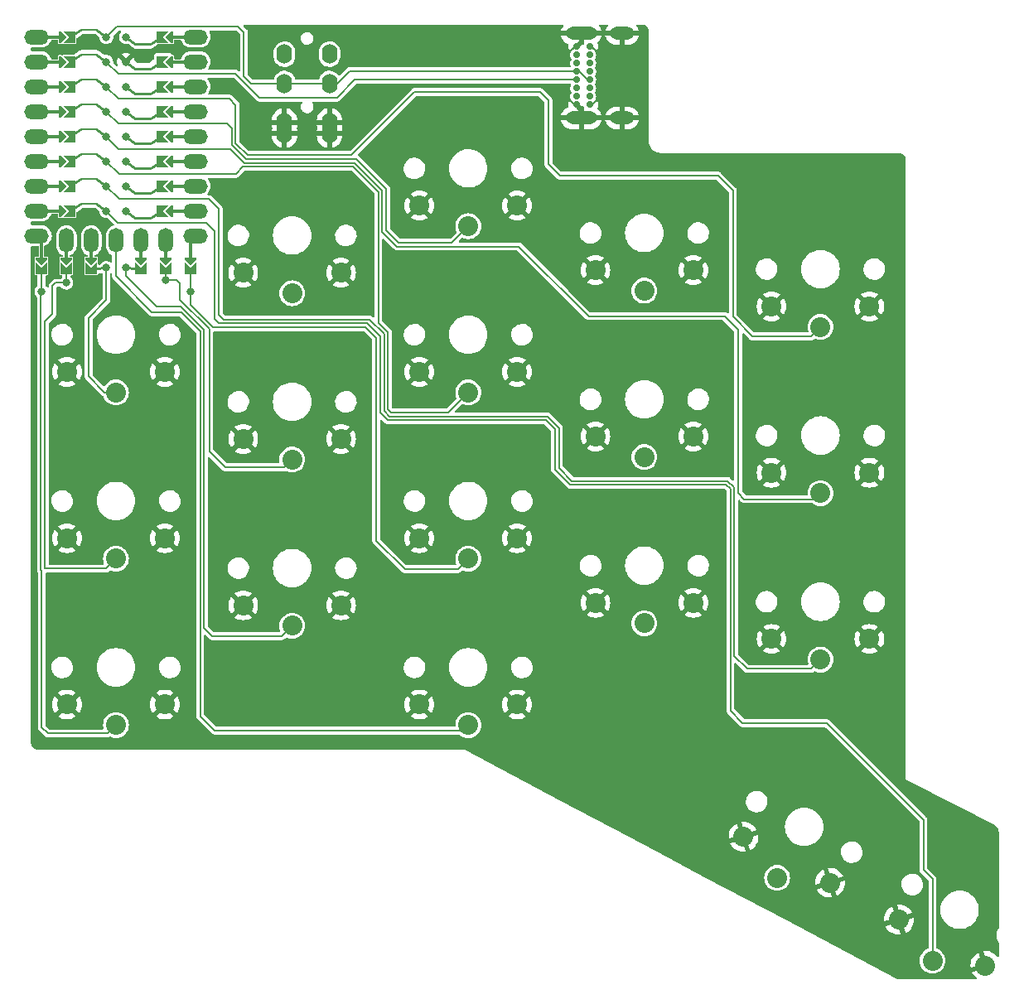
<source format=gbr>
%TF.GenerationSoftware,KiCad,Pcbnew,7.0.6*%
%TF.CreationDate,2023-11-22T12:36:20+08:00*%
%TF.ProjectId,tenten,74656e74-656e-42e6-9b69-6361645f7063,rev?*%
%TF.SameCoordinates,Original*%
%TF.FileFunction,Copper,L1,Top*%
%TF.FilePolarity,Positive*%
%FSLAX46Y46*%
G04 Gerber Fmt 4.6, Leading zero omitted, Abs format (unit mm)*
G04 Created by KiCad (PCBNEW 7.0.6) date 2023-11-22 12:36:20*
%MOMM*%
%LPD*%
G01*
G04 APERTURE LIST*
G04 Aperture macros list*
%AMFreePoly0*
4,1,6,0.600000,-0.250000,-0.600000,-0.250000,-0.600000,1.000000,0.000000,0.400000,0.600000,1.000000,0.600000,-0.250000,0.600000,-0.250000,$1*%
%AMFreePoly1*
4,1,44,-0.993077,0.884004,-0.990176,0.884614,-0.985855,0.882966,-0.964783,0.879937,-0.945631,0.867628,-0.924365,0.859520,-0.225596,0.328456,-0.123607,0.380423,0.000000,0.400000,0.123607,0.380423,0.235114,0.323607,0.323607,0.235114,0.380423,0.123607,0.400000,0.000000,0.380423,-0.123607,0.323607,-0.235114,0.235114,-0.323607,0.123607,-0.380423,0.000000,-0.400000,-0.123607,-0.380423,
-0.235114,-0.323607,-0.323607,-0.235114,-0.380423,-0.123607,-0.400000,0.000000,-0.380423,0.123607,-0.377296,0.129742,-1.042109,0.635000,-2.462886,0.635000,-3.598785,-0.104746,-3.631059,-0.119722,-3.701490,-0.120148,-3.760972,-0.082427,-3.790618,-0.018537,-3.781016,0.051238,-3.735215,0.104746,-2.568215,0.864746,-2.567748,0.864962,-2.567580,0.865157,-2.566897,0.865357,-2.535942,0.879722,
-2.517597,0.879832,-2.500000,0.885000,-1.000000,0.885000,-0.993077,0.884004,-0.993077,0.884004,$1*%
%AMFreePoly2*
4,1,27,0.123607,0.380423,0.235114,0.323607,0.323607,0.235114,0.380423,0.123607,0.400000,0.000000,0.380423,-0.123607,0.323607,-0.235114,0.235114,-0.323607,0.125000,-0.379713,0.125000,-2.026000,0.119937,-2.061217,0.081858,-2.120469,0.017789,-2.149728,-0.051927,-2.139704,-0.105157,-2.093580,-0.125000,-2.026000,-0.125000,-0.379713,-0.235114,-0.323607,-0.323607,-0.235114,-0.380423,-0.123607,
-0.400000,0.000000,-0.380423,0.123607,-0.323607,0.235114,-0.235114,0.323607,-0.123607,0.380423,0.000000,0.400000,0.123607,0.380423,0.123607,0.380423,$1*%
%AMFreePoly3*
4,1,27,0.123607,0.380423,0.235114,0.323607,0.323607,0.235114,0.380423,0.123607,0.400000,0.000000,0.380423,-0.123607,0.323607,-0.235114,0.235114,-0.323607,0.125000,-0.379713,0.125000,-1.137000,0.119937,-1.172217,0.081858,-1.231469,0.017789,-1.260728,-0.051927,-1.250704,-0.105157,-1.204580,-0.125000,-1.137000,-0.125000,-0.379713,-0.235114,-0.323607,-0.323607,-0.235114,-0.380423,-0.123607,
-0.400000,0.000000,-0.380423,0.123607,-0.323607,0.235114,-0.235114,0.323607,-0.123607,0.380423,0.000000,0.400000,0.123607,0.380423,0.123607,0.380423,$1*%
%AMFreePoly4*
4,1,28,0.123607,0.380423,0.235114,0.323607,0.323607,0.235114,0.380423,0.123607,0.400000,0.000000,0.380423,-0.123607,0.323607,-0.235114,0.235114,-0.323607,0.123607,-0.380423,0.000000,-0.400000,-0.123607,-0.380423,-0.235114,-0.323607,-0.323607,-0.235114,-0.349482,-0.184331,-1.519658,-0.377334,-1.555229,-0.378069,-1.619888,-0.350140,-1.659184,-0.291687,-1.660639,-0.221269,-1.623792,-0.161243,
-1.560342,-0.130666,-0.390126,0.062342,-0.380423,0.123607,-0.323607,0.235114,-0.235114,0.323607,-0.123607,0.380423,0.000000,0.400000,0.123607,0.380423,0.123607,0.380423,$1*%
%AMFreePoly5*
4,1,29,0.123607,0.380423,0.235114,0.323607,0.323607,0.235114,0.380423,0.123607,0.400000,0.000000,0.380423,-0.123607,0.323607,-0.235114,0.235114,-0.323607,0.123607,-0.380423,0.000000,-0.400000,-0.123607,-0.380423,-0.235114,-0.323607,-0.323607,-0.235114,-0.380423,-0.123607,-0.390126,-0.062342,-1.560342,0.130666,-1.594266,0.141393,-1.646531,0.188607,-1.664974,0.256583,-1.643738,0.323739,
-1.589566,0.368753,-1.519658,0.377334,-0.349482,0.184331,-0.347303,0.188607,-0.323607,0.235114,-0.235114,0.323607,-0.123607,0.380423,0.000000,0.400000,0.123607,0.380423,0.123607,0.380423,$1*%
%AMFreePoly6*
4,1,27,0.123607,0.380423,0.235114,0.323607,0.323607,0.235114,0.380423,0.123607,0.400000,0.000000,0.380423,-0.123607,0.323607,-0.235114,0.235114,-0.323607,0.125000,-0.379713,0.125000,-0.883000,0.119937,-0.918217,0.081858,-0.977469,0.017789,-1.006728,-0.051927,-0.996704,-0.105157,-0.950580,-0.125000,-0.883000,-0.125000,-0.379713,-0.235114,-0.323607,-0.323607,-0.235114,-0.380423,-0.123607,
-0.400000,0.000000,-0.380423,0.123607,-0.323607,0.235114,-0.235114,0.323607,-0.123607,0.380423,0.000000,0.400000,0.123607,0.380423,0.123607,0.380423,$1*%
%AMFreePoly7*
4,1,6,0.600000,0.200000,0.000000,-0.400000,-0.600000,0.200000,-0.600000,0.400000,0.600000,0.400000,0.600000,0.200000,0.600000,0.200000,$1*%
G04 Aperture macros list end*
%TA.AperFunction,ComponentPad*%
%ADD10C,2.032000*%
%TD*%
%TA.AperFunction,ComponentPad*%
%ADD11C,0.700000*%
%TD*%
%TA.AperFunction,ComponentPad*%
%ADD12O,3.200000X1.300000*%
%TD*%
%TA.AperFunction,ComponentPad*%
%ADD13O,2.500000X1.300000*%
%TD*%
%TA.AperFunction,SMDPad,CuDef*%
%ADD14FreePoly0,90.000000*%
%TD*%
%TA.AperFunction,ComponentPad*%
%ADD15C,0.800000*%
%TD*%
%TA.AperFunction,SMDPad,CuDef*%
%ADD16FreePoly1,0.000000*%
%TD*%
%TA.AperFunction,SMDPad,CuDef*%
%ADD17FreePoly0,0.000000*%
%TD*%
%TA.AperFunction,SMDPad,CuDef*%
%ADD18FreePoly2,180.000000*%
%TD*%
%TA.AperFunction,SMDPad,CuDef*%
%ADD19FreePoly3,180.000000*%
%TD*%
%TA.AperFunction,SMDPad,CuDef*%
%ADD20FreePoly4,0.000000*%
%TD*%
%TA.AperFunction,ComponentPad*%
%ADD21O,1.500000X2.500000*%
%TD*%
%TA.AperFunction,SMDPad,CuDef*%
%ADD22FreePoly5,180.000000*%
%TD*%
%TA.AperFunction,SMDPad,CuDef*%
%ADD23FreePoly6,180.000000*%
%TD*%
%TA.AperFunction,SMDPad,CuDef*%
%ADD24FreePoly1,180.000000*%
%TD*%
%TA.AperFunction,SMDPad,CuDef*%
%ADD25FreePoly0,270.000000*%
%TD*%
%TA.AperFunction,ComponentPad*%
%ADD26O,2.500000X1.500000*%
%TD*%
%TA.AperFunction,SMDPad,CuDef*%
%ADD27R,2.000000X0.300000*%
%TD*%
%TA.AperFunction,SMDPad,CuDef*%
%ADD28FreePoly7,90.000000*%
%TD*%
%TA.AperFunction,SMDPad,CuDef*%
%ADD29R,0.300000X2.000000*%
%TD*%
%TA.AperFunction,SMDPad,CuDef*%
%ADD30FreePoly7,0.000000*%
%TD*%
%TA.AperFunction,SMDPad,CuDef*%
%ADD31FreePoly7,270.000000*%
%TD*%
%TA.AperFunction,ComponentPad*%
%ADD32O,1.600000X2.000000*%
%TD*%
%TA.AperFunction,Conductor*%
%ADD33C,0.200000*%
%TD*%
G04 APERTURE END LIST*
D10*
%TO.P,S21,1,1*%
%TO.N,Switch21*%
X72457924Y-108844857D03*
%TO.P,S21,2,2*%
%TO.N,gnd*%
X67457924Y-106744857D03*
X77457924Y-106744857D03*
%TD*%
%TO.P,S1,1,1*%
%TO.N,Switch1*%
X72457924Y-74844857D03*
%TO.P,S1,2,2*%
%TO.N,gnd*%
X67457924Y-72744857D03*
X77457924Y-72744857D03*
%TD*%
%TO.P,S2,1,1*%
%TO.N,Switch2*%
X90457924Y-64702857D03*
%TO.P,S2,2,2*%
%TO.N,gnd*%
X85457924Y-62602857D03*
X95457924Y-62602857D03*
%TD*%
D11*
%TO.P,J3,A1,GND*%
%TO.N,gnd*%
X119527800Y-45443800D03*
%TO.P,J3,A4,VBUS*%
%TO.N,vcc*%
X119527800Y-44593800D03*
%TO.P,J3,A5,CC1*%
%TO.N,unconnected-(J3-CC1-PadA5)*%
X119527800Y-43743800D03*
%TO.P,J3,A6,D+*%
%TO.N,dataR*%
X119527800Y-42893800D03*
%TO.P,J3,A7,D-*%
%TO.N,dataT*%
X119527800Y-42043800D03*
%TO.P,J3,A8,SBU1*%
%TO.N,unconnected-(J3-SBU1-PadA8)*%
X119527800Y-41193800D03*
%TO.P,J3,A9,VBUS*%
%TO.N,vcc*%
X119527800Y-40343800D03*
%TO.P,J3,A12,GND*%
%TO.N,gnd*%
X119527800Y-39493800D03*
%TO.P,J3,B1,GND*%
X120877800Y-39493800D03*
%TO.P,J3,B4,VBUS*%
%TO.N,vcc*%
X120877800Y-40343800D03*
%TO.P,J3,B5,CC2*%
%TO.N,unconnected-(J3-CC2-PadB5)*%
X120877800Y-41193800D03*
%TO.P,J3,B6,D+*%
%TO.N,dataR*%
X120877800Y-42043800D03*
%TO.P,J3,B7,D-*%
%TO.N,dataT*%
X120877800Y-42893800D03*
%TO.P,J3,B8,SBU2*%
%TO.N,unconnected-(J3-SBU2-PadB8)*%
X120877800Y-43743800D03*
%TO.P,J3,B9,VBUS*%
%TO.N,vcc*%
X120877800Y-44593800D03*
%TO.P,J3,B12,GND*%
%TO.N,gnd*%
X120877800Y-45443800D03*
D12*
%TO.P,J3,S1,SHIELD*%
X120027800Y-46788800D03*
D13*
X124177800Y-46788800D03*
D12*
X120027800Y-38148800D03*
D13*
X124177800Y-38148800D03*
%TD*%
D10*
%TO.P,S22,1,1*%
%TO.N,Switch22*%
X90457924Y-98702857D03*
%TO.P,S22,2,2*%
%TO.N,gnd*%
X85457924Y-96602857D03*
X95457924Y-96602857D03*
%TD*%
%TO.P,S14,1,1*%
%TO.N,Switch14*%
X126457924Y-81444857D03*
%TO.P,S14,2,2*%
%TO.N,gnd*%
X121457924Y-79344857D03*
X131457924Y-79344857D03*
%TD*%
%TO.P,S25,1,1*%
%TO.N,Switch25*%
X144457924Y-102144857D03*
%TO.P,S25,2,2*%
%TO.N,gnd*%
X139457924Y-100044857D03*
X149457924Y-100044857D03*
%TD*%
%TO.P,S23,1,1*%
%TO.N,Switch23*%
X108457924Y-91844857D03*
%TO.P,S23,2,2*%
%TO.N,gnd*%
X103457924Y-89744857D03*
X113457924Y-89744857D03*
%TD*%
%TO.P,S13,1,1*%
%TO.N,Switch13*%
X108457924Y-74844857D03*
%TO.P,S13,2,2*%
%TO.N,gnd*%
X103457924Y-72744857D03*
X113457924Y-72744857D03*
%TD*%
%TO.P,S32,1,1*%
%TO.N,Switch32*%
X155900118Y-132929391D03*
%TO.P,S32,2,2*%
%TO.N,gnd*%
X152471270Y-128727843D03*
X161300746Y-133422559D03*
%TD*%
%TO.P,S15,1,1*%
%TO.N,Switch15*%
X144457924Y-85144857D03*
%TO.P,S15,2,2*%
%TO.N,gnd*%
X139457924Y-83044857D03*
X149457924Y-83044857D03*
%TD*%
%TO.P,S5,1,1*%
%TO.N,Switch5*%
X144457924Y-68144857D03*
%TO.P,S5,2,2*%
%TO.N,gnd*%
X139457924Y-66044857D03*
X149457924Y-66044857D03*
%TD*%
D14*
%TO.P,U1,1,0*%
%TO.N,dataT*%
X68053000Y-38510000D03*
D15*
X71470000Y-38510000D03*
D16*
X71470000Y-38510000D03*
D14*
%TO.P,U1,2,1*%
%TO.N,dataR*%
X68053000Y-41050000D03*
D15*
X71470000Y-41050000D03*
D16*
X71470000Y-41050000D03*
D14*
%TO.P,U1,3,2*%
%TO.N,Switch5*%
X68053000Y-43590000D03*
D15*
X71470000Y-43590000D03*
D16*
X71470000Y-43590000D03*
D14*
%TO.P,U1,4,3*%
%TO.N,Switch3*%
X68053000Y-46130000D03*
D15*
X71470000Y-46130000D03*
D16*
X71470000Y-46130000D03*
D14*
%TO.P,U1,5,4*%
%TO.N,Switch15*%
X68053000Y-48670000D03*
D15*
X71470000Y-48670000D03*
D16*
X71470000Y-48670000D03*
D14*
%TO.P,U1,6,5*%
%TO.N,Switch13*%
X68053000Y-51210000D03*
D15*
X71470000Y-51210000D03*
D16*
X71470000Y-51210000D03*
D14*
%TO.P,U1,7,6*%
%TO.N,Switch25*%
X68053000Y-53750000D03*
D15*
X71470000Y-53750000D03*
D16*
X71470000Y-53750000D03*
D14*
%TO.P,U1,8,7*%
%TO.N,Switch32*%
X68053000Y-56290000D03*
D15*
X71470000Y-56290000D03*
D16*
X71470000Y-56290000D03*
D17*
%TO.P,U1,9,8*%
%TO.N,Switch21*%
X64850000Y-62503000D03*
D15*
X64850000Y-64529000D03*
D18*
X64850000Y-64529000D03*
D17*
%TO.P,U1,10,9*%
%TO.N,Switch11*%
X67390000Y-62503000D03*
D15*
X67390000Y-63640000D03*
D19*
X67390000Y-63640000D03*
D17*
%TO.P,U1,11,10*%
%TO.N,Switch1*%
X69930000Y-62503000D03*
D15*
X71470000Y-62116000D03*
D20*
X71470000Y-62116000D03*
D21*
%TO.P,U1,12,11*%
%TO.N,Switch30*%
X72470000Y-59330000D03*
D15*
%TO.P,U1,13,12*%
%TO.N,Switch22*%
X73470000Y-62116000D03*
D22*
X73470000Y-62116000D03*
D17*
X75010000Y-62503000D03*
%TO.P,U1,14,13*%
%TO.N,Switch12*%
X77550000Y-62503000D03*
D15*
X77550000Y-63386000D03*
D23*
X77550000Y-63386000D03*
D17*
%TO.P,U1,15,14*%
%TO.N,Switch23*%
X80090000Y-62503000D03*
D15*
X80090000Y-64529000D03*
D18*
X80090000Y-64529000D03*
D15*
%TO.P,U1,16,15*%
%TO.N,Switch31*%
X73470000Y-56290000D03*
D24*
X73470000Y-56290000D03*
D25*
X76887000Y-56290000D03*
D15*
%TO.P,U1,17,26*%
%TO.N,Switch24*%
X73470000Y-53750000D03*
D24*
X73470000Y-53750000D03*
D25*
X76887000Y-53750000D03*
D15*
%TO.P,U1,18,27*%
%TO.N,Switch14*%
X73470000Y-51210000D03*
D24*
X73470000Y-51210000D03*
D25*
X76887000Y-51210000D03*
D15*
%TO.P,U1,19,28*%
%TO.N,Switch2*%
X73470000Y-48670000D03*
D24*
X73470000Y-48670000D03*
D25*
X76887000Y-48670000D03*
D15*
%TO.P,U1,20,29*%
%TO.N,Switch4*%
X73470000Y-46130000D03*
D24*
X73470000Y-46130000D03*
D25*
X76887000Y-46130000D03*
D15*
%TO.P,U1,21,3V3*%
%TO.N,vcc*%
X73470000Y-43590000D03*
D24*
X73470000Y-43590000D03*
D25*
X76887000Y-43590000D03*
D15*
%TO.P,U1,22,GND*%
%TO.N,gnd*%
X73470000Y-41050000D03*
D24*
X73470000Y-41050000D03*
D25*
X76887000Y-41050000D03*
D15*
%TO.P,U1,23,5V*%
%TO.N,unconnected-(U1-5V-Pad23)*%
X73470000Y-38510000D03*
D24*
X73470000Y-38510000D03*
D25*
X76887000Y-38510000D03*
D26*
%TO.P,U1,a*%
%TO.N,N/C*%
X64350000Y-38510000D03*
D27*
X65970000Y-38510000D03*
D28*
X67037000Y-38510000D03*
D26*
%TO.P,U1,b*%
X64350000Y-41050000D03*
D27*
X65970000Y-41050000D03*
D28*
X67037000Y-41050000D03*
D26*
%TO.P,U1,c*%
X64350000Y-43590000D03*
D27*
X65970000Y-43590000D03*
D28*
X67037000Y-43590000D03*
D26*
%TO.P,U1,d*%
X64350000Y-46130000D03*
D27*
X65970000Y-46130000D03*
D28*
X67037000Y-46130000D03*
D26*
%TO.P,U1,e*%
X64350000Y-48670000D03*
D27*
X65970000Y-48670000D03*
D28*
X67037000Y-48670000D03*
D26*
%TO.P,U1,f*%
X64350000Y-51210000D03*
D27*
X65970000Y-51210000D03*
D28*
X67037000Y-51210000D03*
D26*
%TO.P,U1,g*%
X64350000Y-53750000D03*
D27*
X65970000Y-53750000D03*
D28*
X67037000Y-53750000D03*
D26*
%TO.P,U1,h*%
X64350000Y-56290000D03*
D27*
X65970000Y-56290000D03*
D28*
X67037000Y-56290000D03*
D26*
%TO.P,U1,i*%
X64350000Y-58830000D03*
D29*
X64850000Y-60420000D03*
D30*
X64850000Y-61487000D03*
D21*
%TO.P,U1,j*%
X67390000Y-59330000D03*
D29*
X67390000Y-60670000D03*
D30*
X67390000Y-61487000D03*
D21*
%TO.P,U1,k*%
X69930000Y-59330000D03*
D29*
X69930000Y-60670000D03*
D30*
X69930000Y-61487000D03*
D21*
%TO.P,U1,l*%
X75010000Y-59330000D03*
D29*
X75010000Y-60670000D03*
D30*
X75010000Y-61487000D03*
D21*
%TO.P,U1,m*%
X77550000Y-59330000D03*
D29*
X77550000Y-60670000D03*
D30*
X77550000Y-61487000D03*
D26*
%TO.P,U1,n*%
X80590000Y-58830000D03*
D29*
X80090000Y-60420000D03*
D30*
X80090000Y-61487000D03*
D31*
%TO.P,U1,o*%
X77903000Y-56290000D03*
D27*
X78970000Y-56290000D03*
D26*
X80590000Y-56290000D03*
D31*
%TO.P,U1,p*%
X77903000Y-53750000D03*
D27*
X78970000Y-53750000D03*
D26*
X80590000Y-53750000D03*
D31*
%TO.P,U1,q*%
X77903000Y-51210000D03*
D27*
X78970000Y-51210000D03*
D26*
X80590000Y-51210000D03*
D31*
%TO.P,U1,r*%
X77903000Y-48670000D03*
D27*
X78970000Y-48670000D03*
D26*
X80590000Y-48670000D03*
D31*
%TO.P,U1,s*%
X77903000Y-46130000D03*
D27*
X78970000Y-46130000D03*
D26*
X80590000Y-46130000D03*
D31*
%TO.P,U1,t*%
X77903000Y-43590000D03*
D27*
X78970000Y-43590000D03*
D26*
X80590000Y-43590000D03*
D31*
%TO.P,U1,u*%
X77903000Y-41050000D03*
D27*
X78970000Y-41050000D03*
D26*
X80590000Y-41050000D03*
D31*
%TO.P,U1,v*%
X77903000Y-38510000D03*
D27*
X78970000Y-38510000D03*
D26*
X80590000Y-38510000D03*
%TD*%
D10*
%TO.P,S4,1,1*%
%TO.N,Switch4*%
X126457924Y-64444857D03*
%TO.P,S4,2,2*%
%TO.N,gnd*%
X121457924Y-62344857D03*
X131457924Y-62344857D03*
%TD*%
%TO.P,S24,1,1*%
%TO.N,Switch24*%
X126457924Y-98444857D03*
%TO.P,S24,2,2*%
%TO.N,gnd*%
X121457924Y-96344857D03*
X131457924Y-96344857D03*
%TD*%
%TO.P,S30,1,1*%
%TO.N,Switch30*%
X108457924Y-108844857D03*
%TO.P,S30,2,2*%
%TO.N,gnd*%
X103457924Y-106744857D03*
X113457924Y-106744857D03*
%TD*%
%TO.P,S12,1,1*%
%TO.N,Switch12*%
X90457924Y-81702857D03*
%TO.P,S12,2,2*%
%TO.N,gnd*%
X85457924Y-79602857D03*
X95457924Y-79602857D03*
%TD*%
%TO.P,S31,1,1*%
%TO.N,Switch31*%
X140023906Y-124457297D03*
%TO.P,S31,2,2*%
%TO.N,gnd*%
X136595058Y-120255749D03*
X145424534Y-124950465D03*
%TD*%
%TO.P,S3,1,1*%
%TO.N,Switch3*%
X108457924Y-57844857D03*
%TO.P,S3,2,2*%
%TO.N,gnd*%
X103457924Y-55744857D03*
X113457924Y-55744857D03*
%TD*%
%TO.P,S11,1,1*%
%TO.N,Switch11*%
X72457924Y-91844857D03*
%TO.P,S11,2,2*%
%TO.N,gnd*%
X67457924Y-89744857D03*
X77457924Y-89744857D03*
%TD*%
D32*
%TO.P,J1,R1*%
%TO.N,dataT*%
X89680000Y-43270000D03*
X94280000Y-43270000D03*
%TO.P,J1,R2*%
%TO.N,vcc*%
X89680000Y-40270000D03*
X94280000Y-40270000D03*
%TO.P,J1,S*%
%TO.N,gnd*%
X89680000Y-48370000D03*
X94280000Y-48370000D03*
%TO.P,J1,T*%
X89680000Y-47270000D03*
X94280000Y-47270000D03*
%TD*%
D33*
%TO.N,Switch1*%
X71470000Y-65420000D02*
X69660000Y-67230000D01*
X71470000Y-62116000D02*
X71470000Y-65420000D01*
X69660000Y-67230000D02*
X69660000Y-73190000D01*
X69660000Y-73190000D02*
X71314857Y-74844857D01*
X71314857Y-74844857D02*
X72457924Y-74844857D01*
%TO.N,Switch3*%
X97021686Y-50990000D02*
X100070000Y-54038315D01*
X71470000Y-46130000D02*
X72710000Y-47370000D01*
X85725687Y-50990000D02*
X97021686Y-50990000D01*
X72710000Y-47370000D02*
X83820000Y-47370000D01*
X101357486Y-59531800D02*
X106770981Y-59531800D01*
X100070000Y-58244314D02*
X101357486Y-59531800D01*
X106770981Y-59531800D02*
X108457924Y-57844857D01*
X84280000Y-47830000D02*
X84280000Y-49544314D01*
X83820000Y-47370000D02*
X84280000Y-47830000D01*
X100070000Y-54038315D02*
X100070000Y-58244314D01*
X84280000Y-49544314D02*
X85725687Y-50990000D01*
%TO.N,Switch5*%
X137510000Y-69130000D02*
X143472781Y-69130000D01*
X116662200Y-45008800D02*
X116662200Y-51536600D01*
X133995000Y-52705000D02*
X135500000Y-54210000D01*
X96520000Y-50590000D02*
X102960000Y-44150000D01*
X84680000Y-45460000D02*
X84680000Y-49378628D01*
X85891372Y-50590000D02*
X96520000Y-50590000D01*
X102960000Y-44150000D02*
X115803400Y-44150000D01*
X72690000Y-44810000D02*
X84030000Y-44810000D01*
X84030000Y-44810000D02*
X84680000Y-45460000D01*
X135500000Y-67120000D02*
X137510000Y-69130000D01*
X115803400Y-44150000D02*
X116662200Y-45008800D01*
X143472781Y-69130000D02*
X144457924Y-68144857D01*
X116662200Y-51536600D02*
X117830600Y-52705000D01*
X135500000Y-54210000D02*
X135500000Y-67120000D01*
X84680000Y-49378628D02*
X85891372Y-50590000D01*
X71470000Y-43590000D02*
X72690000Y-44810000D01*
X117830600Y-52705000D02*
X133995000Y-52705000D01*
%TO.N,Switch11*%
X65190000Y-92850000D02*
X71452781Y-92850000D01*
X66320000Y-63640000D02*
X65980000Y-63980000D01*
X65190000Y-67580000D02*
X65190000Y-92850000D01*
X65980000Y-63980000D02*
X65980000Y-66790000D01*
X71452781Y-92850000D02*
X72457924Y-91844857D01*
X67390000Y-63640000D02*
X66320000Y-63640000D01*
X65980000Y-66790000D02*
X65190000Y-67580000D01*
%TO.N,Switch12*%
X83604200Y-82487000D02*
X89673781Y-82487000D01*
X78970000Y-65370000D02*
X81990000Y-68390000D01*
X77550000Y-63386000D02*
X78656000Y-63386000D01*
X78970000Y-63700000D02*
X78970000Y-65370000D01*
X89673781Y-82487000D02*
X90457924Y-81702857D01*
X81990000Y-68390000D02*
X81990000Y-80872800D01*
X81990000Y-80872800D02*
X83604200Y-82487000D01*
X78656000Y-63386000D02*
X78970000Y-63700000D01*
%TO.N,Switch13*%
X100260000Y-68714315D02*
X100260000Y-76578628D01*
X99270000Y-67724314D02*
X100260000Y-68714315D01*
X84730000Y-52500000D02*
X85440000Y-51790000D01*
X100260000Y-76578628D02*
X100581372Y-76900000D01*
X85440000Y-51790000D02*
X96690314Y-51790000D01*
X100581372Y-76900000D02*
X106402781Y-76900000D01*
X72760000Y-52500000D02*
X84730000Y-52500000D01*
X71470000Y-51210000D02*
X72760000Y-52500000D01*
X99270000Y-54369686D02*
X99270000Y-67724314D01*
X96690314Y-51790000D02*
X99270000Y-54369686D01*
X106402781Y-76900000D02*
X108457924Y-74844857D01*
%TO.N,Switch15*%
X113641800Y-59931800D02*
X120770000Y-67060000D01*
X71470000Y-48670000D02*
X72740000Y-49940000D01*
X99670000Y-58410000D02*
X101191800Y-59931800D01*
X101191800Y-59931800D02*
X113641800Y-59931800D01*
X136680000Y-85750000D02*
X143852781Y-85750000D01*
X85560000Y-51390000D02*
X96856000Y-51390000D01*
X136050000Y-85120000D02*
X136680000Y-85750000D01*
X99670000Y-54204000D02*
X99670000Y-58410000D01*
X72740000Y-49940000D02*
X84110000Y-49940000D01*
X136050000Y-68430000D02*
X136050000Y-85120000D01*
X134680000Y-67060000D02*
X136050000Y-68430000D01*
X84110000Y-49940000D02*
X85560000Y-51390000D01*
X143852781Y-85750000D02*
X144457924Y-85144857D01*
X120770000Y-67060000D02*
X134680000Y-67060000D01*
X96856000Y-51390000D02*
X99670000Y-54204000D01*
%TO.N,Switch21*%
X64850000Y-64529000D02*
X64790000Y-64589000D01*
X64790000Y-93015685D02*
X64860000Y-93085685D01*
X71602781Y-109700000D02*
X72457924Y-108844857D01*
X64790000Y-64589000D02*
X64790000Y-93015685D01*
X64860000Y-93085685D02*
X64860000Y-109070000D01*
X65490000Y-109700000D02*
X71602781Y-109700000D01*
X64860000Y-109070000D02*
X65490000Y-109700000D01*
%TO.N,Switch22*%
X81460000Y-98909800D02*
X82296000Y-99745800D01*
X81460000Y-68424314D02*
X81460000Y-98909800D01*
X73470000Y-62116000D02*
X73470000Y-62930000D01*
X76600000Y-66060000D02*
X79095686Y-66060000D01*
X73470000Y-62930000D02*
X76600000Y-66060000D01*
X79095686Y-66060000D02*
X81460000Y-68424314D01*
X82296000Y-99745800D02*
X89414981Y-99745800D01*
X89414981Y-99745800D02*
X90457924Y-98702857D01*
%TO.N,Switch23*%
X101968400Y-92901000D02*
X107401781Y-92901000D01*
X82364686Y-68199000D02*
X97973314Y-68199000D01*
X99060000Y-89992600D02*
X101968400Y-92901000D01*
X80090000Y-64529000D02*
X80090000Y-65924314D01*
X99060000Y-69285686D02*
X99060000Y-89992600D01*
X97973314Y-68199000D02*
X99060000Y-69285686D01*
X107401781Y-92901000D02*
X108457924Y-91844857D01*
X80090000Y-65924314D02*
X82364686Y-68199000D01*
%TO.N,Switch25*%
X81940000Y-55080000D02*
X82960000Y-56100000D01*
X82960000Y-56100000D02*
X82960000Y-66914314D01*
X98379000Y-67399000D02*
X99860000Y-68880000D01*
X134975686Y-83890000D02*
X135650000Y-84564314D01*
X117720000Y-82544314D02*
X119065686Y-83890000D01*
X100415686Y-77300000D02*
X116550000Y-77300000D01*
X83444686Y-67399000D02*
X98379000Y-67399000D01*
X71470000Y-53750000D02*
X72800000Y-55080000D01*
X82960000Y-66914314D02*
X83444686Y-67399000D01*
X119065686Y-83890000D02*
X134975686Y-83890000D01*
X99860000Y-68880000D02*
X99860000Y-76744314D01*
X99860000Y-76744314D02*
X100415686Y-77300000D01*
X72800000Y-55080000D02*
X81940000Y-55080000D01*
X117720000Y-78470000D02*
X117720000Y-82544314D01*
X136950000Y-103090000D02*
X143512781Y-103090000D01*
X116550000Y-77300000D02*
X117720000Y-78470000D01*
X143512781Y-103090000D02*
X144457924Y-102144857D01*
X135650000Y-84564314D02*
X135650000Y-101790000D01*
X135650000Y-101790000D02*
X136950000Y-103090000D01*
%TO.N,Switch32*%
X99460000Y-76910000D02*
X100250000Y-77700000D01*
X135250000Y-84730000D02*
X135250000Y-107380000D01*
X98139000Y-67799000D02*
X99460000Y-69120000D01*
X82560000Y-67370000D02*
X82989000Y-67799000D01*
X72655000Y-57475000D02*
X81659924Y-57475000D01*
X116384314Y-77700000D02*
X117320000Y-78635686D01*
X82989000Y-67799000D02*
X98139000Y-67799000D01*
X145080000Y-108640000D02*
X154978483Y-118538483D01*
X135250000Y-107380000D02*
X136510000Y-108640000D01*
X117320000Y-78635686D02*
X117320000Y-82710000D01*
X118900000Y-84290000D02*
X134810000Y-84290000D01*
X136510000Y-108640000D02*
X145080000Y-108640000D01*
X154978483Y-118538483D02*
X154978483Y-123658483D01*
X82560000Y-58375076D02*
X82560000Y-67370000D01*
X100250000Y-77700000D02*
X116384314Y-77700000D01*
X99460000Y-69120000D02*
X99460000Y-76910000D01*
X154978483Y-123658483D02*
X155900118Y-124580118D01*
X117320000Y-82710000D02*
X118900000Y-84290000D01*
X134810000Y-84290000D02*
X135250000Y-84730000D01*
X71470000Y-56290000D02*
X72655000Y-57475000D01*
X155900118Y-124580118D02*
X155900118Y-132929391D01*
X81659924Y-57475000D02*
X82560000Y-58375076D01*
%TO.N,dataT*%
X119494000Y-42010000D02*
X119527800Y-42043800D01*
X72550000Y-37430000D02*
X84940000Y-37430000D01*
X89680000Y-43270000D02*
X94280000Y-43270000D01*
X120617800Y-42893800D02*
X120877800Y-42893800D01*
X119527800Y-42043800D02*
X119767800Y-42043800D01*
X85540000Y-38030000D02*
X85540000Y-42564314D01*
X94280000Y-43270000D02*
X95083800Y-43270000D01*
X119767800Y-42043800D02*
X120617800Y-42893800D01*
X71470000Y-38510000D02*
X72550000Y-37430000D01*
X85540000Y-42564314D02*
X86245686Y-43270000D01*
X95083800Y-43270000D02*
X96343800Y-42010000D01*
X96343800Y-42010000D02*
X119494000Y-42010000D01*
X86245686Y-43270000D02*
X89680000Y-43270000D01*
X84940000Y-37430000D02*
X85540000Y-38030000D01*
%TO.N,Switch30*%
X76141924Y-66646239D02*
X79116239Y-66646239D01*
X107902781Y-109400000D02*
X108457924Y-108844857D01*
X81060000Y-107950000D02*
X82510000Y-109400000D01*
X72470000Y-58830000D02*
X72470000Y-62974315D01*
X72470000Y-62974315D02*
X76141924Y-66646239D01*
X79116239Y-66646239D02*
X81060000Y-68590000D01*
X81060000Y-68590000D02*
X81060000Y-107950000D01*
X82510000Y-109400000D02*
X107902781Y-109400000D01*
%TO.N,dataR*%
X96876200Y-42893800D02*
X119527800Y-42893800D01*
X87130000Y-44720000D02*
X95050000Y-44720000D01*
X72700000Y-42280000D02*
X84690000Y-42280000D01*
X95050000Y-44720000D02*
X96876200Y-42893800D01*
X71470000Y-41050000D02*
X72700000Y-42280000D01*
X84690000Y-42280000D02*
X87130000Y-44720000D01*
%TD*%
%TA.AperFunction,Conductor*%
%TO.N,gnd*%
G36*
X122674547Y-37269407D02*
G01*
X122710511Y-37318907D01*
X122710511Y-37380093D01*
X122689518Y-37416196D01*
X122656150Y-37452798D01*
X122543952Y-37634006D01*
X122466961Y-37832740D01*
X122454612Y-37898799D01*
X122454613Y-37898800D01*
X123482219Y-37898800D01*
X123430740Y-37954721D01*
X123383818Y-38061692D01*
X123374172Y-38178102D01*
X123402847Y-38291338D01*
X123466736Y-38389127D01*
X123479164Y-38398800D01*
X122454613Y-38398800D01*
X122466961Y-38464859D01*
X122543952Y-38663593D01*
X122656152Y-38844804D01*
X122799724Y-39002293D01*
X122799735Y-39002303D01*
X122969807Y-39130737D01*
X122969816Y-39130742D01*
X123160589Y-39225735D01*
X123365583Y-39284061D01*
X123524627Y-39298799D01*
X123524635Y-39298800D01*
X123927799Y-39298800D01*
X123927800Y-39298798D01*
X123927800Y-38498800D01*
X124427800Y-38498800D01*
X124427800Y-39298799D01*
X124427801Y-39298800D01*
X124830965Y-39298800D01*
X124830972Y-39298799D01*
X124990016Y-39284061D01*
X125195010Y-39225735D01*
X125385783Y-39130742D01*
X125385792Y-39130737D01*
X125555864Y-39002303D01*
X125555875Y-39002293D01*
X125699447Y-38844804D01*
X125811647Y-38663593D01*
X125888638Y-38464859D01*
X125900987Y-38398800D01*
X124873381Y-38398800D01*
X124924860Y-38342879D01*
X124971782Y-38235908D01*
X124981428Y-38119498D01*
X124952753Y-38006262D01*
X124888864Y-37908473D01*
X124876436Y-37898800D01*
X125900987Y-37898800D01*
X125900987Y-37898799D01*
X125888638Y-37832740D01*
X125811647Y-37634006D01*
X125699449Y-37452798D01*
X125666082Y-37416196D01*
X125640852Y-37360455D01*
X125653204Y-37300529D01*
X125698421Y-37259309D01*
X125739244Y-37250500D01*
X126231619Y-37250500D01*
X126239467Y-37251226D01*
X126245569Y-37251393D01*
X126245571Y-37251394D01*
X126290420Y-37252625D01*
X126295849Y-37253074D01*
X126404811Y-37268172D01*
X126421633Y-37270503D01*
X126442749Y-37275848D01*
X126553968Y-37317477D01*
X126573405Y-37327311D01*
X126672832Y-37392258D01*
X126689644Y-37406101D01*
X126709103Y-37426101D01*
X126772460Y-37491219D01*
X126785839Y-37508406D01*
X126848035Y-37609571D01*
X126857333Y-37629270D01*
X126895899Y-37741588D01*
X126900664Y-37762843D01*
X126905212Y-37803914D01*
X126904123Y-37833022D01*
X126902716Y-37840537D01*
X126899503Y-49097366D01*
X126899368Y-49101014D01*
X126893310Y-49182698D01*
X126893310Y-49182702D01*
X126909948Y-49372544D01*
X126909948Y-49372546D01*
X126956944Y-49557226D01*
X126956944Y-49557227D01*
X127033071Y-49731924D01*
X127047708Y-49754623D01*
X127136346Y-49892086D01*
X127264066Y-50033520D01*
X127264067Y-50033521D01*
X127264068Y-50033522D01*
X127272093Y-50039939D01*
X127412899Y-50152537D01*
X127476388Y-50188281D01*
X127578952Y-50246025D01*
X127578953Y-50246025D01*
X127578958Y-50246028D01*
X127757907Y-50311553D01*
X127945073Y-50347400D01*
X127945078Y-50347400D01*
X127949048Y-50347833D01*
X127948961Y-50348628D01*
X127975558Y-50353975D01*
X127992399Y-50360500D01*
X127992401Y-50360500D01*
X152498570Y-50360500D01*
X152498576Y-50360500D01*
X152498581Y-50360498D01*
X152500532Y-50360318D01*
X152520032Y-50360438D01*
X152602930Y-50369163D01*
X152621835Y-50373046D01*
X152733169Y-50407525D01*
X152750975Y-50415012D01*
X152840788Y-50463585D01*
X152853486Y-50470452D01*
X152869497Y-50481253D01*
X152959285Y-50555543D01*
X152972896Y-50569252D01*
X153046549Y-50659568D01*
X153057239Y-50675658D01*
X153061947Y-50684513D01*
X153111949Y-50778557D01*
X153119311Y-50796419D01*
X153152995Y-50907986D01*
X153156747Y-50926938D01*
X153168806Y-51049899D01*
X153169042Y-51054756D01*
X153167913Y-53446208D01*
X153161228Y-53481922D01*
X153129500Y-53563825D01*
X153129500Y-114228950D01*
X153129095Y-114283962D01*
X153129095Y-114283963D01*
X153136408Y-114303259D01*
X153141147Y-114320148D01*
X153144939Y-114340434D01*
X153154239Y-114355454D01*
X153162640Y-114372481D01*
X153168908Y-114389020D01*
X153168909Y-114389021D01*
X153182696Y-114404369D01*
X153193219Y-114418409D01*
X153204081Y-114435952D01*
X153218179Y-114446598D01*
X153232167Y-114459444D01*
X153243979Y-114472593D01*
X153243980Y-114472594D01*
X153243984Y-114472598D01*
X153262393Y-114481934D01*
X153277270Y-114491222D01*
X153293732Y-114503653D01*
X153293736Y-114503656D01*
X153310736Y-114508493D01*
X153328413Y-114515416D01*
X158282178Y-117027678D01*
X162291923Y-119061188D01*
X162296315Y-119063706D01*
X162393577Y-119126269D01*
X162407739Y-119137315D01*
X162487505Y-119212114D01*
X162499438Y-119225538D01*
X162564382Y-119313525D01*
X162573693Y-119328883D01*
X162621665Y-119427141D01*
X162628049Y-119443929D01*
X162657482Y-119549248D01*
X162660727Y-119566913D01*
X162671220Y-119682109D01*
X162671240Y-119682323D01*
X162671444Y-119686816D01*
X162671444Y-119732385D01*
X162671445Y-119732393D01*
X162674706Y-119742431D01*
X162679550Y-119772937D01*
X162687562Y-129551056D01*
X162668702Y-129609262D01*
X162663382Y-129615968D01*
X162624956Y-129660313D01*
X162519785Y-129842475D01*
X162450991Y-130041243D01*
X162450989Y-130041250D01*
X162421055Y-130249444D01*
X162421055Y-130249451D01*
X162431064Y-130459553D01*
X162431065Y-130459560D01*
X162480652Y-130663960D01*
X162568031Y-130855296D01*
X162568034Y-130855301D01*
X162670438Y-130999107D01*
X162688795Y-131056452D01*
X162689934Y-132446368D01*
X162671074Y-132504574D01*
X162621604Y-132540578D01*
X162560418Y-132540629D01*
X162515654Y-132510744D01*
X162376043Y-132347279D01*
X162376025Y-132347261D01*
X162194582Y-132192295D01*
X161991127Y-132067617D01*
X161991116Y-132067612D01*
X161770670Y-131976300D01*
X161770666Y-131976299D01*
X161538632Y-131920592D01*
X161300746Y-131901871D01*
X161102028Y-131917510D01*
X161368029Y-132787559D01*
X161260794Y-132787559D01*
X161141573Y-132802620D01*
X160992401Y-132861682D01*
X160890483Y-132935729D01*
X160623421Y-132062207D01*
X160610369Y-132067615D01*
X160610363Y-132067618D01*
X160406909Y-132192295D01*
X160225466Y-132347261D01*
X160225448Y-132347279D01*
X160070482Y-132528722D01*
X159945804Y-132732177D01*
X159945799Y-132732188D01*
X159854487Y-132952634D01*
X159854486Y-132952638D01*
X159798779Y-133184672D01*
X159780058Y-133422558D01*
X159795697Y-133621275D01*
X160667216Y-133354824D01*
X160661962Y-133382370D01*
X160672036Y-133542492D01*
X160721614Y-133695078D01*
X160807581Y-133830540D01*
X160810968Y-133833721D01*
X159940394Y-134099883D01*
X159945803Y-134112938D01*
X159945804Y-134112940D01*
X160070480Y-134316391D01*
X160070481Y-134316393D01*
X160225448Y-134497838D01*
X160225459Y-134497849D01*
X160378573Y-134628619D01*
X160410542Y-134680788D01*
X160405742Y-134741785D01*
X160366006Y-134788311D01*
X160314359Y-134802900D01*
X152349175Y-134809418D01*
X152302764Y-134797908D01*
X140839956Y-128727842D01*
X150950582Y-128727842D01*
X150966221Y-128926559D01*
X151837740Y-128660108D01*
X151832486Y-128687654D01*
X151842560Y-128847776D01*
X151892138Y-129000362D01*
X151978105Y-129135824D01*
X151981492Y-129139005D01*
X151110918Y-129405167D01*
X151116327Y-129418222D01*
X151116328Y-129418224D01*
X151241004Y-129621675D01*
X151241005Y-129621677D01*
X151395972Y-129803122D01*
X151395990Y-129803140D01*
X151577433Y-129958106D01*
X151780888Y-130082784D01*
X151780899Y-130082789D01*
X152001345Y-130174101D01*
X152001349Y-130174102D01*
X152233383Y-130229809D01*
X152471269Y-130248530D01*
X152669986Y-130232890D01*
X152403986Y-129362843D01*
X152511222Y-129362843D01*
X152630443Y-129347782D01*
X152779615Y-129288720D01*
X152881530Y-129214673D01*
X153148593Y-130088192D01*
X153161647Y-130082786D01*
X153161651Y-130082784D01*
X153365106Y-129958106D01*
X153546549Y-129803140D01*
X153546567Y-129803122D01*
X153701533Y-129621679D01*
X153826211Y-129418224D01*
X153826216Y-129418213D01*
X153917528Y-129197767D01*
X153917529Y-129197763D01*
X153973236Y-128965729D01*
X153991957Y-128727843D01*
X153976317Y-128529125D01*
X153104799Y-128795574D01*
X153110054Y-128768032D01*
X153099980Y-128607910D01*
X153050402Y-128455324D01*
X152964435Y-128319862D01*
X152961046Y-128316679D01*
X153831619Y-128050518D01*
X153826214Y-128037468D01*
X153826209Y-128037459D01*
X153701535Y-127834010D01*
X153701534Y-127834008D01*
X153546567Y-127652563D01*
X153546549Y-127652545D01*
X153365106Y-127497579D01*
X153161651Y-127372901D01*
X153161640Y-127372896D01*
X152941194Y-127281584D01*
X152941190Y-127281583D01*
X152709156Y-127225876D01*
X152471270Y-127207155D01*
X152272552Y-127222794D01*
X152538553Y-128092843D01*
X152431318Y-128092843D01*
X152312097Y-128107904D01*
X152162925Y-128166966D01*
X152061007Y-128241013D01*
X151793945Y-127367491D01*
X151780893Y-127372899D01*
X151780887Y-127372902D01*
X151577433Y-127497579D01*
X151395990Y-127652545D01*
X151395972Y-127652563D01*
X151241006Y-127834006D01*
X151116328Y-128037461D01*
X151116323Y-128037472D01*
X151025011Y-128257918D01*
X151025010Y-128257922D01*
X150969303Y-128489956D01*
X150950582Y-128727842D01*
X140839956Y-128727842D01*
X132775398Y-124457300D01*
X138702377Y-124457300D01*
X138722452Y-124686770D01*
X138722453Y-124686777D01*
X138722454Y-124686778D01*
X138782075Y-124909287D01*
X138820017Y-124990654D01*
X138879428Y-125118062D01*
X138879428Y-125118063D01*
X139011552Y-125306754D01*
X139011556Y-125306759D01*
X139174444Y-125469647D01*
X139174447Y-125469649D01*
X139174448Y-125469650D01*
X139363139Y-125601774D01*
X139363140Y-125601774D01*
X139363141Y-125601775D01*
X139571916Y-125699128D01*
X139794425Y-125758749D01*
X139794429Y-125758749D01*
X139794432Y-125758750D01*
X140023903Y-125778826D01*
X140023906Y-125778826D01*
X140023909Y-125778826D01*
X140253379Y-125758750D01*
X140253380Y-125758749D01*
X140253387Y-125758749D01*
X140475896Y-125699128D01*
X140684671Y-125601775D01*
X140873368Y-125469647D01*
X141036256Y-125306759D01*
X141168384Y-125118062D01*
X141246536Y-124950464D01*
X143903846Y-124950464D01*
X143919485Y-125149181D01*
X144791004Y-124882730D01*
X144785750Y-124910276D01*
X144795824Y-125070398D01*
X144845402Y-125222984D01*
X144931369Y-125358446D01*
X144934756Y-125361627D01*
X144064182Y-125627789D01*
X144069591Y-125640844D01*
X144069592Y-125640846D01*
X144194268Y-125844297D01*
X144194269Y-125844299D01*
X144349236Y-126025744D01*
X144349254Y-126025762D01*
X144530697Y-126180728D01*
X144734152Y-126305406D01*
X144734163Y-126305411D01*
X144954609Y-126396723D01*
X144954613Y-126396724D01*
X145186647Y-126452431D01*
X145424533Y-126471152D01*
X145623250Y-126455512D01*
X145357250Y-125585465D01*
X145464486Y-125585465D01*
X145583707Y-125570404D01*
X145732879Y-125511342D01*
X145834794Y-125437295D01*
X146101857Y-126310814D01*
X146114911Y-126305408D01*
X146114915Y-126305406D01*
X146318370Y-126180728D01*
X146499813Y-126025762D01*
X146499831Y-126025744D01*
X146654797Y-125844301D01*
X146779475Y-125640846D01*
X146779480Y-125640835D01*
X146870792Y-125420389D01*
X146870793Y-125420385D01*
X146926500Y-125188351D01*
X146934613Y-125085263D01*
X152708631Y-125085263D01*
X152718640Y-125295365D01*
X152718641Y-125295372D01*
X152768228Y-125499772D01*
X152855607Y-125691108D01*
X152855608Y-125691110D01*
X152855609Y-125691111D01*
X152977619Y-125862450D01*
X153129851Y-126007603D01*
X153129853Y-126007604D01*
X153129855Y-126007606D01*
X153306795Y-126121318D01*
X153306810Y-126121326D01*
X153416050Y-126165059D01*
X153502076Y-126199499D01*
X153708617Y-126239306D01*
X153708620Y-126239306D01*
X153866256Y-126239306D01*
X154023177Y-126224322D01*
X154224999Y-126165062D01*
X154225005Y-126165059D01*
X154411951Y-126068681D01*
X154411954Y-126068679D01*
X154411958Y-126068677D01*
X154411961Y-126068674D01*
X154411965Y-126068672D01*
X154577298Y-125938653D01*
X154586522Y-125928008D01*
X154715043Y-125779687D01*
X154820214Y-125597525D01*
X154889010Y-125398752D01*
X154918945Y-125190551D01*
X154908936Y-124980447D01*
X154861395Y-124784481D01*
X154859347Y-124776039D01*
X154859346Y-124776038D01*
X154859346Y-124776035D01*
X154771967Y-124584701D01*
X154649957Y-124413362D01*
X154497725Y-124268209D01*
X154497722Y-124268207D01*
X154497720Y-124268205D01*
X154320780Y-124154493D01*
X154320765Y-124154485D01*
X154125505Y-124076315D01*
X154125501Y-124076313D01*
X154073864Y-124066361D01*
X153918959Y-124036506D01*
X153761320Y-124036506D01*
X153604399Y-124051490D01*
X153509828Y-124079258D01*
X153402572Y-124110751D01*
X153402570Y-124110752D01*
X153215624Y-124207130D01*
X153215610Y-124207139D01*
X153050277Y-124337158D01*
X152912532Y-124496125D01*
X152807361Y-124678287D01*
X152738567Y-124877055D01*
X152738565Y-124877062D01*
X152708631Y-125085256D01*
X152708631Y-125085263D01*
X146934613Y-125085263D01*
X146945221Y-124950465D01*
X146929581Y-124751747D01*
X146058063Y-125018196D01*
X146063318Y-124990654D01*
X146053244Y-124830532D01*
X146003666Y-124677946D01*
X145917699Y-124542484D01*
X145914310Y-124539301D01*
X146784883Y-124273140D01*
X146779478Y-124260090D01*
X146779473Y-124260081D01*
X146654799Y-124056632D01*
X146654798Y-124056630D01*
X146499831Y-123875185D01*
X146499813Y-123875167D01*
X146318370Y-123720201D01*
X146114915Y-123595523D01*
X146114904Y-123595518D01*
X145894458Y-123504206D01*
X145894454Y-123504205D01*
X145662420Y-123448498D01*
X145424534Y-123429777D01*
X145225816Y-123445416D01*
X145491817Y-124315465D01*
X145384582Y-124315465D01*
X145265361Y-124330526D01*
X145116189Y-124389588D01*
X145014271Y-124463635D01*
X144747209Y-123590113D01*
X144734157Y-123595521D01*
X144734151Y-123595524D01*
X144530697Y-123720201D01*
X144349254Y-123875167D01*
X144349236Y-123875185D01*
X144194270Y-124056628D01*
X144069592Y-124260083D01*
X144069587Y-124260094D01*
X143978275Y-124480540D01*
X143978274Y-124480544D01*
X143922567Y-124712578D01*
X143903846Y-124950464D01*
X141246536Y-124950464D01*
X141265737Y-124909287D01*
X141325358Y-124686778D01*
X141334289Y-124584703D01*
X141345435Y-124457300D01*
X141345435Y-124457293D01*
X141325359Y-124227823D01*
X141325358Y-124227820D01*
X141325358Y-124227816D01*
X141265737Y-124005307D01*
X141168384Y-123796533D01*
X141036256Y-123607835D01*
X140873368Y-123444947D01*
X140873364Y-123444944D01*
X140873363Y-123444943D01*
X140684672Y-123312819D01*
X140580283Y-123264142D01*
X140475896Y-123215466D01*
X140253387Y-123155845D01*
X140253386Y-123155844D01*
X140253379Y-123155843D01*
X140023909Y-123135768D01*
X140023903Y-123135768D01*
X139794432Y-123155843D01*
X139794424Y-123155845D01*
X139794425Y-123155845D01*
X139571916Y-123215466D01*
X139474563Y-123260862D01*
X139363143Y-123312818D01*
X139174448Y-123444943D01*
X139011552Y-123607839D01*
X138879427Y-123796534D01*
X138842760Y-123875167D01*
X138782075Y-124005307D01*
X138753822Y-124110750D01*
X138722452Y-124227823D01*
X138702377Y-124457293D01*
X138702377Y-124457300D01*
X132775398Y-124457300D01*
X127714552Y-121777357D01*
X146544843Y-121777357D01*
X146554852Y-121987459D01*
X146554853Y-121987466D01*
X146604440Y-122191866D01*
X146691819Y-122383202D01*
X146691820Y-122383204D01*
X146691821Y-122383205D01*
X146813831Y-122554544D01*
X146966063Y-122699697D01*
X146966065Y-122699698D01*
X146966067Y-122699700D01*
X147143007Y-122813412D01*
X147143022Y-122813420D01*
X147252262Y-122857153D01*
X147338288Y-122891593D01*
X147544829Y-122931400D01*
X147544832Y-122931400D01*
X147702468Y-122931400D01*
X147859389Y-122916416D01*
X148061211Y-122857156D01*
X148061217Y-122857153D01*
X148248163Y-122760775D01*
X148248166Y-122760773D01*
X148248170Y-122760771D01*
X148248173Y-122760768D01*
X148248177Y-122760766D01*
X148413510Y-122630747D01*
X148413509Y-122630747D01*
X148551255Y-122471781D01*
X148656426Y-122289619D01*
X148725222Y-122090846D01*
X148755157Y-121882645D01*
X148745148Y-121672541D01*
X148695558Y-121468129D01*
X148608179Y-121276795D01*
X148486169Y-121105456D01*
X148333937Y-120960303D01*
X148333934Y-120960301D01*
X148333932Y-120960299D01*
X148156992Y-120846587D01*
X148156977Y-120846579D01*
X147961717Y-120768409D01*
X147961713Y-120768407D01*
X147910076Y-120758455D01*
X147755171Y-120728600D01*
X147597532Y-120728600D01*
X147440611Y-120743584D01*
X147346040Y-120771352D01*
X147238784Y-120802845D01*
X147238782Y-120802846D01*
X147051836Y-120899224D01*
X147051822Y-120899233D01*
X146886489Y-121029252D01*
X146748744Y-121188219D01*
X146643573Y-121370381D01*
X146574779Y-121569149D01*
X146574777Y-121569156D01*
X146544843Y-121777350D01*
X146544843Y-121777357D01*
X127714552Y-121777357D01*
X124841122Y-120255748D01*
X135074370Y-120255748D01*
X135090009Y-120454465D01*
X135961528Y-120188014D01*
X135956274Y-120215560D01*
X135966348Y-120375682D01*
X136015926Y-120528268D01*
X136101893Y-120663730D01*
X136105280Y-120666911D01*
X135234706Y-120933073D01*
X135240115Y-120946128D01*
X135240116Y-120946130D01*
X135364792Y-121149581D01*
X135364793Y-121149583D01*
X135519760Y-121331028D01*
X135519778Y-121331046D01*
X135701221Y-121486012D01*
X135904676Y-121610690D01*
X135904687Y-121610695D01*
X136125133Y-121702007D01*
X136125137Y-121702008D01*
X136357171Y-121757715D01*
X136595057Y-121776436D01*
X136793774Y-121760796D01*
X136527774Y-120890749D01*
X136635010Y-120890749D01*
X136754231Y-120875688D01*
X136903403Y-120816626D01*
X137005318Y-120742579D01*
X137272381Y-121616098D01*
X137285435Y-121610692D01*
X137285439Y-121610690D01*
X137488894Y-121486012D01*
X137670337Y-121331046D01*
X137670355Y-121331028D01*
X137825321Y-121149585D01*
X137949999Y-120946130D01*
X137950004Y-120946119D01*
X138041316Y-120725673D01*
X138041317Y-120725669D01*
X138097024Y-120493635D01*
X138115745Y-120255749D01*
X138100105Y-120057031D01*
X137228587Y-120323480D01*
X137233842Y-120295938D01*
X137223768Y-120135816D01*
X137174190Y-119983230D01*
X137088223Y-119847768D01*
X137084834Y-119844585D01*
X137955407Y-119578424D01*
X137950002Y-119565374D01*
X137949997Y-119565365D01*
X137825323Y-119361916D01*
X137825322Y-119361914D01*
X137727951Y-119247906D01*
X140823769Y-119247906D01*
X140843820Y-119528263D01*
X140843820Y-119528266D01*
X140843821Y-119528269D01*
X140893644Y-119757299D01*
X140903570Y-119802928D01*
X141001796Y-120066282D01*
X141001800Y-120066290D01*
X141136498Y-120312973D01*
X141183442Y-120375682D01*
X141304947Y-120537994D01*
X141503700Y-120736747D01*
X141591997Y-120802845D01*
X141728720Y-120905195D01*
X141975403Y-121039893D01*
X141975411Y-121039897D01*
X141975413Y-121039898D01*
X142238765Y-121138123D01*
X142238770Y-121138125D01*
X142513425Y-121197873D01*
X142644792Y-121207268D01*
X142723610Y-121212906D01*
X142723613Y-121212906D01*
X142863966Y-121212906D01*
X142934025Y-121207895D01*
X143074151Y-121197873D01*
X143348806Y-121138125D01*
X143612163Y-121039898D01*
X143757931Y-120960303D01*
X143858855Y-120905195D01*
X143858858Y-120905192D01*
X143858861Y-120905191D01*
X144083876Y-120736747D01*
X144282629Y-120537994D01*
X144451073Y-120312979D01*
X144451074Y-120312976D01*
X144451077Y-120312973D01*
X144585775Y-120066290D01*
X144585779Y-120066282D01*
X144585780Y-120066281D01*
X144684007Y-119802924D01*
X144743755Y-119528269D01*
X144763807Y-119247906D01*
X144743755Y-118967543D01*
X144684007Y-118692888D01*
X144585780Y-118429531D01*
X144576853Y-118413182D01*
X144451077Y-118182838D01*
X144282630Y-117957820D01*
X144282629Y-117957818D01*
X144083876Y-117759065D01*
X143995577Y-117692965D01*
X143858855Y-117590616D01*
X143612172Y-117455918D01*
X143612164Y-117455914D01*
X143348809Y-117357688D01*
X143348811Y-117357688D01*
X143287511Y-117344353D01*
X143074151Y-117297939D01*
X143074148Y-117297938D01*
X143074145Y-117297938D01*
X142863966Y-117282906D01*
X142863963Y-117282906D01*
X142723613Y-117282906D01*
X142723610Y-117282906D01*
X142513430Y-117297938D01*
X142238765Y-117357688D01*
X141975411Y-117455914D01*
X141975403Y-117455918D01*
X141728720Y-117590616D01*
X141503702Y-117759063D01*
X141304945Y-117957820D01*
X141136498Y-118182838D01*
X141001800Y-118429521D01*
X141001796Y-118429529D01*
X140903570Y-118692883D01*
X140843820Y-118967548D01*
X140823769Y-119247906D01*
X137727951Y-119247906D01*
X137670355Y-119180469D01*
X137670337Y-119180451D01*
X137488894Y-119025485D01*
X137285439Y-118900807D01*
X137285428Y-118900802D01*
X137064982Y-118809490D01*
X137064978Y-118809489D01*
X136832944Y-118753782D01*
X136595058Y-118735061D01*
X136396340Y-118750700D01*
X136662341Y-119620749D01*
X136555106Y-119620749D01*
X136435885Y-119635810D01*
X136286713Y-119694872D01*
X136184795Y-119768919D01*
X135917733Y-118895397D01*
X135904681Y-118900805D01*
X135904675Y-118900808D01*
X135701221Y-119025485D01*
X135519778Y-119180451D01*
X135519760Y-119180469D01*
X135364794Y-119361912D01*
X135240116Y-119565367D01*
X135240111Y-119565378D01*
X135148799Y-119785824D01*
X135148798Y-119785828D01*
X135093091Y-120017862D01*
X135074370Y-120255748D01*
X124841122Y-120255748D01*
X117962419Y-116613169D01*
X136832419Y-116613169D01*
X136842428Y-116823271D01*
X136842429Y-116823278D01*
X136892016Y-117027678D01*
X136979395Y-117219014D01*
X136979396Y-117219016D01*
X136979397Y-117219017D01*
X137101407Y-117390356D01*
X137253639Y-117535509D01*
X137253641Y-117535510D01*
X137253643Y-117535512D01*
X137430583Y-117649224D01*
X137430598Y-117649232D01*
X137539838Y-117692965D01*
X137625864Y-117727405D01*
X137832405Y-117767212D01*
X137832408Y-117767212D01*
X137990044Y-117767212D01*
X138146965Y-117752228D01*
X138348787Y-117692968D01*
X138348793Y-117692965D01*
X138535739Y-117596587D01*
X138535742Y-117596585D01*
X138535746Y-117596583D01*
X138535749Y-117596580D01*
X138535753Y-117596578D01*
X138701086Y-117466559D01*
X138710310Y-117455914D01*
X138838831Y-117307593D01*
X138944002Y-117125431D01*
X139012798Y-116926658D01*
X139042733Y-116718457D01*
X139032724Y-116508353D01*
X138983134Y-116303941D01*
X138895755Y-116112607D01*
X138773745Y-115941268D01*
X138621513Y-115796115D01*
X138621510Y-115796113D01*
X138621508Y-115796111D01*
X138444568Y-115682399D01*
X138444553Y-115682391D01*
X138249293Y-115604221D01*
X138249289Y-115604219D01*
X138197652Y-115594267D01*
X138042747Y-115564412D01*
X137885108Y-115564412D01*
X137728187Y-115579396D01*
X137633616Y-115607164D01*
X137526360Y-115638657D01*
X137526358Y-115638658D01*
X137339412Y-115735036D01*
X137339398Y-115735045D01*
X137174065Y-115865064D01*
X137036320Y-116024031D01*
X136931149Y-116206193D01*
X136862355Y-116404961D01*
X136862353Y-116404968D01*
X136832419Y-116613162D01*
X136832419Y-116613169D01*
X117962419Y-116613169D01*
X108095343Y-111388114D01*
X108074995Y-111373802D01*
X108070877Y-111370050D01*
X108070875Y-111370048D01*
X108037709Y-111357208D01*
X108032420Y-111354794D01*
X108026021Y-111351406D01*
X108026020Y-111351405D01*
X108026019Y-111351405D01*
X108010656Y-111346615D01*
X108007532Y-111345524D01*
X107966107Y-111329488D01*
X107966104Y-111329487D01*
X107957090Y-111327804D01*
X107957162Y-111327413D01*
X107954966Y-111327078D01*
X107954920Y-111327474D01*
X107945809Y-111326399D01*
X107901503Y-111329389D01*
X107898181Y-111329502D01*
X64469294Y-111339007D01*
X64464100Y-111338735D01*
X64341208Y-111325807D01*
X64322282Y-111321920D01*
X64210959Y-111287449D01*
X64193148Y-111279960D01*
X64090646Y-111224526D01*
X64074630Y-111213722D01*
X63984839Y-111139431D01*
X63971226Y-111125721D01*
X63897575Y-111035406D01*
X63886885Y-111019315D01*
X63832174Y-110916411D01*
X63824816Y-110898556D01*
X63791137Y-110786996D01*
X63787384Y-110768044D01*
X63775336Y-110645154D01*
X63775100Y-110640318D01*
X63775104Y-110594805D01*
X63776371Y-93294045D01*
X63778813Y-59979493D01*
X63797725Y-59921303D01*
X63847227Y-59885343D01*
X63877813Y-59880500D01*
X64500500Y-59880500D01*
X64558691Y-59899407D01*
X64594655Y-59948907D01*
X64599500Y-59979500D01*
X64599501Y-60885531D01*
X64580594Y-60943722D01*
X64531094Y-60979686D01*
X64500501Y-60984531D01*
X64249997Y-60984531D01*
X64210788Y-60992330D01*
X64177544Y-61014542D01*
X64177542Y-61014544D01*
X64155330Y-61047788D01*
X64147531Y-61086997D01*
X64147531Y-61287002D01*
X64155330Y-61326213D01*
X64164542Y-61339999D01*
X64181150Y-61398887D01*
X64164545Y-61449996D01*
X64155330Y-61463788D01*
X64147531Y-61502997D01*
X64147531Y-62753002D01*
X64155330Y-62792211D01*
X64155330Y-62792212D01*
X64155331Y-62792213D01*
X64177543Y-62825457D01*
X64210787Y-62847669D01*
X64250000Y-62855469D01*
X64320295Y-62855469D01*
X64378486Y-62874376D01*
X64414450Y-62923876D01*
X64419295Y-62954469D01*
X64419295Y-63920679D01*
X64400388Y-63978870D01*
X64390299Y-63990682D01*
X64306195Y-64074786D01*
X64249972Y-64152170D01*
X64192449Y-64265066D01*
X64162893Y-64356031D01*
X64143073Y-64481174D01*
X64143073Y-64576825D01*
X64162893Y-64701968D01*
X64192449Y-64792933D01*
X64245395Y-64896847D01*
X64249974Y-64905832D01*
X64306193Y-64983211D01*
X64360505Y-65037523D01*
X64388281Y-65092038D01*
X64389500Y-65107525D01*
X64389500Y-93079122D01*
X64396953Y-93102059D01*
X64400579Y-93117159D01*
X64404354Y-93140991D01*
X64415301Y-93162473D01*
X64421247Y-93176827D01*
X64425202Y-93188998D01*
X64428704Y-93199775D01*
X64437076Y-93211298D01*
X64440593Y-93216139D01*
X64459499Y-93274328D01*
X64459500Y-109006566D01*
X64459500Y-109133437D01*
X64466953Y-109156374D01*
X64470579Y-109171474D01*
X64474354Y-109195306D01*
X64485301Y-109216788D01*
X64491247Y-109231142D01*
X64498703Y-109254088D01*
X64498702Y-109254088D01*
X64512884Y-109273608D01*
X64520997Y-109286847D01*
X64531950Y-109308342D01*
X64531951Y-109308343D01*
X64552031Y-109328424D01*
X65229093Y-110005486D01*
X65251657Y-110028049D01*
X65251658Y-110028050D01*
X65273150Y-110039000D01*
X65286386Y-110047111D01*
X65305911Y-110061297D01*
X65328861Y-110068753D01*
X65343203Y-110074694D01*
X65364696Y-110085646D01*
X65388534Y-110089421D01*
X65403608Y-110093040D01*
X65426567Y-110100500D01*
X65426570Y-110100500D01*
X71666213Y-110100500D01*
X71666214Y-110100500D01*
X71689163Y-110093043D01*
X71704246Y-110089421D01*
X71728085Y-110085646D01*
X71749583Y-110074690D01*
X71763932Y-110068748D01*
X71786871Y-110061296D01*
X71804040Y-110048821D01*
X71862229Y-110029913D01*
X71904068Y-110039187D01*
X72005934Y-110086688D01*
X72228443Y-110146309D01*
X72228447Y-110146309D01*
X72228450Y-110146310D01*
X72457921Y-110166386D01*
X72457924Y-110166386D01*
X72457927Y-110166386D01*
X72687397Y-110146310D01*
X72687398Y-110146309D01*
X72687405Y-110146309D01*
X72909914Y-110086688D01*
X73118689Y-109989335D01*
X73307386Y-109857207D01*
X73470274Y-109694319D01*
X73602402Y-109505622D01*
X73699755Y-109296847D01*
X73759376Y-109074338D01*
X73760683Y-109059407D01*
X73779453Y-108844860D01*
X73779453Y-108844853D01*
X73759377Y-108615383D01*
X73759376Y-108615380D01*
X73759376Y-108615376D01*
X73699755Y-108392867D01*
X73602402Y-108184093D01*
X73470274Y-107995395D01*
X73307386Y-107832507D01*
X73307382Y-107832504D01*
X73307381Y-107832503D01*
X73118690Y-107700379D01*
X73014301Y-107651702D01*
X72909914Y-107603026D01*
X72687405Y-107543405D01*
X72687404Y-107543404D01*
X72687397Y-107543403D01*
X72457927Y-107523328D01*
X72457921Y-107523328D01*
X72228450Y-107543403D01*
X72228442Y-107543405D01*
X72228443Y-107543405D01*
X72005934Y-107603026D01*
X71973089Y-107618342D01*
X71797161Y-107700378D01*
X71608466Y-107832503D01*
X71445570Y-107995399D01*
X71313445Y-108184094D01*
X71216093Y-108392868D01*
X71156470Y-108615383D01*
X71136395Y-108844853D01*
X71136395Y-108844860D01*
X71156470Y-109074330D01*
X71156471Y-109074337D01*
X71156472Y-109074338D01*
X71183411Y-109174879D01*
X71180209Y-109235978D01*
X71141704Y-109283528D01*
X71087785Y-109299500D01*
X65696901Y-109299500D01*
X65638710Y-109280593D01*
X65626897Y-109270504D01*
X65289496Y-108933103D01*
X65261719Y-108878586D01*
X65260500Y-108863099D01*
X65260500Y-106744857D01*
X65937236Y-106744857D01*
X65955957Y-106982743D01*
X66011664Y-107214777D01*
X66011665Y-107214781D01*
X66102977Y-107435227D01*
X66102982Y-107435238D01*
X66221152Y-107628072D01*
X66867279Y-106981944D01*
X66878792Y-107017376D01*
X66964759Y-107152838D01*
X67081714Y-107262666D01*
X67218479Y-107337854D01*
X66574707Y-107981627D01*
X66767543Y-108099798D01*
X66767553Y-108099803D01*
X66987999Y-108191115D01*
X66988003Y-108191116D01*
X67220037Y-108246823D01*
X67457923Y-108265544D01*
X67695810Y-108246823D01*
X67927844Y-108191116D01*
X67927848Y-108191115D01*
X68148294Y-108099803D01*
X68148304Y-108099798D01*
X68341139Y-107981627D01*
X67693899Y-107334387D01*
X67766269Y-107305734D01*
X67896066Y-107211431D01*
X67998334Y-107087811D01*
X68048283Y-106981662D01*
X68694693Y-107628072D01*
X68812865Y-107435237D01*
X68812870Y-107435227D01*
X68904182Y-107214781D01*
X68904183Y-107214777D01*
X68959890Y-106982743D01*
X68978611Y-106744856D01*
X75937236Y-106744856D01*
X75955957Y-106982743D01*
X76011664Y-107214777D01*
X76011665Y-107214781D01*
X76102977Y-107435227D01*
X76102982Y-107435238D01*
X76221152Y-107628072D01*
X76867279Y-106981944D01*
X76878792Y-107017376D01*
X76964759Y-107152838D01*
X77081714Y-107262666D01*
X77218479Y-107337854D01*
X76574707Y-107981627D01*
X76767543Y-108099798D01*
X76767553Y-108099803D01*
X76987999Y-108191115D01*
X76988003Y-108191116D01*
X77220037Y-108246823D01*
X77457924Y-108265544D01*
X77695810Y-108246823D01*
X77927844Y-108191116D01*
X77927848Y-108191115D01*
X78148294Y-108099803D01*
X78148304Y-108099798D01*
X78341139Y-107981627D01*
X77693899Y-107334387D01*
X77766269Y-107305734D01*
X77896066Y-107211431D01*
X77998334Y-107087811D01*
X78048283Y-106981662D01*
X78694693Y-107628072D01*
X78812865Y-107435237D01*
X78812870Y-107435227D01*
X78904182Y-107214781D01*
X78904183Y-107214777D01*
X78959890Y-106982743D01*
X78978611Y-106744857D01*
X78959890Y-106506970D01*
X78904183Y-106274936D01*
X78904182Y-106274932D01*
X78812870Y-106054486D01*
X78812865Y-106054476D01*
X78694694Y-105861640D01*
X78048567Y-106507766D01*
X78037056Y-106472338D01*
X77951089Y-106336876D01*
X77834134Y-106227048D01*
X77697365Y-106151858D01*
X78341139Y-105508085D01*
X78341140Y-105508085D01*
X78148305Y-105389915D01*
X78148294Y-105389910D01*
X77927848Y-105298598D01*
X77927844Y-105298597D01*
X77695810Y-105242890D01*
X77457923Y-105224169D01*
X77220037Y-105242890D01*
X76988003Y-105298597D01*
X76987999Y-105298598D01*
X76767553Y-105389910D01*
X76767536Y-105389918D01*
X76574707Y-105508085D01*
X77221948Y-106155326D01*
X77149579Y-106183980D01*
X77019782Y-106278283D01*
X76917514Y-106401903D01*
X76867564Y-106508052D01*
X76221152Y-105861640D01*
X76102985Y-106054469D01*
X76102977Y-106054486D01*
X76011665Y-106274932D01*
X76011664Y-106274936D01*
X75955957Y-106506970D01*
X75937236Y-106744856D01*
X68978611Y-106744856D01*
X68959890Y-106506970D01*
X68904183Y-106274936D01*
X68904182Y-106274932D01*
X68812870Y-106054486D01*
X68812865Y-106054476D01*
X68694694Y-105861640D01*
X68048567Y-106507766D01*
X68037056Y-106472338D01*
X67951089Y-106336876D01*
X67834134Y-106227048D01*
X67697365Y-106151858D01*
X68341139Y-105508085D01*
X68341140Y-105508085D01*
X68148305Y-105389915D01*
X68148294Y-105389910D01*
X67927848Y-105298598D01*
X67927844Y-105298597D01*
X67695810Y-105242890D01*
X67457924Y-105224169D01*
X67220037Y-105242890D01*
X66988003Y-105298597D01*
X66987999Y-105298598D01*
X66767553Y-105389910D01*
X66767536Y-105389918D01*
X66574707Y-105508085D01*
X67221948Y-106155326D01*
X67149579Y-106183980D01*
X67019782Y-106278283D01*
X66917514Y-106401903D01*
X66867564Y-106508052D01*
X66221152Y-105861640D01*
X66102985Y-106054469D01*
X66102977Y-106054486D01*
X66011665Y-106274932D01*
X66011664Y-106274936D01*
X65955957Y-106506970D01*
X65937236Y-106744857D01*
X65260500Y-106744857D01*
X65260500Y-102892214D01*
X65852767Y-102892214D01*
X65862776Y-103102316D01*
X65862777Y-103102323D01*
X65912364Y-103306723D01*
X65912365Y-103306726D01*
X65912366Y-103306728D01*
X65938816Y-103364646D01*
X65999743Y-103498059D01*
X65999744Y-103498061D01*
X65999745Y-103498062D01*
X66121755Y-103669401D01*
X66273987Y-103814554D01*
X66273989Y-103814555D01*
X66273991Y-103814557D01*
X66450931Y-103928269D01*
X66450946Y-103928277D01*
X66560186Y-103972010D01*
X66646212Y-104006450D01*
X66852753Y-104046257D01*
X66852756Y-104046257D01*
X67010392Y-104046257D01*
X67167313Y-104031273D01*
X67369135Y-103972013D01*
X67369141Y-103972010D01*
X67556087Y-103875632D01*
X67556090Y-103875630D01*
X67556094Y-103875628D01*
X67556097Y-103875625D01*
X67556101Y-103875623D01*
X67721434Y-103745604D01*
X67721433Y-103745603D01*
X67859179Y-103586638D01*
X67964350Y-103404476D01*
X68033146Y-103205703D01*
X68063081Y-102997502D01*
X68060573Y-102944857D01*
X70487905Y-102944857D01*
X70507956Y-103225214D01*
X70507956Y-103225217D01*
X70507957Y-103225220D01*
X70560420Y-103466386D01*
X70567706Y-103499879D01*
X70665932Y-103763233D01*
X70665936Y-103763241D01*
X70800634Y-104009924D01*
X70816615Y-104031272D01*
X70969083Y-104234945D01*
X71167836Y-104433698D01*
X71316167Y-104544737D01*
X71392856Y-104602146D01*
X71639539Y-104736844D01*
X71639547Y-104736848D01*
X71639549Y-104736849D01*
X71902901Y-104835074D01*
X71902906Y-104835076D01*
X72177561Y-104894824D01*
X72308928Y-104904219D01*
X72387746Y-104909857D01*
X72387749Y-104909857D01*
X72528102Y-104909857D01*
X72598161Y-104904845D01*
X72738287Y-104894824D01*
X73012942Y-104835076D01*
X73276299Y-104736849D01*
X73302408Y-104722592D01*
X73522991Y-104602146D01*
X73522994Y-104602143D01*
X73522997Y-104602142D01*
X73748012Y-104433698D01*
X73946765Y-104234945D01*
X74115209Y-104009930D01*
X74115210Y-104009927D01*
X74115213Y-104009924D01*
X74249911Y-103763241D01*
X74249915Y-103763233D01*
X74249916Y-103763232D01*
X74348143Y-103499875D01*
X74407891Y-103225220D01*
X74427943Y-102944857D01*
X74424178Y-102892214D01*
X76852767Y-102892214D01*
X76862776Y-103102316D01*
X76862777Y-103102323D01*
X76912364Y-103306723D01*
X76912365Y-103306726D01*
X76912366Y-103306728D01*
X76938816Y-103364646D01*
X76999743Y-103498059D01*
X76999744Y-103498061D01*
X76999745Y-103498062D01*
X77121755Y-103669401D01*
X77273987Y-103814554D01*
X77273989Y-103814555D01*
X77273991Y-103814557D01*
X77450931Y-103928269D01*
X77450946Y-103928277D01*
X77560186Y-103972010D01*
X77646212Y-104006450D01*
X77852753Y-104046257D01*
X77852756Y-104046257D01*
X78010392Y-104046257D01*
X78167313Y-104031273D01*
X78369135Y-103972013D01*
X78369141Y-103972010D01*
X78556087Y-103875632D01*
X78556090Y-103875630D01*
X78556094Y-103875628D01*
X78556097Y-103875625D01*
X78556101Y-103875623D01*
X78721434Y-103745604D01*
X78859179Y-103586638D01*
X78964350Y-103404476D01*
X79033146Y-103205703D01*
X79063081Y-102997502D01*
X79053072Y-102787398D01*
X79003482Y-102582986D01*
X78916103Y-102391652D01*
X78794093Y-102220313D01*
X78641861Y-102075160D01*
X78641858Y-102075158D01*
X78641856Y-102075156D01*
X78464916Y-101961444D01*
X78464901Y-101961436D01*
X78269641Y-101883266D01*
X78269637Y-101883264D01*
X78218000Y-101873312D01*
X78063095Y-101843457D01*
X77905456Y-101843457D01*
X77748535Y-101858441D01*
X77653964Y-101886209D01*
X77546708Y-101917702D01*
X77546706Y-101917703D01*
X77359760Y-102014081D01*
X77359746Y-102014090D01*
X77194413Y-102144109D01*
X77056668Y-102303076D01*
X76951497Y-102485238D01*
X76882703Y-102684006D01*
X76882701Y-102684013D01*
X76852767Y-102892207D01*
X76852767Y-102892214D01*
X74424178Y-102892214D01*
X74407891Y-102664494D01*
X74348143Y-102389839D01*
X74249916Y-102126482D01*
X74249911Y-102126472D01*
X74115213Y-101879789D01*
X74057804Y-101803100D01*
X73946765Y-101654769D01*
X73748012Y-101456016D01*
X73533453Y-101295399D01*
X73522991Y-101287567D01*
X73276308Y-101152869D01*
X73276300Y-101152865D01*
X73012945Y-101054639D01*
X73012947Y-101054639D01*
X72951647Y-101041304D01*
X72738287Y-100994890D01*
X72738284Y-100994889D01*
X72738281Y-100994889D01*
X72528102Y-100979857D01*
X72528099Y-100979857D01*
X72387749Y-100979857D01*
X72387746Y-100979857D01*
X72177566Y-100994889D01*
X72177561Y-100994889D01*
X72177561Y-100994890D01*
X72152329Y-101000379D01*
X71902901Y-101054639D01*
X71639547Y-101152865D01*
X71639539Y-101152869D01*
X71392856Y-101287567D01*
X71167838Y-101456014D01*
X70969081Y-101654771D01*
X70800634Y-101879789D01*
X70665936Y-102126472D01*
X70665932Y-102126480D01*
X70567706Y-102389834D01*
X70567704Y-102389839D01*
X70567705Y-102389839D01*
X70516336Y-102625979D01*
X70507956Y-102664499D01*
X70487905Y-102944857D01*
X68060573Y-102944857D01*
X68053072Y-102787398D01*
X68003482Y-102582986D01*
X67916103Y-102391652D01*
X67794093Y-102220313D01*
X67641861Y-102075160D01*
X67641858Y-102075158D01*
X67641856Y-102075156D01*
X67464916Y-101961444D01*
X67464901Y-101961436D01*
X67269641Y-101883266D01*
X67269637Y-101883264D01*
X67218000Y-101873312D01*
X67063095Y-101843457D01*
X66905456Y-101843457D01*
X66748535Y-101858441D01*
X66653964Y-101886209D01*
X66546708Y-101917702D01*
X66546706Y-101917703D01*
X66359760Y-102014081D01*
X66359746Y-102014090D01*
X66194413Y-102144109D01*
X66056668Y-102303076D01*
X65951497Y-102485238D01*
X65882703Y-102684006D01*
X65882701Y-102684013D01*
X65852767Y-102892207D01*
X65852767Y-102892214D01*
X65260500Y-102892214D01*
X65260500Y-93349500D01*
X65279407Y-93291309D01*
X65328907Y-93255345D01*
X65359500Y-93250500D01*
X71516213Y-93250500D01*
X71516214Y-93250500D01*
X71539163Y-93243043D01*
X71554246Y-93239421D01*
X71578085Y-93235646D01*
X71599583Y-93224690D01*
X71613932Y-93218748D01*
X71636871Y-93211296D01*
X71656393Y-93197111D01*
X71669630Y-93189000D01*
X71691123Y-93178050D01*
X71708041Y-93161130D01*
X71708053Y-93161121D01*
X71728185Y-93140989D01*
X71804528Y-93064644D01*
X71859042Y-93036867D01*
X71916370Y-93044924D01*
X72005930Y-93086686D01*
X72005934Y-93086688D01*
X72228443Y-93146309D01*
X72228447Y-93146309D01*
X72228450Y-93146310D01*
X72457921Y-93166386D01*
X72457924Y-93166386D01*
X72457927Y-93166386D01*
X72687397Y-93146310D01*
X72687398Y-93146309D01*
X72687405Y-93146309D01*
X72909914Y-93086688D01*
X73118689Y-92989335D01*
X73307386Y-92857207D01*
X73470274Y-92694319D01*
X73602402Y-92505622D01*
X73699755Y-92296847D01*
X73759376Y-92074338D01*
X73765696Y-92002109D01*
X73779453Y-91844860D01*
X73779453Y-91844853D01*
X73759377Y-91615383D01*
X73759376Y-91615380D01*
X73759376Y-91615376D01*
X73699755Y-91392867D01*
X73602402Y-91184093D01*
X73470274Y-90995395D01*
X73307386Y-90832507D01*
X73307382Y-90832504D01*
X73307381Y-90832503D01*
X73118690Y-90700379D01*
X73014301Y-90651702D01*
X72909914Y-90603026D01*
X72687405Y-90543405D01*
X72687404Y-90543404D01*
X72687397Y-90543403D01*
X72457927Y-90523328D01*
X72457921Y-90523328D01*
X72228450Y-90543403D01*
X72228442Y-90543405D01*
X72228443Y-90543405D01*
X72005934Y-90603026D01*
X71952223Y-90628072D01*
X71797161Y-90700378D01*
X71608466Y-90832503D01*
X71445570Y-90995399D01*
X71313445Y-91184094D01*
X71310171Y-91191116D01*
X71216093Y-91392867D01*
X71198523Y-91458441D01*
X71156470Y-91615383D01*
X71136395Y-91844853D01*
X71136395Y-91844860D01*
X71156470Y-92074330D01*
X71216092Y-92296845D01*
X71216095Y-92296851D01*
X71221602Y-92308661D01*
X71229059Y-92369390D01*
X71199396Y-92422904D01*
X71143943Y-92448762D01*
X71131878Y-92449500D01*
X65689500Y-92449500D01*
X65631309Y-92430593D01*
X65595345Y-92381093D01*
X65590500Y-92350500D01*
X65590500Y-89744857D01*
X65937236Y-89744857D01*
X65955957Y-89982743D01*
X66011664Y-90214777D01*
X66011665Y-90214781D01*
X66102977Y-90435227D01*
X66102982Y-90435238D01*
X66221152Y-90628072D01*
X66867279Y-89981944D01*
X66878792Y-90017376D01*
X66964759Y-90152838D01*
X67081714Y-90262666D01*
X67218479Y-90337854D01*
X66574707Y-90981627D01*
X66767543Y-91099798D01*
X66767553Y-91099803D01*
X66987999Y-91191115D01*
X66988003Y-91191116D01*
X67220037Y-91246823D01*
X67457923Y-91265544D01*
X67695810Y-91246823D01*
X67927844Y-91191116D01*
X67927848Y-91191115D01*
X68148294Y-91099803D01*
X68148304Y-91099798D01*
X68341139Y-90981627D01*
X67693899Y-90334387D01*
X67766269Y-90305734D01*
X67896066Y-90211431D01*
X67998334Y-90087811D01*
X68048283Y-89981661D01*
X68694694Y-90628072D01*
X68812865Y-90435237D01*
X68812870Y-90435227D01*
X68904182Y-90214781D01*
X68904183Y-90214777D01*
X68959890Y-89982743D01*
X68978611Y-89744857D01*
X75937236Y-89744857D01*
X75955957Y-89982743D01*
X76011664Y-90214777D01*
X76011665Y-90214781D01*
X76102977Y-90435227D01*
X76102982Y-90435238D01*
X76221152Y-90628072D01*
X76867279Y-89981944D01*
X76878792Y-90017376D01*
X76964759Y-90152838D01*
X77081714Y-90262666D01*
X77218479Y-90337854D01*
X76574707Y-90981627D01*
X76767543Y-91099798D01*
X76767553Y-91099803D01*
X76987999Y-91191115D01*
X76988003Y-91191116D01*
X77220037Y-91246823D01*
X77457924Y-91265544D01*
X77695810Y-91246823D01*
X77927844Y-91191116D01*
X77927848Y-91191115D01*
X78148294Y-91099803D01*
X78148304Y-91099798D01*
X78341139Y-90981627D01*
X77693899Y-90334387D01*
X77766269Y-90305734D01*
X77896066Y-90211431D01*
X77998334Y-90087811D01*
X78048283Y-89981661D01*
X78694694Y-90628072D01*
X78812865Y-90435237D01*
X78812870Y-90435227D01*
X78904182Y-90214781D01*
X78904183Y-90214777D01*
X78959890Y-89982743D01*
X78978611Y-89744856D01*
X78959890Y-89506970D01*
X78904183Y-89274936D01*
X78904182Y-89274932D01*
X78812870Y-89054486D01*
X78812865Y-89054476D01*
X78694694Y-88861640D01*
X78048567Y-89507766D01*
X78037056Y-89472338D01*
X77951089Y-89336876D01*
X77834134Y-89227048D01*
X77697365Y-89151858D01*
X78341139Y-88508085D01*
X78341140Y-88508085D01*
X78148305Y-88389915D01*
X78148294Y-88389910D01*
X77927848Y-88298598D01*
X77927844Y-88298597D01*
X77695810Y-88242890D01*
X77457923Y-88224169D01*
X77220037Y-88242890D01*
X76988003Y-88298597D01*
X76987999Y-88298598D01*
X76767553Y-88389910D01*
X76767536Y-88389918D01*
X76574707Y-88508085D01*
X77221948Y-89155326D01*
X77149579Y-89183980D01*
X77019782Y-89278283D01*
X76917514Y-89401903D01*
X76867564Y-89508052D01*
X76221152Y-88861640D01*
X76102985Y-89054469D01*
X76102977Y-89054486D01*
X76011665Y-89274932D01*
X76011664Y-89274936D01*
X75955957Y-89506970D01*
X75937236Y-89744857D01*
X68978611Y-89744857D01*
X68959890Y-89506970D01*
X68904183Y-89274936D01*
X68904182Y-89274932D01*
X68812870Y-89054486D01*
X68812865Y-89054476D01*
X68694694Y-88861640D01*
X68048567Y-89507766D01*
X68037056Y-89472338D01*
X67951089Y-89336876D01*
X67834134Y-89227048D01*
X67697365Y-89151858D01*
X68341139Y-88508085D01*
X68341140Y-88508085D01*
X68148305Y-88389915D01*
X68148294Y-88389910D01*
X67927848Y-88298598D01*
X67927844Y-88298597D01*
X67695810Y-88242890D01*
X67457924Y-88224169D01*
X67220037Y-88242890D01*
X66988003Y-88298597D01*
X66987999Y-88298598D01*
X66767553Y-88389910D01*
X66767536Y-88389918D01*
X66574707Y-88508085D01*
X67221948Y-89155326D01*
X67149579Y-89183980D01*
X67019782Y-89278283D01*
X66917514Y-89401903D01*
X66867564Y-89508052D01*
X66221152Y-88861640D01*
X66102985Y-89054469D01*
X66102977Y-89054486D01*
X66011665Y-89274932D01*
X66011664Y-89274936D01*
X65955957Y-89506970D01*
X65937236Y-89744857D01*
X65590500Y-89744857D01*
X65590500Y-85892214D01*
X65852767Y-85892214D01*
X65862776Y-86102316D01*
X65862777Y-86102323D01*
X65912364Y-86306723D01*
X65999743Y-86498059D01*
X65999744Y-86498061D01*
X65999745Y-86498062D01*
X66121755Y-86669401D01*
X66273987Y-86814554D01*
X66273989Y-86814555D01*
X66273991Y-86814557D01*
X66450931Y-86928269D01*
X66450946Y-86928277D01*
X66560186Y-86972010D01*
X66646212Y-87006450D01*
X66852753Y-87046257D01*
X66852756Y-87046257D01*
X67010392Y-87046257D01*
X67167313Y-87031273D01*
X67369135Y-86972013D01*
X67369141Y-86972010D01*
X67556087Y-86875632D01*
X67556090Y-86875630D01*
X67556094Y-86875628D01*
X67556097Y-86875625D01*
X67556101Y-86875623D01*
X67721434Y-86745604D01*
X67721433Y-86745603D01*
X67859179Y-86586638D01*
X67964350Y-86404476D01*
X68033146Y-86205703D01*
X68063081Y-85997502D01*
X68060573Y-85944857D01*
X70487905Y-85944857D01*
X70507956Y-86225214D01*
X70507956Y-86225217D01*
X70507957Y-86225220D01*
X70556053Y-86446310D01*
X70567706Y-86499879D01*
X70665932Y-86763233D01*
X70665936Y-86763241D01*
X70800634Y-87009924D01*
X70816615Y-87031272D01*
X70969083Y-87234945D01*
X71167836Y-87433698D01*
X71316167Y-87544737D01*
X71392856Y-87602146D01*
X71639539Y-87736844D01*
X71639547Y-87736848D01*
X71639549Y-87736849D01*
X71902901Y-87835074D01*
X71902906Y-87835076D01*
X72177561Y-87894824D01*
X72308928Y-87904219D01*
X72387746Y-87909857D01*
X72387749Y-87909857D01*
X72528102Y-87909857D01*
X72598161Y-87904845D01*
X72738287Y-87894824D01*
X73012942Y-87835076D01*
X73276299Y-87736849D01*
X73302408Y-87722592D01*
X73522991Y-87602146D01*
X73522994Y-87602143D01*
X73522997Y-87602142D01*
X73748012Y-87433698D01*
X73946765Y-87234945D01*
X74115209Y-87009930D01*
X74115210Y-87009927D01*
X74115213Y-87009924D01*
X74249911Y-86763241D01*
X74249915Y-86763233D01*
X74249916Y-86763232D01*
X74348143Y-86499875D01*
X74407891Y-86225220D01*
X74427943Y-85944857D01*
X74424178Y-85892214D01*
X76852767Y-85892214D01*
X76862776Y-86102316D01*
X76862777Y-86102323D01*
X76912364Y-86306723D01*
X76999743Y-86498059D01*
X76999744Y-86498061D01*
X76999745Y-86498062D01*
X77121755Y-86669401D01*
X77273987Y-86814554D01*
X77273989Y-86814555D01*
X77273991Y-86814557D01*
X77450931Y-86928269D01*
X77450946Y-86928277D01*
X77560186Y-86972010D01*
X77646212Y-87006450D01*
X77852753Y-87046257D01*
X77852756Y-87046257D01*
X78010392Y-87046257D01*
X78167313Y-87031273D01*
X78369135Y-86972013D01*
X78369141Y-86972010D01*
X78556087Y-86875632D01*
X78556090Y-86875630D01*
X78556094Y-86875628D01*
X78556097Y-86875625D01*
X78556101Y-86875623D01*
X78721434Y-86745604D01*
X78721434Y-86745603D01*
X78859179Y-86586638D01*
X78964350Y-86404476D01*
X79033146Y-86205703D01*
X79063081Y-85997502D01*
X79053072Y-85787398D01*
X79003482Y-85582986D01*
X78916103Y-85391652D01*
X78794093Y-85220313D01*
X78641861Y-85075160D01*
X78641858Y-85075158D01*
X78641856Y-85075156D01*
X78464916Y-84961444D01*
X78464901Y-84961436D01*
X78269641Y-84883266D01*
X78269637Y-84883264D01*
X78218000Y-84873312D01*
X78063095Y-84843457D01*
X77905456Y-84843457D01*
X77748535Y-84858441D01*
X77653964Y-84886209D01*
X77546708Y-84917702D01*
X77546706Y-84917703D01*
X77359760Y-85014081D01*
X77359746Y-85014090D01*
X77194413Y-85144109D01*
X77056668Y-85303076D01*
X76951497Y-85485238D01*
X76882703Y-85684006D01*
X76882701Y-85684013D01*
X76852767Y-85892207D01*
X76852767Y-85892214D01*
X74424178Y-85892214D01*
X74407891Y-85664494D01*
X74348143Y-85389839D01*
X74249916Y-85126482D01*
X74249911Y-85126472D01*
X74115213Y-84879789D01*
X73987666Y-84709407D01*
X73946765Y-84654769D01*
X73748012Y-84456016D01*
X73533453Y-84295399D01*
X73522991Y-84287567D01*
X73276308Y-84152869D01*
X73276300Y-84152865D01*
X73012945Y-84054639D01*
X73012947Y-84054639D01*
X72951647Y-84041304D01*
X72738287Y-83994890D01*
X72738284Y-83994889D01*
X72738281Y-83994889D01*
X72528102Y-83979857D01*
X72528099Y-83979857D01*
X72387749Y-83979857D01*
X72387746Y-83979857D01*
X72177566Y-83994889D01*
X72177561Y-83994889D01*
X72177561Y-83994890D01*
X72152329Y-84000379D01*
X71902901Y-84054639D01*
X71639547Y-84152865D01*
X71639539Y-84152869D01*
X71392856Y-84287567D01*
X71167838Y-84456014D01*
X70969081Y-84654771D01*
X70800634Y-84879789D01*
X70665936Y-85126472D01*
X70665932Y-85126480D01*
X70567706Y-85389834D01*
X70507956Y-85664499D01*
X70487905Y-85944857D01*
X68060573Y-85944857D01*
X68053072Y-85787398D01*
X68003482Y-85582986D01*
X67916103Y-85391652D01*
X67794093Y-85220313D01*
X67641861Y-85075160D01*
X67641858Y-85075158D01*
X67641856Y-85075156D01*
X67464916Y-84961444D01*
X67464901Y-84961436D01*
X67269641Y-84883266D01*
X67269637Y-84883264D01*
X67218000Y-84873312D01*
X67063095Y-84843457D01*
X66905456Y-84843457D01*
X66748535Y-84858441D01*
X66653964Y-84886209D01*
X66546708Y-84917702D01*
X66546706Y-84917703D01*
X66359760Y-85014081D01*
X66359746Y-85014090D01*
X66194413Y-85144109D01*
X66056668Y-85303076D01*
X65951497Y-85485238D01*
X65882703Y-85684006D01*
X65882701Y-85684013D01*
X65852767Y-85892207D01*
X65852767Y-85892214D01*
X65590500Y-85892214D01*
X65590500Y-72744857D01*
X65937236Y-72744857D01*
X65955957Y-72982743D01*
X66011664Y-73214777D01*
X66011665Y-73214781D01*
X66102977Y-73435227D01*
X66102982Y-73435238D01*
X66221152Y-73628072D01*
X66867279Y-72981944D01*
X66878792Y-73017376D01*
X66964759Y-73152838D01*
X67081714Y-73262666D01*
X67218479Y-73337854D01*
X66574707Y-73981627D01*
X66767543Y-74099798D01*
X66767553Y-74099803D01*
X66987999Y-74191115D01*
X66988003Y-74191116D01*
X67220037Y-74246823D01*
X67457924Y-74265544D01*
X67695810Y-74246823D01*
X67927844Y-74191116D01*
X67927848Y-74191115D01*
X68148294Y-74099803D01*
X68148304Y-74099798D01*
X68341139Y-73981627D01*
X67693899Y-73334387D01*
X67766269Y-73305734D01*
X67896066Y-73211431D01*
X67998334Y-73087811D01*
X68048283Y-72981661D01*
X68694694Y-73628072D01*
X68812865Y-73435237D01*
X68812870Y-73435227D01*
X68904182Y-73214781D01*
X68904183Y-73214777D01*
X68959890Y-72982743D01*
X68978611Y-72744857D01*
X68959890Y-72506970D01*
X68904183Y-72274936D01*
X68904182Y-72274932D01*
X68812870Y-72054486D01*
X68812865Y-72054476D01*
X68694694Y-71861640D01*
X68048567Y-72507766D01*
X68037056Y-72472338D01*
X67951089Y-72336876D01*
X67834134Y-72227048D01*
X67697365Y-72151858D01*
X68341139Y-71508085D01*
X68341140Y-71508085D01*
X68148305Y-71389915D01*
X68148294Y-71389910D01*
X67927848Y-71298598D01*
X67927844Y-71298597D01*
X67695810Y-71242890D01*
X67457924Y-71224169D01*
X67220037Y-71242890D01*
X66988003Y-71298597D01*
X66987999Y-71298598D01*
X66767553Y-71389910D01*
X66767536Y-71389918D01*
X66574707Y-71508085D01*
X67221948Y-72155326D01*
X67149579Y-72183980D01*
X67019782Y-72278283D01*
X66917514Y-72401903D01*
X66867564Y-72508052D01*
X66221152Y-71861640D01*
X66102985Y-72054469D01*
X66102977Y-72054486D01*
X66011665Y-72274932D01*
X66011664Y-72274936D01*
X65955957Y-72506970D01*
X65937236Y-72744857D01*
X65590500Y-72744857D01*
X65590500Y-68892214D01*
X65852767Y-68892214D01*
X65862776Y-69102316D01*
X65862777Y-69102323D01*
X65912364Y-69306723D01*
X65912365Y-69306726D01*
X65912366Y-69306728D01*
X65938816Y-69364645D01*
X65999743Y-69498059D01*
X65999744Y-69498061D01*
X65999745Y-69498062D01*
X66121755Y-69669401D01*
X66273987Y-69814554D01*
X66273989Y-69814555D01*
X66273991Y-69814557D01*
X66450931Y-69928269D01*
X66450946Y-69928277D01*
X66560186Y-69972010D01*
X66646212Y-70006450D01*
X66852753Y-70046257D01*
X66852756Y-70046257D01*
X67010392Y-70046257D01*
X67167313Y-70031273D01*
X67369135Y-69972013D01*
X67369141Y-69972010D01*
X67556087Y-69875632D01*
X67556090Y-69875630D01*
X67556094Y-69875628D01*
X67556097Y-69875625D01*
X67556101Y-69875623D01*
X67721434Y-69745604D01*
X67721433Y-69745603D01*
X67859179Y-69586638D01*
X67964350Y-69404476D01*
X68033146Y-69205703D01*
X68063081Y-68997502D01*
X68053072Y-68787398D01*
X68003482Y-68582986D01*
X67916103Y-68391652D01*
X67794093Y-68220313D01*
X67641861Y-68075160D01*
X67641858Y-68075158D01*
X67641856Y-68075156D01*
X67464916Y-67961444D01*
X67464901Y-67961436D01*
X67269641Y-67883266D01*
X67269637Y-67883264D01*
X67218000Y-67873312D01*
X67063095Y-67843457D01*
X66905456Y-67843457D01*
X66748535Y-67858441D01*
X66653964Y-67886209D01*
X66546708Y-67917702D01*
X66546706Y-67917703D01*
X66359760Y-68014081D01*
X66359746Y-68014090D01*
X66194413Y-68144109D01*
X66056668Y-68303076D01*
X65951497Y-68485238D01*
X65882703Y-68684006D01*
X65882701Y-68684013D01*
X65852767Y-68892207D01*
X65852767Y-68892214D01*
X65590500Y-68892214D01*
X65590500Y-67786900D01*
X65609407Y-67728709D01*
X65619490Y-67716902D01*
X66285484Y-67050909D01*
X66285485Y-67050907D01*
X66291127Y-67045265D01*
X66291129Y-67045261D01*
X66308050Y-67028342D01*
X66319004Y-67006841D01*
X66327110Y-66993613D01*
X66341296Y-66974089D01*
X66348750Y-66951146D01*
X66354691Y-66936802D01*
X66365646Y-66915304D01*
X66369421Y-66891467D01*
X66373046Y-66876371D01*
X66374506Y-66871879D01*
X66380500Y-66853433D01*
X66380500Y-66726567D01*
X66380500Y-66726566D01*
X66380500Y-64186898D01*
X66399407Y-64128708D01*
X66409497Y-64116895D01*
X66456897Y-64069496D01*
X66511414Y-64041719D01*
X66526900Y-64040500D01*
X66756727Y-64040500D01*
X66814918Y-64059407D01*
X66836819Y-64081309D01*
X66846193Y-64094211D01*
X66935789Y-64183807D01*
X67013168Y-64240026D01*
X67126065Y-64297550D01*
X67217030Y-64327106D01*
X67217029Y-64327106D01*
X67342175Y-64346927D01*
X67342178Y-64346927D01*
X67437825Y-64346927D01*
X67512910Y-64335034D01*
X67562970Y-64327106D01*
X67653935Y-64297550D01*
X67766832Y-64240026D01*
X67844211Y-64183807D01*
X67933807Y-64094211D01*
X67990026Y-64016832D01*
X68047550Y-63903935D01*
X68077106Y-63812970D01*
X68088400Y-63741660D01*
X68096927Y-63687825D01*
X68096927Y-63592174D01*
X68077106Y-63467031D01*
X68075361Y-63461658D01*
X68047550Y-63376065D01*
X67990026Y-63263168D01*
X67933807Y-63185789D01*
X67906421Y-63158403D01*
X67849701Y-63101682D01*
X67821924Y-63047165D01*
X67820705Y-63031679D01*
X67820705Y-62954469D01*
X67839612Y-62896278D01*
X67889112Y-62860314D01*
X67919705Y-62855469D01*
X67989999Y-62855469D01*
X67990000Y-62855469D01*
X68029213Y-62847669D01*
X68062457Y-62825457D01*
X68084669Y-62792213D01*
X68092469Y-62753000D01*
X68092469Y-61503000D01*
X68084669Y-61463787D01*
X68075456Y-61449998D01*
X68058849Y-61391110D01*
X68075456Y-61340001D01*
X68084669Y-61326213D01*
X68092469Y-61287000D01*
X68092469Y-61087000D01*
X68084669Y-61047787D01*
X68062457Y-61014543D01*
X68029213Y-60992331D01*
X68029212Y-60992330D01*
X68029211Y-60992330D01*
X67990002Y-60984531D01*
X67990000Y-60984531D01*
X67853739Y-60984531D01*
X67795548Y-60965624D01*
X67759584Y-60916124D01*
X67759584Y-60854938D01*
X67795548Y-60805438D01*
X67807066Y-60798222D01*
X67976450Y-60707685D01*
X68136410Y-60576410D01*
X68267685Y-60416450D01*
X68365232Y-60233954D01*
X68425300Y-60035934D01*
X68425521Y-60033699D01*
X68440500Y-59881606D01*
X68440500Y-58778393D01*
X68425301Y-58624071D01*
X68425300Y-58624065D01*
X68389371Y-58505622D01*
X68365232Y-58426046D01*
X68267685Y-58243550D01*
X68136410Y-58083590D01*
X68033942Y-57999497D01*
X67976452Y-57952316D01*
X67793954Y-57854768D01*
X67595934Y-57794699D01*
X67595929Y-57794698D01*
X67390003Y-57774417D01*
X67389997Y-57774417D01*
X67184070Y-57794698D01*
X67184065Y-57794699D01*
X66986045Y-57854768D01*
X66803547Y-57952316D01*
X66643595Y-58083585D01*
X66643585Y-58083595D01*
X66512316Y-58243547D01*
X66414768Y-58426045D01*
X66354699Y-58624065D01*
X66354698Y-58624071D01*
X66339500Y-58778393D01*
X66339500Y-59881606D01*
X66354698Y-60035928D01*
X66354699Y-60035934D01*
X66414768Y-60233954D01*
X66512316Y-60416452D01*
X66643585Y-60576404D01*
X66643590Y-60576410D01*
X66643595Y-60576414D01*
X66803547Y-60707683D01*
X66803548Y-60707683D01*
X66803550Y-60707685D01*
X66972930Y-60798221D01*
X67015336Y-60842327D01*
X67023719Y-60902935D01*
X66994876Y-60956896D01*
X66939825Y-60983597D01*
X66926261Y-60984531D01*
X66789997Y-60984531D01*
X66750788Y-60992330D01*
X66717544Y-61014542D01*
X66717542Y-61014544D01*
X66695330Y-61047788D01*
X66687531Y-61086997D01*
X66687531Y-61287002D01*
X66695330Y-61326213D01*
X66704542Y-61339999D01*
X66721150Y-61398887D01*
X66704545Y-61449996D01*
X66695330Y-61463788D01*
X66687531Y-61502997D01*
X66687531Y-62753002D01*
X66695330Y-62792211D01*
X66695330Y-62792212D01*
X66695331Y-62792213D01*
X66717543Y-62825457D01*
X66750787Y-62847669D01*
X66790000Y-62855469D01*
X66860295Y-62855469D01*
X66918486Y-62874376D01*
X66954450Y-62923876D01*
X66959295Y-62954469D01*
X66959295Y-63031679D01*
X66940388Y-63089870D01*
X66930299Y-63101682D01*
X66846194Y-63185787D01*
X66846191Y-63185791D01*
X66836821Y-63198689D01*
X66787322Y-63234654D01*
X66756727Y-63239500D01*
X66383433Y-63239500D01*
X66256567Y-63239500D01*
X66256566Y-63239500D01*
X66256560Y-63239501D01*
X66233624Y-63246953D01*
X66218525Y-63250578D01*
X66194701Y-63254352D01*
X66194695Y-63254354D01*
X66173196Y-63265307D01*
X66158857Y-63271246D01*
X66135914Y-63278702D01*
X66135911Y-63278704D01*
X66116392Y-63292884D01*
X66103156Y-63300995D01*
X66081658Y-63311950D01*
X66059094Y-63334513D01*
X66059092Y-63334515D01*
X66059090Y-63334515D01*
X66059091Y-63334516D01*
X65674515Y-63719092D01*
X65651950Y-63741658D01*
X65651948Y-63741660D01*
X65640997Y-63763151D01*
X65632887Y-63776385D01*
X65618706Y-63795906D01*
X65618701Y-63795915D01*
X65611249Y-63818852D01*
X65605305Y-63833202D01*
X65594355Y-63854691D01*
X65594352Y-63854701D01*
X65590577Y-63878529D01*
X65586953Y-63893624D01*
X65579501Y-63916562D01*
X65579500Y-63916569D01*
X65579500Y-63948482D01*
X65579499Y-64025683D01*
X65560591Y-64083874D01*
X65511090Y-64119837D01*
X65449905Y-64119836D01*
X65400406Y-64083872D01*
X65400405Y-64083871D01*
X65395290Y-64076831D01*
X65393807Y-64074789D01*
X65355862Y-64036844D01*
X65309701Y-63990682D01*
X65281924Y-63936165D01*
X65280705Y-63920679D01*
X65280705Y-62954469D01*
X65299612Y-62896278D01*
X65349112Y-62860314D01*
X65379705Y-62855469D01*
X65449999Y-62855469D01*
X65450000Y-62855469D01*
X65489213Y-62847669D01*
X65522457Y-62825457D01*
X65544669Y-62792213D01*
X65552469Y-62753000D01*
X65552469Y-61503000D01*
X65544669Y-61463787D01*
X65535456Y-61449998D01*
X65518849Y-61391110D01*
X65535456Y-61340001D01*
X65544669Y-61326213D01*
X65552469Y-61287000D01*
X65552469Y-61087000D01*
X65544669Y-61047787D01*
X65522457Y-61014543D01*
X65489213Y-60992331D01*
X65489212Y-60992330D01*
X65489211Y-60992330D01*
X65450002Y-60984531D01*
X65450000Y-60984531D01*
X65199500Y-60984531D01*
X65141309Y-60965624D01*
X65105345Y-60916124D01*
X65100500Y-60885531D01*
X65100499Y-59925204D01*
X65119406Y-59867013D01*
X65168906Y-59831049D01*
X65170719Y-59830480D01*
X65253954Y-59805232D01*
X65436450Y-59707685D01*
X65596410Y-59576410D01*
X65727685Y-59416450D01*
X65825232Y-59233954D01*
X65885300Y-59035934D01*
X65885301Y-59035929D01*
X65905583Y-58830003D01*
X65905583Y-58829996D01*
X65885301Y-58624070D01*
X65885300Y-58624065D01*
X65849371Y-58505622D01*
X65825232Y-58426046D01*
X65727685Y-58243550D01*
X65596410Y-58083590D01*
X65493942Y-57999497D01*
X65436452Y-57952316D01*
X65253954Y-57854768D01*
X65055934Y-57794699D01*
X65055928Y-57794698D01*
X64911599Y-57780484D01*
X64901608Y-57779500D01*
X63877982Y-57779500D01*
X63819791Y-57760593D01*
X63783827Y-57711093D01*
X63778982Y-57680493D01*
X63778990Y-57560142D01*
X63778999Y-57439491D01*
X63797910Y-57381304D01*
X63847413Y-57345343D01*
X63877999Y-57340500D01*
X64901607Y-57340500D01*
X64901608Y-57340500D01*
X64931554Y-57337550D01*
X65055928Y-57325301D01*
X65055934Y-57325300D01*
X65055934Y-57325299D01*
X65253954Y-57265232D01*
X65436450Y-57167685D01*
X65596410Y-57036410D01*
X65727685Y-56876450D01*
X65825232Y-56693954D01*
X65850467Y-56610761D01*
X65885453Y-56560564D01*
X65943261Y-56540518D01*
X65945205Y-56540499D01*
X66435530Y-56540499D01*
X66493721Y-56559406D01*
X66529685Y-56608906D01*
X66534530Y-56639499D01*
X66534530Y-56889998D01*
X66534531Y-56890002D01*
X66542330Y-56929211D01*
X66542330Y-56929212D01*
X66542331Y-56929213D01*
X66564543Y-56962457D01*
X66597787Y-56984669D01*
X66637000Y-56992469D01*
X66637001Y-56992469D01*
X66836999Y-56992469D01*
X66837000Y-56992469D01*
X66876213Y-56984669D01*
X66890000Y-56975456D01*
X66948884Y-56958849D01*
X66999998Y-56975456D01*
X67013787Y-56984669D01*
X67013786Y-56984669D01*
X67026738Y-56987245D01*
X67053000Y-56992469D01*
X67053001Y-56992469D01*
X68302999Y-56992469D01*
X68303000Y-56992469D01*
X68342213Y-56984669D01*
X68375457Y-56962457D01*
X68397669Y-56929213D01*
X68405469Y-56890000D01*
X68405469Y-56465304D01*
X68424376Y-56407113D01*
X68450443Y-56382345D01*
X69073251Y-55976746D01*
X69127277Y-55960705D01*
X70291555Y-55960705D01*
X70349746Y-55979612D01*
X70351443Y-55980874D01*
X70698804Y-56244868D01*
X70724068Y-56264068D01*
X70758957Y-56314331D01*
X70762860Y-56335117D01*
X70763073Y-56337827D01*
X70782893Y-56462968D01*
X70812449Y-56553933D01*
X70863760Y-56654638D01*
X70869974Y-56666832D01*
X70926193Y-56744211D01*
X71015789Y-56833807D01*
X71093168Y-56890026D01*
X71206065Y-56947550D01*
X71297030Y-56977106D01*
X71297029Y-56977106D01*
X71422175Y-56996927D01*
X71422178Y-56996927D01*
X71517827Y-56996927D01*
X71540605Y-56993318D01*
X71548030Y-56992142D01*
X71608462Y-57001710D01*
X71633525Y-57019918D01*
X72257943Y-57644336D01*
X72285719Y-57698851D01*
X72276148Y-57759283D01*
X72232883Y-57802548D01*
X72216676Y-57809075D01*
X72066045Y-57854768D01*
X71883547Y-57952316D01*
X71723595Y-58083585D01*
X71723585Y-58083595D01*
X71592316Y-58243547D01*
X71494768Y-58426045D01*
X71434699Y-58624065D01*
X71434698Y-58624071D01*
X71419500Y-58778393D01*
X71419500Y-59881606D01*
X71434698Y-60035928D01*
X71434699Y-60035934D01*
X71494768Y-60233954D01*
X71592316Y-60416452D01*
X71723585Y-60576404D01*
X71723590Y-60576410D01*
X71723595Y-60576414D01*
X71883547Y-60707683D01*
X71883548Y-60707683D01*
X71883550Y-60707685D01*
X72017169Y-60779106D01*
X72059575Y-60823212D01*
X72069500Y-60866416D01*
X72069500Y-61483453D01*
X72050593Y-61541644D01*
X72001093Y-61577608D01*
X71939907Y-61577608D01*
X71912309Y-61563546D01*
X71882163Y-61541644D01*
X71846832Y-61515974D01*
X71846831Y-61515973D01*
X71846829Y-61515972D01*
X71733933Y-61458449D01*
X71642967Y-61428893D01*
X71642970Y-61428893D01*
X71517825Y-61409073D01*
X71517822Y-61409073D01*
X71422178Y-61409073D01*
X71422175Y-61409073D01*
X71297031Y-61428893D01*
X71206066Y-61458449D01*
X71093170Y-61515972D01*
X71015790Y-61572192D01*
X70926192Y-61661790D01*
X70869970Y-61739173D01*
X70867943Y-61742482D01*
X70866633Y-61741679D01*
X70827550Y-61780733D01*
X70798750Y-61790187D01*
X70747581Y-61798627D01*
X70687089Y-61789442D01*
X70643548Y-61746455D01*
X70632469Y-61700947D01*
X70632469Y-61503001D01*
X70632468Y-61502997D01*
X70624669Y-61463787D01*
X70615456Y-61449998D01*
X70598849Y-61391110D01*
X70615456Y-61340001D01*
X70624669Y-61326213D01*
X70632469Y-61287000D01*
X70632469Y-61087000D01*
X70624669Y-61047787D01*
X70602457Y-61014543D01*
X70569213Y-60992331D01*
X70569212Y-60992330D01*
X70569211Y-60992330D01*
X70530002Y-60984531D01*
X70530000Y-60984531D01*
X70393739Y-60984531D01*
X70335548Y-60965624D01*
X70299584Y-60916124D01*
X70299584Y-60854938D01*
X70335548Y-60805438D01*
X70347066Y-60798222D01*
X70516450Y-60707685D01*
X70676410Y-60576410D01*
X70807685Y-60416450D01*
X70905232Y-60233954D01*
X70965300Y-60035934D01*
X70965521Y-60033699D01*
X70980500Y-59881606D01*
X70980500Y-58778393D01*
X70965301Y-58624071D01*
X70965300Y-58624065D01*
X70929371Y-58505622D01*
X70905232Y-58426046D01*
X70807685Y-58243550D01*
X70676410Y-58083590D01*
X70573942Y-57999497D01*
X70516452Y-57952316D01*
X70333954Y-57854768D01*
X70135934Y-57794699D01*
X70135929Y-57794698D01*
X69930003Y-57774417D01*
X69929997Y-57774417D01*
X69724070Y-57794698D01*
X69724065Y-57794699D01*
X69526045Y-57854768D01*
X69343547Y-57952316D01*
X69183595Y-58083585D01*
X69183585Y-58083595D01*
X69052316Y-58243547D01*
X68954768Y-58426045D01*
X68894699Y-58624065D01*
X68894698Y-58624071D01*
X68879500Y-58778393D01*
X68879500Y-59881606D01*
X68894698Y-60035928D01*
X68894699Y-60035934D01*
X68954768Y-60233954D01*
X69052316Y-60416452D01*
X69183585Y-60576404D01*
X69183590Y-60576410D01*
X69183595Y-60576414D01*
X69343547Y-60707683D01*
X69343548Y-60707683D01*
X69343550Y-60707685D01*
X69512930Y-60798221D01*
X69555336Y-60842327D01*
X69563719Y-60902935D01*
X69534876Y-60956896D01*
X69479825Y-60983597D01*
X69466261Y-60984531D01*
X69329997Y-60984531D01*
X69290788Y-60992330D01*
X69257544Y-61014542D01*
X69257542Y-61014544D01*
X69235330Y-61047788D01*
X69227531Y-61086997D01*
X69227531Y-61287002D01*
X69235330Y-61326213D01*
X69244542Y-61339999D01*
X69261150Y-61398887D01*
X69244545Y-61449996D01*
X69235330Y-61463788D01*
X69227531Y-61502997D01*
X69227531Y-62753002D01*
X69235330Y-62792211D01*
X69235330Y-62792212D01*
X69235331Y-62792213D01*
X69257543Y-62825457D01*
X69290787Y-62847669D01*
X69330000Y-62855469D01*
X69330001Y-62855469D01*
X70529999Y-62855469D01*
X70530000Y-62855469D01*
X70569213Y-62847669D01*
X70602457Y-62825457D01*
X70624669Y-62792213D01*
X70631919Y-62755760D01*
X70661816Y-62702376D01*
X70712904Y-62677394D01*
X70938654Y-62640160D01*
X70999144Y-62649345D01*
X71012952Y-62657746D01*
X71028689Y-62669179D01*
X71064654Y-62718678D01*
X71069500Y-62749273D01*
X71069500Y-65213099D01*
X71050593Y-65271290D01*
X71040504Y-65283103D01*
X69354515Y-66969092D01*
X69331950Y-66991658D01*
X69331948Y-66991660D01*
X69320997Y-67013151D01*
X69312887Y-67026385D01*
X69298706Y-67045906D01*
X69298701Y-67045915D01*
X69291249Y-67068852D01*
X69285305Y-67083202D01*
X69274355Y-67104691D01*
X69274352Y-67104701D01*
X69270577Y-67128529D01*
X69266953Y-67143624D01*
X69259501Y-67166562D01*
X69259500Y-67166569D01*
X69259500Y-73253437D01*
X69266953Y-73276374D01*
X69270579Y-73291474D01*
X69274354Y-73315306D01*
X69285301Y-73336788D01*
X69291247Y-73351142D01*
X69298703Y-73374088D01*
X69298702Y-73374088D01*
X69312884Y-73393608D01*
X69320997Y-73406847D01*
X69331950Y-73428342D01*
X69331951Y-73428343D01*
X69352031Y-73448424D01*
X70986806Y-75083199D01*
X71076514Y-75172906D01*
X71076515Y-75172907D01*
X71098006Y-75183857D01*
X71111252Y-75191974D01*
X71130767Y-75206153D01*
X71146489Y-75211261D01*
X71195989Y-75247225D01*
X71211522Y-75279791D01*
X71216090Y-75296840D01*
X71216091Y-75296843D01*
X71313446Y-75505622D01*
X71313446Y-75505623D01*
X71445570Y-75694314D01*
X71445574Y-75694319D01*
X71608462Y-75857207D01*
X71608465Y-75857209D01*
X71608466Y-75857210D01*
X71797157Y-75989334D01*
X71797158Y-75989334D01*
X71797159Y-75989335D01*
X72005934Y-76086688D01*
X72228443Y-76146309D01*
X72228447Y-76146309D01*
X72228450Y-76146310D01*
X72457921Y-76166386D01*
X72457924Y-76166386D01*
X72457927Y-76166386D01*
X72687397Y-76146310D01*
X72687398Y-76146309D01*
X72687405Y-76146309D01*
X72909914Y-76086688D01*
X73118689Y-75989335D01*
X73307386Y-75857207D01*
X73470274Y-75694319D01*
X73602402Y-75505622D01*
X73699755Y-75296847D01*
X73759376Y-75074338D01*
X73765696Y-75002109D01*
X73779453Y-74844860D01*
X73779453Y-74844853D01*
X73759377Y-74615383D01*
X73759376Y-74615380D01*
X73759376Y-74615376D01*
X73699755Y-74392867D01*
X73602402Y-74184093D01*
X73470274Y-73995395D01*
X73307386Y-73832507D01*
X73307382Y-73832504D01*
X73307381Y-73832503D01*
X73118690Y-73700379D01*
X73014301Y-73651702D01*
X72909914Y-73603026D01*
X72687405Y-73543405D01*
X72687404Y-73543404D01*
X72687397Y-73543403D01*
X72457927Y-73523328D01*
X72457921Y-73523328D01*
X72228450Y-73543403D01*
X72228442Y-73543405D01*
X72228443Y-73543405D01*
X72005934Y-73603026D01*
X71952223Y-73628072D01*
X71797161Y-73700378D01*
X71608466Y-73832503D01*
X71445570Y-73995399D01*
X71342834Y-74142121D01*
X71293969Y-74178943D01*
X71232793Y-74180011D01*
X71191734Y-74155341D01*
X70089496Y-73053103D01*
X70061719Y-72998586D01*
X70060500Y-72983099D01*
X70060500Y-72744857D01*
X75937236Y-72744857D01*
X75955957Y-72982743D01*
X76011664Y-73214777D01*
X76011665Y-73214781D01*
X76102977Y-73435227D01*
X76102982Y-73435238D01*
X76221152Y-73628072D01*
X76867279Y-72981944D01*
X76878792Y-73017376D01*
X76964759Y-73152838D01*
X77081714Y-73262666D01*
X77218479Y-73337854D01*
X76574707Y-73981627D01*
X76767543Y-74099798D01*
X76767553Y-74099803D01*
X76987999Y-74191115D01*
X76988003Y-74191116D01*
X77220037Y-74246823D01*
X77457923Y-74265544D01*
X77695810Y-74246823D01*
X77927844Y-74191116D01*
X77927848Y-74191115D01*
X78148294Y-74099803D01*
X78148304Y-74099798D01*
X78341139Y-73981627D01*
X77693899Y-73334387D01*
X77766269Y-73305734D01*
X77896066Y-73211431D01*
X77998334Y-73087811D01*
X78048283Y-72981661D01*
X78694694Y-73628072D01*
X78812865Y-73435237D01*
X78812870Y-73435227D01*
X78904182Y-73214781D01*
X78904183Y-73214777D01*
X78959890Y-72982743D01*
X78978611Y-72744856D01*
X78959890Y-72506970D01*
X78904183Y-72274936D01*
X78904182Y-72274932D01*
X78812870Y-72054486D01*
X78812865Y-72054476D01*
X78694694Y-71861640D01*
X78048567Y-72507766D01*
X78037056Y-72472338D01*
X77951089Y-72336876D01*
X77834134Y-72227048D01*
X77697365Y-72151858D01*
X78341139Y-71508085D01*
X78341140Y-71508085D01*
X78148305Y-71389915D01*
X78148294Y-71389910D01*
X77927848Y-71298598D01*
X77927844Y-71298597D01*
X77695810Y-71242890D01*
X77457924Y-71224169D01*
X77220037Y-71242890D01*
X76988003Y-71298597D01*
X76987999Y-71298598D01*
X76767553Y-71389910D01*
X76767536Y-71389918D01*
X76574707Y-71508085D01*
X77221948Y-72155326D01*
X77149579Y-72183980D01*
X77019782Y-72278283D01*
X76917514Y-72401903D01*
X76867564Y-72508052D01*
X76221152Y-71861640D01*
X76102985Y-72054469D01*
X76102977Y-72054486D01*
X76011665Y-72274932D01*
X76011664Y-72274936D01*
X75955957Y-72506970D01*
X75937236Y-72744857D01*
X70060500Y-72744857D01*
X70060500Y-68944857D01*
X70487905Y-68944857D01*
X70507956Y-69225214D01*
X70507956Y-69225217D01*
X70507957Y-69225220D01*
X70565839Y-69491295D01*
X70567706Y-69499879D01*
X70665932Y-69763233D01*
X70665936Y-69763241D01*
X70800634Y-70009924D01*
X70816615Y-70031272D01*
X70969083Y-70234945D01*
X71167836Y-70433698D01*
X71316167Y-70544737D01*
X71392856Y-70602146D01*
X71639539Y-70736844D01*
X71639547Y-70736848D01*
X71639549Y-70736849D01*
X71902901Y-70835074D01*
X71902906Y-70835076D01*
X72177561Y-70894824D01*
X72308928Y-70904219D01*
X72387746Y-70909857D01*
X72387749Y-70909857D01*
X72528102Y-70909857D01*
X72598161Y-70904845D01*
X72738287Y-70894824D01*
X73012942Y-70835076D01*
X73276299Y-70736849D01*
X73302408Y-70722592D01*
X73522991Y-70602146D01*
X73522994Y-70602143D01*
X73522997Y-70602142D01*
X73748012Y-70433698D01*
X73946765Y-70234945D01*
X74115209Y-70009930D01*
X74115210Y-70009927D01*
X74115213Y-70009924D01*
X74249911Y-69763241D01*
X74249915Y-69763233D01*
X74249916Y-69763232D01*
X74348143Y-69499875D01*
X74407891Y-69225220D01*
X74427943Y-68944857D01*
X74424178Y-68892214D01*
X76852767Y-68892214D01*
X76862776Y-69102316D01*
X76862777Y-69102323D01*
X76912364Y-69306723D01*
X76912365Y-69306726D01*
X76912366Y-69306728D01*
X76938816Y-69364645D01*
X76999743Y-69498059D01*
X76999744Y-69498061D01*
X76999745Y-69498062D01*
X77121755Y-69669401D01*
X77273987Y-69814554D01*
X77273989Y-69814555D01*
X77273991Y-69814557D01*
X77450931Y-69928269D01*
X77450946Y-69928277D01*
X77560186Y-69972010D01*
X77646212Y-70006450D01*
X77852753Y-70046257D01*
X77852756Y-70046257D01*
X78010392Y-70046257D01*
X78167313Y-70031273D01*
X78369135Y-69972013D01*
X78369141Y-69972010D01*
X78556087Y-69875632D01*
X78556090Y-69875630D01*
X78556094Y-69875628D01*
X78556097Y-69875625D01*
X78556101Y-69875623D01*
X78721434Y-69745604D01*
X78721434Y-69745603D01*
X78859179Y-69586638D01*
X78964350Y-69404476D01*
X79033146Y-69205703D01*
X79063081Y-68997502D01*
X79053072Y-68787398D01*
X79003482Y-68582986D01*
X78916103Y-68391652D01*
X78794093Y-68220313D01*
X78641861Y-68075160D01*
X78641858Y-68075158D01*
X78641856Y-68075156D01*
X78464916Y-67961444D01*
X78464901Y-67961436D01*
X78269641Y-67883266D01*
X78269637Y-67883264D01*
X78218000Y-67873312D01*
X78063095Y-67843457D01*
X77905456Y-67843457D01*
X77748535Y-67858441D01*
X77653964Y-67886209D01*
X77546708Y-67917702D01*
X77546706Y-67917703D01*
X77359760Y-68014081D01*
X77359746Y-68014090D01*
X77194413Y-68144109D01*
X77056668Y-68303076D01*
X76951497Y-68485238D01*
X76882703Y-68684006D01*
X76882701Y-68684013D01*
X76852767Y-68892207D01*
X76852767Y-68892214D01*
X74424178Y-68892214D01*
X74407891Y-68664494D01*
X74348143Y-68389839D01*
X74249916Y-68126482D01*
X74249911Y-68126472D01*
X74115213Y-67879789D01*
X74045677Y-67786900D01*
X73946765Y-67654769D01*
X73748012Y-67456016D01*
X73628962Y-67366896D01*
X73522991Y-67287567D01*
X73276308Y-67152869D01*
X73276300Y-67152865D01*
X73012945Y-67054639D01*
X73012947Y-67054639D01*
X72935094Y-67037703D01*
X72738287Y-66994890D01*
X72738284Y-66994889D01*
X72738281Y-66994889D01*
X72528102Y-66979857D01*
X72528099Y-66979857D01*
X72387749Y-66979857D01*
X72387746Y-66979857D01*
X72177566Y-66994889D01*
X72177561Y-66994889D01*
X72177561Y-66994890D01*
X72110037Y-67009579D01*
X71902901Y-67054639D01*
X71639547Y-67152865D01*
X71639539Y-67152869D01*
X71392856Y-67287567D01*
X71167838Y-67456014D01*
X70969081Y-67654771D01*
X70800634Y-67879789D01*
X70665936Y-68126472D01*
X70665932Y-68126480D01*
X70567706Y-68389834D01*
X70567704Y-68389839D01*
X70567705Y-68389839D01*
X70513962Y-68636892D01*
X70507956Y-68664499D01*
X70487905Y-68944857D01*
X70060500Y-68944857D01*
X70060500Y-67436900D01*
X70079407Y-67378709D01*
X70089490Y-67366902D01*
X71775484Y-65680909D01*
X71775485Y-65680907D01*
X71781127Y-65675265D01*
X71781129Y-65675261D01*
X71798050Y-65658342D01*
X71809001Y-65636847D01*
X71817111Y-65623613D01*
X71831297Y-65604089D01*
X71838750Y-65581146D01*
X71844692Y-65566800D01*
X71855646Y-65545304D01*
X71859421Y-65521467D01*
X71863045Y-65506376D01*
X71866642Y-65495306D01*
X71870500Y-65483433D01*
X71870500Y-65356567D01*
X71870500Y-62749273D01*
X71889407Y-62691082D01*
X71911285Y-62669198D01*
X71911311Y-62669179D01*
X71912286Y-62668470D01*
X71970470Y-62649546D01*
X72028667Y-62668436D01*
X72064645Y-62717925D01*
X72069500Y-62748546D01*
X72069500Y-63037752D01*
X72076953Y-63060689D01*
X72080579Y-63075789D01*
X72084354Y-63099621D01*
X72095301Y-63121103D01*
X72101247Y-63135457D01*
X72108703Y-63158403D01*
X72108702Y-63158403D01*
X72122884Y-63177923D01*
X72130997Y-63191162D01*
X72141950Y-63212657D01*
X72141951Y-63212658D01*
X72162031Y-63232739D01*
X75881017Y-66951725D01*
X75898384Y-66969091D01*
X75903582Y-66974289D01*
X75925069Y-66985237D01*
X75938310Y-66993351D01*
X75957832Y-67007533D01*
X75957833Y-67007533D01*
X75957835Y-67007535D01*
X75980785Y-67014991D01*
X75995125Y-67020932D01*
X76016620Y-67031885D01*
X76040458Y-67035660D01*
X76055535Y-67039280D01*
X76078491Y-67046739D01*
X76110405Y-67046739D01*
X78909338Y-67046739D01*
X78967529Y-67065646D01*
X78979342Y-67075735D01*
X80630504Y-68726896D01*
X80658281Y-68781413D01*
X80659500Y-68796900D01*
X80659500Y-108013437D01*
X80666953Y-108036374D01*
X80670579Y-108051474D01*
X80674354Y-108075306D01*
X80685301Y-108096788D01*
X80691247Y-108111142D01*
X80698703Y-108134088D01*
X80698702Y-108134088D01*
X80712884Y-108153608D01*
X80720997Y-108166847D01*
X80731950Y-108188342D01*
X80731951Y-108188343D01*
X80752031Y-108208424D01*
X82249093Y-109705486D01*
X82271656Y-109728048D01*
X82271658Y-109728050D01*
X82293145Y-109738998D01*
X82306386Y-109747112D01*
X82325908Y-109761294D01*
X82325909Y-109761294D01*
X82325911Y-109761296D01*
X82348861Y-109768752D01*
X82363201Y-109774693D01*
X82384696Y-109785646D01*
X82408534Y-109789421D01*
X82423611Y-109793041D01*
X82446567Y-109800500D01*
X82478481Y-109800500D01*
X107510747Y-109800500D01*
X107568938Y-109819407D01*
X107580749Y-109829495D01*
X107608461Y-109857206D01*
X107608465Y-109857209D01*
X107797157Y-109989334D01*
X107797158Y-109989334D01*
X107797159Y-109989335D01*
X108005934Y-110086688D01*
X108228443Y-110146309D01*
X108228447Y-110146309D01*
X108228450Y-110146310D01*
X108457921Y-110166386D01*
X108457924Y-110166386D01*
X108457927Y-110166386D01*
X108687397Y-110146310D01*
X108687398Y-110146309D01*
X108687405Y-110146309D01*
X108909914Y-110086688D01*
X109118689Y-109989335D01*
X109307386Y-109857207D01*
X109470274Y-109694319D01*
X109602402Y-109505622D01*
X109699755Y-109296847D01*
X109759376Y-109074338D01*
X109760683Y-109059407D01*
X109779453Y-108844860D01*
X109779453Y-108844853D01*
X109759377Y-108615383D01*
X109759376Y-108615380D01*
X109759376Y-108615376D01*
X109699755Y-108392867D01*
X109602402Y-108184093D01*
X109470274Y-107995395D01*
X109307386Y-107832507D01*
X109307382Y-107832504D01*
X109307381Y-107832503D01*
X109118690Y-107700379D01*
X109014301Y-107651702D01*
X108909914Y-107603026D01*
X108687405Y-107543405D01*
X108687404Y-107543404D01*
X108687397Y-107543403D01*
X108457927Y-107523328D01*
X108457921Y-107523328D01*
X108228450Y-107543403D01*
X108228442Y-107543405D01*
X108228443Y-107543405D01*
X108005934Y-107603026D01*
X107973089Y-107618342D01*
X107797161Y-107700378D01*
X107608466Y-107832503D01*
X107445570Y-107995399D01*
X107313445Y-108184094D01*
X107216093Y-108392868D01*
X107156470Y-108615383D01*
X107136394Y-108844853D01*
X107136395Y-108844860D01*
X107140508Y-108891871D01*
X107126745Y-108951489D01*
X107080568Y-108991630D01*
X107041885Y-108999500D01*
X82716901Y-108999500D01*
X82658710Y-108980593D01*
X82646897Y-108970504D01*
X81489496Y-107813103D01*
X81461719Y-107758586D01*
X81460500Y-107743099D01*
X81460500Y-106744856D01*
X101937236Y-106744856D01*
X101955957Y-106982743D01*
X102011664Y-107214777D01*
X102011665Y-107214781D01*
X102102977Y-107435227D01*
X102102982Y-107435238D01*
X102221152Y-107628072D01*
X102867279Y-106981944D01*
X102878792Y-107017376D01*
X102964759Y-107152838D01*
X103081714Y-107262666D01*
X103218479Y-107337854D01*
X102574707Y-107981627D01*
X102767543Y-108099798D01*
X102767553Y-108099803D01*
X102987999Y-108191115D01*
X102988003Y-108191116D01*
X103220037Y-108246823D01*
X103457923Y-108265544D01*
X103695810Y-108246823D01*
X103927844Y-108191116D01*
X103927848Y-108191115D01*
X104148294Y-108099803D01*
X104148304Y-108099798D01*
X104341139Y-107981627D01*
X103693899Y-107334387D01*
X103766269Y-107305734D01*
X103896066Y-107211431D01*
X103998334Y-107087811D01*
X104048283Y-106981661D01*
X104694694Y-107628072D01*
X104812865Y-107435237D01*
X104812870Y-107435227D01*
X104904182Y-107214781D01*
X104904183Y-107214777D01*
X104959890Y-106982743D01*
X104978611Y-106744857D01*
X111937236Y-106744857D01*
X111955957Y-106982743D01*
X112011664Y-107214777D01*
X112011665Y-107214781D01*
X112102977Y-107435227D01*
X112102982Y-107435238D01*
X112221152Y-107628072D01*
X112867279Y-106981944D01*
X112878792Y-107017376D01*
X112964759Y-107152838D01*
X113081714Y-107262666D01*
X113218479Y-107337854D01*
X112574707Y-107981627D01*
X112767543Y-108099798D01*
X112767553Y-108099803D01*
X112987999Y-108191115D01*
X112988003Y-108191116D01*
X113220037Y-108246823D01*
X113457924Y-108265544D01*
X113695810Y-108246823D01*
X113927844Y-108191116D01*
X113927848Y-108191115D01*
X114148294Y-108099803D01*
X114148304Y-108099798D01*
X114341139Y-107981627D01*
X113693899Y-107334387D01*
X113766269Y-107305734D01*
X113896066Y-107211431D01*
X113998334Y-107087811D01*
X114048283Y-106981662D01*
X114694693Y-107628072D01*
X114812865Y-107435237D01*
X114812870Y-107435227D01*
X114904182Y-107214781D01*
X114904183Y-107214777D01*
X114959890Y-106982743D01*
X114978611Y-106744856D01*
X114959890Y-106506970D01*
X114904183Y-106274936D01*
X114904182Y-106274932D01*
X114812870Y-106054486D01*
X114812865Y-106054476D01*
X114694694Y-105861640D01*
X114048567Y-106507766D01*
X114037056Y-106472338D01*
X113951089Y-106336876D01*
X113834134Y-106227048D01*
X113697365Y-106151858D01*
X114341139Y-105508085D01*
X114341140Y-105508085D01*
X114148305Y-105389915D01*
X114148294Y-105389910D01*
X113927848Y-105298598D01*
X113927844Y-105298597D01*
X113695810Y-105242890D01*
X113457923Y-105224169D01*
X113220037Y-105242890D01*
X112988003Y-105298597D01*
X112987999Y-105298598D01*
X112767553Y-105389910D01*
X112767536Y-105389918D01*
X112574707Y-105508085D01*
X113221948Y-106155326D01*
X113149579Y-106183980D01*
X113019782Y-106278283D01*
X112917514Y-106401903D01*
X112867564Y-106508052D01*
X112221152Y-105861640D01*
X112102985Y-106054469D01*
X112102977Y-106054486D01*
X112011665Y-106274932D01*
X112011664Y-106274936D01*
X111955957Y-106506970D01*
X111937236Y-106744857D01*
X104978611Y-106744857D01*
X104959890Y-106506970D01*
X104904183Y-106274936D01*
X104904182Y-106274932D01*
X104812870Y-106054486D01*
X104812865Y-106054476D01*
X104694694Y-105861640D01*
X104048567Y-106507766D01*
X104037056Y-106472338D01*
X103951089Y-106336876D01*
X103834134Y-106227048D01*
X103697365Y-106151858D01*
X104341139Y-105508085D01*
X104341140Y-105508085D01*
X104148305Y-105389915D01*
X104148294Y-105389910D01*
X103927848Y-105298598D01*
X103927844Y-105298597D01*
X103695810Y-105242890D01*
X103457924Y-105224169D01*
X103220037Y-105242890D01*
X102988003Y-105298597D01*
X102987999Y-105298598D01*
X102767553Y-105389910D01*
X102767536Y-105389918D01*
X102574707Y-105508085D01*
X103221948Y-106155326D01*
X103149579Y-106183980D01*
X103019782Y-106278283D01*
X102917514Y-106401903D01*
X102867564Y-106508052D01*
X102221152Y-105861640D01*
X102102985Y-106054469D01*
X102102977Y-106054486D01*
X102011665Y-106274932D01*
X102011664Y-106274936D01*
X101955957Y-106506970D01*
X101937236Y-106744856D01*
X81460500Y-106744856D01*
X81460500Y-102892214D01*
X101852767Y-102892214D01*
X101862776Y-103102316D01*
X101862777Y-103102323D01*
X101912364Y-103306723D01*
X101912365Y-103306726D01*
X101912366Y-103306728D01*
X101938816Y-103364646D01*
X101999743Y-103498059D01*
X101999744Y-103498061D01*
X101999745Y-103498062D01*
X102121755Y-103669401D01*
X102273987Y-103814554D01*
X102273989Y-103814555D01*
X102273991Y-103814557D01*
X102450931Y-103928269D01*
X102450946Y-103928277D01*
X102560186Y-103972010D01*
X102646212Y-104006450D01*
X102852753Y-104046257D01*
X102852756Y-104046257D01*
X103010392Y-104046257D01*
X103167313Y-104031273D01*
X103369135Y-103972013D01*
X103369141Y-103972010D01*
X103556087Y-103875632D01*
X103556090Y-103875630D01*
X103556094Y-103875628D01*
X103556097Y-103875625D01*
X103556101Y-103875623D01*
X103721434Y-103745604D01*
X103721434Y-103745603D01*
X103859179Y-103586638D01*
X103964350Y-103404476D01*
X104033146Y-103205703D01*
X104063081Y-102997502D01*
X104060573Y-102944856D01*
X106487905Y-102944856D01*
X106507956Y-103225214D01*
X106507956Y-103225217D01*
X106507957Y-103225220D01*
X106560420Y-103466386D01*
X106567706Y-103499879D01*
X106665932Y-103763233D01*
X106665936Y-103763241D01*
X106800634Y-104009924D01*
X106816615Y-104031272D01*
X106969083Y-104234945D01*
X107167836Y-104433698D01*
X107316167Y-104544737D01*
X107392856Y-104602146D01*
X107639539Y-104736844D01*
X107639547Y-104736848D01*
X107639549Y-104736849D01*
X107902901Y-104835074D01*
X107902906Y-104835076D01*
X108177561Y-104894824D01*
X108308928Y-104904219D01*
X108387746Y-104909857D01*
X108387749Y-104909857D01*
X108528102Y-104909857D01*
X108598161Y-104904845D01*
X108738287Y-104894824D01*
X109012942Y-104835076D01*
X109276299Y-104736849D01*
X109302408Y-104722592D01*
X109522991Y-104602146D01*
X109522994Y-104602143D01*
X109522997Y-104602142D01*
X109748012Y-104433698D01*
X109946765Y-104234945D01*
X110115209Y-104009930D01*
X110115210Y-104009927D01*
X110115213Y-104009924D01*
X110249911Y-103763241D01*
X110249915Y-103763233D01*
X110249916Y-103763232D01*
X110348143Y-103499875D01*
X110407891Y-103225220D01*
X110427943Y-102944857D01*
X110424178Y-102892214D01*
X112852767Y-102892214D01*
X112862776Y-103102316D01*
X112862777Y-103102323D01*
X112912364Y-103306723D01*
X112912365Y-103306726D01*
X112912366Y-103306728D01*
X112938816Y-103364646D01*
X112999743Y-103498059D01*
X112999744Y-103498061D01*
X112999745Y-103498062D01*
X113121755Y-103669401D01*
X113273987Y-103814554D01*
X113273989Y-103814555D01*
X113273991Y-103814557D01*
X113450931Y-103928269D01*
X113450946Y-103928277D01*
X113560186Y-103972010D01*
X113646212Y-104006450D01*
X113852753Y-104046257D01*
X113852756Y-104046257D01*
X114010392Y-104046257D01*
X114167313Y-104031273D01*
X114369135Y-103972013D01*
X114369141Y-103972010D01*
X114556087Y-103875632D01*
X114556090Y-103875630D01*
X114556094Y-103875628D01*
X114556097Y-103875625D01*
X114556101Y-103875623D01*
X114721434Y-103745604D01*
X114721433Y-103745603D01*
X114859179Y-103586638D01*
X114964350Y-103404476D01*
X115033146Y-103205703D01*
X115063081Y-102997502D01*
X115053072Y-102787398D01*
X115003482Y-102582986D01*
X114916103Y-102391652D01*
X114794093Y-102220313D01*
X114641861Y-102075160D01*
X114641858Y-102075158D01*
X114641856Y-102075156D01*
X114464916Y-101961444D01*
X114464901Y-101961436D01*
X114269641Y-101883266D01*
X114269637Y-101883264D01*
X114218000Y-101873312D01*
X114063095Y-101843457D01*
X113905456Y-101843457D01*
X113748535Y-101858441D01*
X113653964Y-101886209D01*
X113546708Y-101917702D01*
X113546706Y-101917703D01*
X113359760Y-102014081D01*
X113359746Y-102014090D01*
X113194413Y-102144109D01*
X113056668Y-102303076D01*
X112951497Y-102485238D01*
X112882703Y-102684006D01*
X112882701Y-102684013D01*
X112852767Y-102892207D01*
X112852767Y-102892214D01*
X110424178Y-102892214D01*
X110407891Y-102664494D01*
X110348143Y-102389839D01*
X110249916Y-102126482D01*
X110249911Y-102126472D01*
X110115213Y-101879789D01*
X110057804Y-101803100D01*
X109946765Y-101654769D01*
X109748012Y-101456016D01*
X109533453Y-101295399D01*
X109522991Y-101287567D01*
X109276308Y-101152869D01*
X109276300Y-101152865D01*
X109012945Y-101054639D01*
X109012947Y-101054639D01*
X108951647Y-101041304D01*
X108738287Y-100994890D01*
X108738284Y-100994889D01*
X108738281Y-100994889D01*
X108528102Y-100979857D01*
X108528099Y-100979857D01*
X108387749Y-100979857D01*
X108387746Y-100979857D01*
X108177566Y-100994889D01*
X108177561Y-100994889D01*
X108177561Y-100994890D01*
X108152329Y-101000379D01*
X107902901Y-101054639D01*
X107639547Y-101152865D01*
X107639539Y-101152869D01*
X107392856Y-101287567D01*
X107167838Y-101456014D01*
X106969081Y-101654771D01*
X106800634Y-101879789D01*
X106665936Y-102126472D01*
X106665932Y-102126480D01*
X106567706Y-102389834D01*
X106567704Y-102389839D01*
X106567705Y-102389839D01*
X106516336Y-102625979D01*
X106507956Y-102664499D01*
X106487905Y-102944856D01*
X104060573Y-102944856D01*
X104053072Y-102787398D01*
X104003482Y-102582986D01*
X103916103Y-102391652D01*
X103794093Y-102220313D01*
X103641861Y-102075160D01*
X103641858Y-102075158D01*
X103641856Y-102075156D01*
X103464916Y-101961444D01*
X103464901Y-101961436D01*
X103269641Y-101883266D01*
X103269637Y-101883264D01*
X103218000Y-101873312D01*
X103063095Y-101843457D01*
X102905456Y-101843457D01*
X102748535Y-101858441D01*
X102653964Y-101886209D01*
X102546708Y-101917702D01*
X102546706Y-101917703D01*
X102359760Y-102014081D01*
X102359746Y-102014090D01*
X102194413Y-102144109D01*
X102056668Y-102303076D01*
X101951497Y-102485238D01*
X101882703Y-102684006D01*
X101882701Y-102684013D01*
X101852767Y-102892207D01*
X101852767Y-102892214D01*
X81460500Y-102892214D01*
X81460500Y-99715700D01*
X81479407Y-99657509D01*
X81528907Y-99621545D01*
X81590093Y-99621545D01*
X81629503Y-99645695D01*
X81857435Y-99873628D01*
X82035093Y-100051286D01*
X82057657Y-100073849D01*
X82057658Y-100073850D01*
X82079150Y-100084800D01*
X82092386Y-100092911D01*
X82111911Y-100107097D01*
X82134861Y-100114553D01*
X82149203Y-100120494D01*
X82170696Y-100131446D01*
X82194534Y-100135221D01*
X82209608Y-100138840D01*
X82232567Y-100146300D01*
X82232570Y-100146300D01*
X89478413Y-100146300D01*
X89478414Y-100146300D01*
X89501363Y-100138843D01*
X89516446Y-100135221D01*
X89540285Y-100131446D01*
X89561783Y-100120490D01*
X89576132Y-100114548D01*
X89599071Y-100107096D01*
X89618593Y-100092911D01*
X89631830Y-100084800D01*
X89653323Y-100073850D01*
X89670241Y-100056930D01*
X89670253Y-100056921D01*
X89702788Y-100024386D01*
X89804529Y-99922643D01*
X89859043Y-99894867D01*
X89916370Y-99902924D01*
X90005930Y-99944686D01*
X90005934Y-99944688D01*
X90228443Y-100004309D01*
X90228447Y-100004309D01*
X90228450Y-100004310D01*
X90457921Y-100024386D01*
X90457924Y-100024386D01*
X90457927Y-100024386D01*
X90687397Y-100004310D01*
X90687398Y-100004309D01*
X90687405Y-100004309D01*
X90909914Y-99944688D01*
X91118689Y-99847335D01*
X91307386Y-99715207D01*
X91470274Y-99552319D01*
X91602402Y-99363622D01*
X91699755Y-99154847D01*
X91759376Y-98932338D01*
X91778095Y-98718386D01*
X91779453Y-98702860D01*
X91779453Y-98702853D01*
X91759377Y-98473383D01*
X91759376Y-98473380D01*
X91759376Y-98473376D01*
X91751735Y-98444860D01*
X125136395Y-98444860D01*
X125156470Y-98674330D01*
X125156471Y-98674337D01*
X125156472Y-98674338D01*
X125192309Y-98808085D01*
X125216093Y-98896846D01*
X125313446Y-99105622D01*
X125313446Y-99105623D01*
X125382654Y-99204461D01*
X125445574Y-99294319D01*
X125608462Y-99457207D01*
X125608465Y-99457209D01*
X125608466Y-99457210D01*
X125797157Y-99589334D01*
X125797158Y-99589334D01*
X125797159Y-99589335D01*
X126005934Y-99686688D01*
X126228443Y-99746309D01*
X126228447Y-99746309D01*
X126228450Y-99746310D01*
X126457921Y-99766386D01*
X126457924Y-99766386D01*
X126457927Y-99766386D01*
X126687397Y-99746310D01*
X126687398Y-99746309D01*
X126687405Y-99746309D01*
X126909914Y-99686688D01*
X127118689Y-99589335D01*
X127307386Y-99457207D01*
X127470274Y-99294319D01*
X127602402Y-99105622D01*
X127699755Y-98896847D01*
X127759376Y-98674338D01*
X127766003Y-98598598D01*
X127779453Y-98444860D01*
X127779453Y-98444853D01*
X127759377Y-98215383D01*
X127759376Y-98215380D01*
X127759376Y-98215376D01*
X127699755Y-97992867D01*
X127602402Y-97784093D01*
X127470274Y-97595395D01*
X127307386Y-97432507D01*
X127307382Y-97432504D01*
X127307381Y-97432503D01*
X127118690Y-97300379D01*
X127014301Y-97251702D01*
X126909914Y-97203026D01*
X126687405Y-97143405D01*
X126687404Y-97143404D01*
X126687397Y-97143403D01*
X126457927Y-97123328D01*
X126457921Y-97123328D01*
X126228450Y-97143403D01*
X126228442Y-97143405D01*
X126228443Y-97143405D01*
X126005934Y-97203026D01*
X125931239Y-97237857D01*
X125797161Y-97300378D01*
X125608466Y-97432503D01*
X125445570Y-97595399D01*
X125313445Y-97784094D01*
X125310171Y-97791116D01*
X125216093Y-97992867D01*
X125201021Y-98049116D01*
X125156470Y-98215383D01*
X125136395Y-98444853D01*
X125136395Y-98444860D01*
X91751735Y-98444860D01*
X91699755Y-98250867D01*
X91602402Y-98042093D01*
X91470274Y-97853395D01*
X91307386Y-97690507D01*
X91307382Y-97690504D01*
X91307381Y-97690503D01*
X91118690Y-97558379D01*
X91014301Y-97509702D01*
X90909914Y-97461026D01*
X90687405Y-97401405D01*
X90687404Y-97401404D01*
X90687397Y-97401403D01*
X90457927Y-97381328D01*
X90457921Y-97381328D01*
X90228450Y-97401403D01*
X90228442Y-97401405D01*
X90228443Y-97401405D01*
X90005934Y-97461026D01*
X89952223Y-97486072D01*
X89797161Y-97558378D01*
X89608466Y-97690503D01*
X89445570Y-97853399D01*
X89313445Y-98042094D01*
X89310171Y-98049116D01*
X89232640Y-98215383D01*
X89216093Y-98250868D01*
X89156470Y-98473383D01*
X89136395Y-98702853D01*
X89136395Y-98702860D01*
X89156470Y-98932330D01*
X89156471Y-98932337D01*
X89156472Y-98932338D01*
X89216093Y-99154847D01*
X89239229Y-99204463D01*
X89246685Y-99265191D01*
X89217021Y-99318704D01*
X89161568Y-99344562D01*
X89149504Y-99345300D01*
X82502901Y-99345300D01*
X82444710Y-99326393D01*
X82432897Y-99316304D01*
X81889496Y-98772903D01*
X81861719Y-98718386D01*
X81860500Y-98702899D01*
X81860500Y-96602857D01*
X83937236Y-96602857D01*
X83955957Y-96840743D01*
X84011664Y-97072777D01*
X84011665Y-97072781D01*
X84102977Y-97293227D01*
X84102982Y-97293238D01*
X84221152Y-97486072D01*
X84867279Y-96839944D01*
X84878792Y-96875376D01*
X84964759Y-97010838D01*
X85081714Y-97120666D01*
X85218479Y-97195854D01*
X84574707Y-97839627D01*
X84767543Y-97957798D01*
X84767553Y-97957803D01*
X84987999Y-98049115D01*
X84988003Y-98049116D01*
X85220037Y-98104823D01*
X85457924Y-98123544D01*
X85695810Y-98104823D01*
X85927844Y-98049116D01*
X85927848Y-98049115D01*
X86148294Y-97957803D01*
X86148304Y-97957798D01*
X86341139Y-97839627D01*
X85693899Y-97192387D01*
X85766269Y-97163734D01*
X85896066Y-97069431D01*
X85998334Y-96945811D01*
X86048283Y-96839661D01*
X86694694Y-97486072D01*
X86812865Y-97293237D01*
X86812870Y-97293227D01*
X86904182Y-97072781D01*
X86904183Y-97072777D01*
X86959890Y-96840743D01*
X86978611Y-96602856D01*
X93937236Y-96602856D01*
X93955957Y-96840743D01*
X94011664Y-97072777D01*
X94011665Y-97072781D01*
X94102977Y-97293227D01*
X94102982Y-97293238D01*
X94221152Y-97486072D01*
X94867279Y-96839944D01*
X94878792Y-96875376D01*
X94964759Y-97010838D01*
X95081714Y-97120666D01*
X95218479Y-97195854D01*
X94574707Y-97839627D01*
X94767543Y-97957798D01*
X94767553Y-97957803D01*
X94987999Y-98049115D01*
X94988003Y-98049116D01*
X95220037Y-98104823D01*
X95457923Y-98123544D01*
X95695810Y-98104823D01*
X95927844Y-98049116D01*
X95927848Y-98049115D01*
X96148294Y-97957803D01*
X96148304Y-97957798D01*
X96341139Y-97839627D01*
X95693899Y-97192387D01*
X95766269Y-97163734D01*
X95896066Y-97069431D01*
X95998334Y-96945811D01*
X96048283Y-96839662D01*
X96694693Y-97486072D01*
X96812865Y-97293237D01*
X96812870Y-97293227D01*
X96904182Y-97072781D01*
X96904183Y-97072777D01*
X96959890Y-96840743D01*
X96978611Y-96602856D01*
X96959890Y-96364970D01*
X96955061Y-96344856D01*
X119937236Y-96344856D01*
X119955957Y-96582743D01*
X120011664Y-96814777D01*
X120011665Y-96814781D01*
X120102977Y-97035227D01*
X120102982Y-97035238D01*
X120221152Y-97228072D01*
X120867279Y-96581944D01*
X120878792Y-96617376D01*
X120964759Y-96752838D01*
X121081714Y-96862666D01*
X121218479Y-96937854D01*
X120574707Y-97581627D01*
X120767543Y-97699798D01*
X120767553Y-97699803D01*
X120987999Y-97791115D01*
X120988003Y-97791116D01*
X121220037Y-97846823D01*
X121457923Y-97865544D01*
X121695810Y-97846823D01*
X121927844Y-97791116D01*
X121927848Y-97791115D01*
X122148294Y-97699803D01*
X122148304Y-97699798D01*
X122341139Y-97581627D01*
X121693899Y-96934387D01*
X121766269Y-96905734D01*
X121896066Y-96811431D01*
X121998334Y-96687811D01*
X122048283Y-96581661D01*
X122694694Y-97228072D01*
X122812865Y-97035237D01*
X122812870Y-97035227D01*
X122904182Y-96814781D01*
X122904183Y-96814777D01*
X122959890Y-96582743D01*
X122978611Y-96344857D01*
X129937236Y-96344857D01*
X129955957Y-96582743D01*
X130011664Y-96814777D01*
X130011665Y-96814781D01*
X130102977Y-97035227D01*
X130102982Y-97035238D01*
X130221152Y-97228072D01*
X130867279Y-96581944D01*
X130878792Y-96617376D01*
X130964759Y-96752838D01*
X131081714Y-96862666D01*
X131218479Y-96937854D01*
X130574707Y-97581627D01*
X130767543Y-97699798D01*
X130767553Y-97699803D01*
X130987999Y-97791115D01*
X130988003Y-97791116D01*
X131220037Y-97846823D01*
X131457923Y-97865544D01*
X131695810Y-97846823D01*
X131927844Y-97791116D01*
X131927848Y-97791115D01*
X132148294Y-97699803D01*
X132148304Y-97699798D01*
X132341139Y-97581627D01*
X131693899Y-96934387D01*
X131766269Y-96905734D01*
X131896066Y-96811431D01*
X131998334Y-96687811D01*
X132048283Y-96581661D01*
X132694694Y-97228072D01*
X132812865Y-97035237D01*
X132812870Y-97035227D01*
X132904182Y-96814781D01*
X132904183Y-96814777D01*
X132959890Y-96582743D01*
X132978611Y-96344856D01*
X132959890Y-96106970D01*
X132904183Y-95874936D01*
X132904182Y-95874932D01*
X132812870Y-95654486D01*
X132812865Y-95654476D01*
X132694694Y-95461640D01*
X132048567Y-96107766D01*
X132037056Y-96072338D01*
X131951089Y-95936876D01*
X131834134Y-95827048D01*
X131697365Y-95751858D01*
X132341139Y-95108085D01*
X132341140Y-95108085D01*
X132148305Y-94989915D01*
X132148294Y-94989910D01*
X131927848Y-94898598D01*
X131927844Y-94898597D01*
X131695810Y-94842890D01*
X131457923Y-94824169D01*
X131220037Y-94842890D01*
X130988003Y-94898597D01*
X130987999Y-94898598D01*
X130767553Y-94989910D01*
X130767536Y-94989918D01*
X130574707Y-95108085D01*
X131221948Y-95755326D01*
X131149579Y-95783980D01*
X131019782Y-95878283D01*
X130917514Y-96001903D01*
X130867564Y-96108052D01*
X130221152Y-95461640D01*
X130102985Y-95654469D01*
X130102977Y-95654486D01*
X130011665Y-95874932D01*
X130011664Y-95874936D01*
X129955957Y-96106970D01*
X129937236Y-96344857D01*
X122978611Y-96344857D01*
X122959890Y-96106970D01*
X122904183Y-95874936D01*
X122904182Y-95874932D01*
X122812870Y-95654486D01*
X122812865Y-95654476D01*
X122694694Y-95461640D01*
X122048567Y-96107766D01*
X122037056Y-96072338D01*
X121951089Y-95936876D01*
X121834134Y-95827048D01*
X121697365Y-95751858D01*
X122341139Y-95108085D01*
X122341140Y-95108085D01*
X122148305Y-94989915D01*
X122148294Y-94989910D01*
X121927848Y-94898598D01*
X121927844Y-94898597D01*
X121695810Y-94842890D01*
X121457923Y-94824169D01*
X121220037Y-94842890D01*
X120988003Y-94898597D01*
X120987999Y-94898598D01*
X120767553Y-94989910D01*
X120767536Y-94989918D01*
X120574707Y-95108085D01*
X121221948Y-95755326D01*
X121149579Y-95783980D01*
X121019782Y-95878283D01*
X120917514Y-96001903D01*
X120867564Y-96108052D01*
X120221152Y-95461640D01*
X120102985Y-95654469D01*
X120102977Y-95654486D01*
X120011665Y-95874932D01*
X120011664Y-95874936D01*
X119955957Y-96106970D01*
X119937236Y-96344856D01*
X96955061Y-96344856D01*
X96904183Y-96132936D01*
X96904182Y-96132932D01*
X96812870Y-95912486D01*
X96812865Y-95912476D01*
X96694694Y-95719640D01*
X96048567Y-96365766D01*
X96037056Y-96330338D01*
X95951089Y-96194876D01*
X95834134Y-96085048D01*
X95697365Y-96009858D01*
X96341139Y-95366085D01*
X96341140Y-95366085D01*
X96148305Y-95247915D01*
X96148294Y-95247910D01*
X95927848Y-95156598D01*
X95927844Y-95156597D01*
X95695810Y-95100890D01*
X95457924Y-95082169D01*
X95220037Y-95100890D01*
X94988003Y-95156597D01*
X94987999Y-95156598D01*
X94767553Y-95247910D01*
X94767536Y-95247918D01*
X94574707Y-95366085D01*
X95221948Y-96013326D01*
X95149579Y-96041980D01*
X95019782Y-96136283D01*
X94917514Y-96259903D01*
X94867564Y-96366052D01*
X94221152Y-95719640D01*
X94102985Y-95912469D01*
X94102977Y-95912486D01*
X94011665Y-96132932D01*
X94011664Y-96132936D01*
X93955957Y-96364970D01*
X93937236Y-96602856D01*
X86978611Y-96602856D01*
X86959890Y-96364970D01*
X86904183Y-96132936D01*
X86904182Y-96132932D01*
X86812870Y-95912486D01*
X86812865Y-95912476D01*
X86694694Y-95719640D01*
X86048567Y-96365766D01*
X86037056Y-96330338D01*
X85951089Y-96194876D01*
X85834134Y-96085048D01*
X85697365Y-96009858D01*
X86341139Y-95366085D01*
X86341140Y-95366085D01*
X86148305Y-95247915D01*
X86148294Y-95247910D01*
X85927848Y-95156598D01*
X85927844Y-95156597D01*
X85695810Y-95100890D01*
X85457923Y-95082169D01*
X85220037Y-95100890D01*
X84988003Y-95156597D01*
X84987999Y-95156598D01*
X84767553Y-95247910D01*
X84767536Y-95247918D01*
X84574707Y-95366085D01*
X85221948Y-96013326D01*
X85149579Y-96041980D01*
X85019782Y-96136283D01*
X84917514Y-96259903D01*
X84867564Y-96366052D01*
X84221152Y-95719640D01*
X84102985Y-95912469D01*
X84102977Y-95912486D01*
X84011665Y-96132932D01*
X84011664Y-96132936D01*
X83955957Y-96364970D01*
X83937236Y-96602857D01*
X81860500Y-96602857D01*
X81860500Y-92750214D01*
X83852767Y-92750214D01*
X83862776Y-92960316D01*
X83862777Y-92960323D01*
X83912364Y-93164723D01*
X83912365Y-93164726D01*
X83912366Y-93164728D01*
X83928371Y-93199775D01*
X83999743Y-93356059D01*
X83999744Y-93356061D01*
X83999745Y-93356062D01*
X84121755Y-93527401D01*
X84273987Y-93672554D01*
X84273989Y-93672555D01*
X84273991Y-93672557D01*
X84450931Y-93786269D01*
X84450946Y-93786277D01*
X84560186Y-93830010D01*
X84646212Y-93864450D01*
X84852753Y-93904257D01*
X84852756Y-93904257D01*
X85010392Y-93904257D01*
X85167313Y-93889273D01*
X85369135Y-93830013D01*
X85369141Y-93830010D01*
X85556087Y-93733632D01*
X85556090Y-93733630D01*
X85556094Y-93733628D01*
X85556097Y-93733625D01*
X85556101Y-93733623D01*
X85721434Y-93603604D01*
X85748808Y-93572013D01*
X85859179Y-93444638D01*
X85964350Y-93262476D01*
X86033146Y-93063703D01*
X86063081Y-92855502D01*
X86060573Y-92802857D01*
X88487905Y-92802857D01*
X88507956Y-93083214D01*
X88507956Y-93083217D01*
X88507957Y-93083220D01*
X88553296Y-93291638D01*
X88567706Y-93357879D01*
X88665932Y-93621233D01*
X88665936Y-93621241D01*
X88800634Y-93867924D01*
X88816615Y-93889272D01*
X88969083Y-94092945D01*
X89167836Y-94291698D01*
X89316167Y-94402737D01*
X89392856Y-94460146D01*
X89639539Y-94594844D01*
X89639547Y-94594848D01*
X89639549Y-94594849D01*
X89902901Y-94693074D01*
X89902906Y-94693076D01*
X90177561Y-94752824D01*
X90308928Y-94762219D01*
X90387746Y-94767857D01*
X90387749Y-94767857D01*
X90528102Y-94767857D01*
X90598161Y-94762845D01*
X90738287Y-94752824D01*
X91012942Y-94693076D01*
X91276299Y-94594849D01*
X91459482Y-94494824D01*
X91522991Y-94460146D01*
X91522994Y-94460143D01*
X91522997Y-94460142D01*
X91748012Y-94291698D01*
X91946765Y-94092945D01*
X92115209Y-93867930D01*
X92115210Y-93867927D01*
X92115213Y-93867924D01*
X92249911Y-93621241D01*
X92249915Y-93621233D01*
X92249916Y-93621232D01*
X92348143Y-93357875D01*
X92407891Y-93083220D01*
X92427943Y-92802857D01*
X92424178Y-92750214D01*
X94852767Y-92750214D01*
X94862776Y-92960316D01*
X94862777Y-92960323D01*
X94912364Y-93164723D01*
X94912365Y-93164726D01*
X94912366Y-93164728D01*
X94928371Y-93199775D01*
X94999743Y-93356059D01*
X94999744Y-93356061D01*
X94999745Y-93356062D01*
X95121755Y-93527401D01*
X95273987Y-93672554D01*
X95273989Y-93672555D01*
X95273991Y-93672557D01*
X95450931Y-93786269D01*
X95450946Y-93786277D01*
X95560186Y-93830010D01*
X95646212Y-93864450D01*
X95852753Y-93904257D01*
X95852756Y-93904257D01*
X96010392Y-93904257D01*
X96167313Y-93889273D01*
X96369135Y-93830013D01*
X96369141Y-93830010D01*
X96556087Y-93733632D01*
X96556090Y-93733630D01*
X96556094Y-93733628D01*
X96556097Y-93733625D01*
X96556101Y-93733623D01*
X96721434Y-93603604D01*
X96748808Y-93572013D01*
X96859179Y-93444638D01*
X96964350Y-93262476D01*
X97033146Y-93063703D01*
X97063081Y-92855502D01*
X97053072Y-92645398D01*
X97010886Y-92471504D01*
X97003483Y-92440990D01*
X97003482Y-92440989D01*
X97003482Y-92440986D01*
X96916103Y-92249652D01*
X96794093Y-92078313D01*
X96641861Y-91933160D01*
X96641858Y-91933158D01*
X96641856Y-91933156D01*
X96464916Y-91819444D01*
X96464901Y-91819436D01*
X96269641Y-91741266D01*
X96269637Y-91741264D01*
X96218000Y-91731312D01*
X96063095Y-91701457D01*
X95905456Y-91701457D01*
X95748535Y-91716441D01*
X95654306Y-91744109D01*
X95546708Y-91775702D01*
X95546706Y-91775703D01*
X95359760Y-91872081D01*
X95359746Y-91872090D01*
X95194413Y-92002109D01*
X95056668Y-92161076D01*
X94951497Y-92343238D01*
X94882703Y-92542006D01*
X94882701Y-92542013D01*
X94852767Y-92750207D01*
X94852767Y-92750214D01*
X92424178Y-92750214D01*
X92407891Y-92522494D01*
X92348143Y-92247839D01*
X92249916Y-91984482D01*
X92249911Y-91984472D01*
X92115213Y-91737789D01*
X92023581Y-91615383D01*
X91946765Y-91512769D01*
X91748012Y-91314016D01*
X91583837Y-91191116D01*
X91522991Y-91145567D01*
X91276308Y-91010869D01*
X91276300Y-91010865D01*
X91012945Y-90912639D01*
X91012947Y-90912639D01*
X90897693Y-90887567D01*
X90738287Y-90852890D01*
X90738284Y-90852889D01*
X90738281Y-90852889D01*
X90528102Y-90837857D01*
X90528099Y-90837857D01*
X90387749Y-90837857D01*
X90387746Y-90837857D01*
X90177566Y-90852889D01*
X89902901Y-90912639D01*
X89639547Y-91010865D01*
X89639539Y-91010869D01*
X89392856Y-91145567D01*
X89167838Y-91314014D01*
X88969081Y-91512771D01*
X88800634Y-91737789D01*
X88665936Y-91984472D01*
X88665932Y-91984480D01*
X88567706Y-92247834D01*
X88567704Y-92247839D01*
X88567705Y-92247839D01*
X88514545Y-92492212D01*
X88507956Y-92522499D01*
X88487905Y-92802857D01*
X86060573Y-92802857D01*
X86053072Y-92645398D01*
X86010886Y-92471504D01*
X86003483Y-92440990D01*
X86003482Y-92440989D01*
X86003482Y-92440986D01*
X85916103Y-92249652D01*
X85794093Y-92078313D01*
X85641861Y-91933160D01*
X85641858Y-91933158D01*
X85641856Y-91933156D01*
X85464916Y-91819444D01*
X85464901Y-91819436D01*
X85269641Y-91741266D01*
X85269637Y-91741264D01*
X85218000Y-91731312D01*
X85063095Y-91701457D01*
X84905456Y-91701457D01*
X84748535Y-91716441D01*
X84654306Y-91744109D01*
X84546708Y-91775702D01*
X84546706Y-91775703D01*
X84359760Y-91872081D01*
X84359746Y-91872090D01*
X84194413Y-92002109D01*
X84056668Y-92161076D01*
X83951497Y-92343238D01*
X83882703Y-92542006D01*
X83882701Y-92542013D01*
X83852767Y-92750207D01*
X83852767Y-92750214D01*
X81860500Y-92750214D01*
X81860500Y-81548700D01*
X81879407Y-81490509D01*
X81928907Y-81454545D01*
X81990093Y-81454545D01*
X82029501Y-81478694D01*
X82705653Y-82154846D01*
X83343292Y-82792485D01*
X83354592Y-82803784D01*
X83365858Y-82815050D01*
X83387350Y-82826000D01*
X83400586Y-82834111D01*
X83420111Y-82848297D01*
X83443061Y-82855753D01*
X83457403Y-82861694D01*
X83478896Y-82872646D01*
X83502734Y-82876421D01*
X83517808Y-82880040D01*
X83540767Y-82887500D01*
X83540770Y-82887500D01*
X89737213Y-82887500D01*
X89737214Y-82887500D01*
X89760163Y-82880043D01*
X89775246Y-82876421D01*
X89799085Y-82872646D01*
X89799087Y-82872644D01*
X89806785Y-82871426D01*
X89807300Y-82874681D01*
X89853972Y-82874649D01*
X89865276Y-82879097D01*
X90005934Y-82944688D01*
X90228443Y-83004309D01*
X90228447Y-83004309D01*
X90228450Y-83004310D01*
X90457921Y-83024386D01*
X90457924Y-83024386D01*
X90457927Y-83024386D01*
X90687397Y-83004310D01*
X90687398Y-83004309D01*
X90687405Y-83004309D01*
X90909914Y-82944688D01*
X91118689Y-82847335D01*
X91307386Y-82715207D01*
X91470274Y-82552319D01*
X91602402Y-82363622D01*
X91699755Y-82154847D01*
X91759376Y-81932338D01*
X91779453Y-81702857D01*
X91778321Y-81689915D01*
X91759377Y-81473383D01*
X91759376Y-81473380D01*
X91759376Y-81473376D01*
X91699755Y-81250867D01*
X91602402Y-81042093D01*
X91470274Y-80853395D01*
X91307386Y-80690507D01*
X91307382Y-80690504D01*
X91307381Y-80690503D01*
X91118690Y-80558379D01*
X91014301Y-80509702D01*
X90909914Y-80461026D01*
X90687405Y-80401405D01*
X90687404Y-80401404D01*
X90687397Y-80401403D01*
X90457927Y-80381328D01*
X90457921Y-80381328D01*
X90228450Y-80401403D01*
X90228442Y-80401405D01*
X90228443Y-80401405D01*
X90005934Y-80461026D01*
X89952223Y-80486072D01*
X89797161Y-80558378D01*
X89608466Y-80690503D01*
X89445570Y-80853399D01*
X89313445Y-81042094D01*
X89310171Y-81049116D01*
X89232640Y-81215383D01*
X89216093Y-81250868D01*
X89156470Y-81473383D01*
X89136395Y-81702853D01*
X89136395Y-81702860D01*
X89156470Y-81932334D01*
X89164387Y-81961876D01*
X89161186Y-82022978D01*
X89122681Y-82070528D01*
X89068761Y-82086500D01*
X83811101Y-82086500D01*
X83752910Y-82067593D01*
X83741097Y-82057504D01*
X82419496Y-80735903D01*
X82391719Y-80681386D01*
X82390500Y-80665899D01*
X82390500Y-79602857D01*
X83937236Y-79602857D01*
X83955957Y-79840743D01*
X84011664Y-80072777D01*
X84011665Y-80072781D01*
X84102977Y-80293227D01*
X84102982Y-80293238D01*
X84221152Y-80486072D01*
X84867279Y-79839944D01*
X84878792Y-79875376D01*
X84964759Y-80010838D01*
X85081714Y-80120666D01*
X85218479Y-80195854D01*
X84574707Y-80839627D01*
X84767543Y-80957798D01*
X84767553Y-80957803D01*
X84987999Y-81049115D01*
X84988003Y-81049116D01*
X85220037Y-81104823D01*
X85457924Y-81123544D01*
X85695810Y-81104823D01*
X85927844Y-81049116D01*
X85927848Y-81049115D01*
X86148294Y-80957803D01*
X86148304Y-80957798D01*
X86341139Y-80839627D01*
X85693899Y-80192387D01*
X85766269Y-80163734D01*
X85896066Y-80069431D01*
X85998334Y-79945811D01*
X86048283Y-79839661D01*
X86694694Y-80486072D01*
X86812865Y-80293237D01*
X86812870Y-80293227D01*
X86904182Y-80072781D01*
X86904183Y-80072777D01*
X86959890Y-79840743D01*
X86978611Y-79602857D01*
X93937236Y-79602857D01*
X93955957Y-79840743D01*
X94011664Y-80072777D01*
X94011665Y-80072781D01*
X94102977Y-80293227D01*
X94102982Y-80293238D01*
X94221152Y-80486072D01*
X94867279Y-79839944D01*
X94878792Y-79875376D01*
X94964759Y-80010838D01*
X95081714Y-80120666D01*
X95218479Y-80195854D01*
X94574707Y-80839627D01*
X94767543Y-80957798D01*
X94767553Y-80957803D01*
X94987999Y-81049115D01*
X94988003Y-81049116D01*
X95220037Y-81104823D01*
X95457923Y-81123544D01*
X95695810Y-81104823D01*
X95927844Y-81049116D01*
X95927848Y-81049115D01*
X96148294Y-80957803D01*
X96148304Y-80957798D01*
X96341139Y-80839627D01*
X95693899Y-80192387D01*
X95766269Y-80163734D01*
X95896066Y-80069431D01*
X95998334Y-79945811D01*
X96048283Y-79839661D01*
X96694694Y-80486072D01*
X96812865Y-80293237D01*
X96812870Y-80293227D01*
X96904182Y-80072781D01*
X96904183Y-80072777D01*
X96959890Y-79840743D01*
X96978611Y-79602857D01*
X96959890Y-79364970D01*
X96904183Y-79132936D01*
X96904182Y-79132932D01*
X96812870Y-78912486D01*
X96812865Y-78912476D01*
X96694694Y-78719640D01*
X96048567Y-79365766D01*
X96037056Y-79330338D01*
X95951089Y-79194876D01*
X95834134Y-79085048D01*
X95697365Y-79009858D01*
X96341139Y-78366085D01*
X96341140Y-78366085D01*
X96148305Y-78247915D01*
X96148292Y-78247909D01*
X95927848Y-78156598D01*
X95927844Y-78156597D01*
X95695810Y-78100890D01*
X95457924Y-78082169D01*
X95220037Y-78100890D01*
X94988003Y-78156597D01*
X94987999Y-78156598D01*
X94767556Y-78247909D01*
X94767536Y-78247918D01*
X94574707Y-78366085D01*
X95221948Y-79013326D01*
X95149579Y-79041980D01*
X95019782Y-79136283D01*
X94917514Y-79259903D01*
X94867564Y-79366052D01*
X94221152Y-78719640D01*
X94102985Y-78912469D01*
X94102977Y-78912486D01*
X94011665Y-79132932D01*
X94011664Y-79132936D01*
X93955957Y-79364970D01*
X93937236Y-79602857D01*
X86978611Y-79602857D01*
X86959890Y-79364970D01*
X86904183Y-79132936D01*
X86904182Y-79132932D01*
X86812870Y-78912486D01*
X86812865Y-78912476D01*
X86694694Y-78719640D01*
X86048567Y-79365766D01*
X86037056Y-79330338D01*
X85951089Y-79194876D01*
X85834134Y-79085048D01*
X85697365Y-79009858D01*
X86341139Y-78366085D01*
X86341140Y-78366085D01*
X86148305Y-78247915D01*
X86148292Y-78247909D01*
X85927848Y-78156598D01*
X85927844Y-78156597D01*
X85695810Y-78100890D01*
X85457923Y-78082169D01*
X85220037Y-78100890D01*
X84988003Y-78156597D01*
X84987999Y-78156598D01*
X84767556Y-78247909D01*
X84767536Y-78247918D01*
X84574707Y-78366085D01*
X85221948Y-79013326D01*
X85149579Y-79041980D01*
X85019782Y-79136283D01*
X84917514Y-79259903D01*
X84867564Y-79366052D01*
X84221152Y-78719640D01*
X84102985Y-78912469D01*
X84102977Y-78912486D01*
X84011665Y-79132932D01*
X84011664Y-79132936D01*
X83955957Y-79364970D01*
X83937236Y-79602857D01*
X82390500Y-79602857D01*
X82390500Y-75750214D01*
X83852767Y-75750214D01*
X83862776Y-75960316D01*
X83862777Y-75960323D01*
X83912364Y-76164723D01*
X83912365Y-76164726D01*
X83912366Y-76164728D01*
X83922372Y-76186638D01*
X83999743Y-76356059D01*
X83999744Y-76356061D01*
X83999745Y-76356062D01*
X84121755Y-76527401D01*
X84273987Y-76672554D01*
X84273989Y-76672555D01*
X84273991Y-76672557D01*
X84450931Y-76786269D01*
X84450946Y-76786277D01*
X84560186Y-76830010D01*
X84646212Y-76864450D01*
X84852753Y-76904257D01*
X84852756Y-76904257D01*
X85010392Y-76904257D01*
X85167313Y-76889273D01*
X85369135Y-76830013D01*
X85369141Y-76830010D01*
X85556087Y-76733632D01*
X85556090Y-76733630D01*
X85556094Y-76733628D01*
X85556097Y-76733625D01*
X85556101Y-76733623D01*
X85721434Y-76603604D01*
X85748808Y-76572013D01*
X85859179Y-76444638D01*
X85964350Y-76262476D01*
X86033146Y-76063703D01*
X86063081Y-75855502D01*
X86060573Y-75802857D01*
X88487905Y-75802857D01*
X88507956Y-76083214D01*
X88507956Y-76083217D01*
X88507957Y-76083220D01*
X88546952Y-76262475D01*
X88567706Y-76357879D01*
X88665932Y-76621233D01*
X88665936Y-76621241D01*
X88800634Y-76867924D01*
X88878507Y-76971950D01*
X88969083Y-77092945D01*
X89167836Y-77291698D01*
X89316167Y-77402737D01*
X89392856Y-77460146D01*
X89639539Y-77594844D01*
X89639547Y-77594848D01*
X89639549Y-77594849D01*
X89902901Y-77693074D01*
X89902906Y-77693076D01*
X90177561Y-77752824D01*
X90308928Y-77762219D01*
X90387746Y-77767857D01*
X90387749Y-77767857D01*
X90528102Y-77767857D01*
X90598161Y-77762846D01*
X90738287Y-77752824D01*
X91012942Y-77693076D01*
X91276299Y-77594849D01*
X91459482Y-77494824D01*
X91522991Y-77460146D01*
X91522994Y-77460143D01*
X91522997Y-77460142D01*
X91748012Y-77291698D01*
X91946765Y-77092945D01*
X92115209Y-76867930D01*
X92115210Y-76867927D01*
X92115213Y-76867924D01*
X92249911Y-76621241D01*
X92249915Y-76621233D01*
X92249916Y-76621232D01*
X92348143Y-76357875D01*
X92407891Y-76083220D01*
X92427943Y-75802857D01*
X92424178Y-75750214D01*
X94852767Y-75750214D01*
X94862776Y-75960316D01*
X94862777Y-75960323D01*
X94912364Y-76164723D01*
X94912365Y-76164726D01*
X94912366Y-76164728D01*
X94922372Y-76186638D01*
X94999743Y-76356059D01*
X94999744Y-76356061D01*
X94999745Y-76356062D01*
X95121755Y-76527401D01*
X95273987Y-76672554D01*
X95273989Y-76672555D01*
X95273991Y-76672557D01*
X95450931Y-76786269D01*
X95450946Y-76786277D01*
X95560186Y-76830010D01*
X95646212Y-76864450D01*
X95852753Y-76904257D01*
X95852756Y-76904257D01*
X96010392Y-76904257D01*
X96167313Y-76889273D01*
X96369135Y-76830013D01*
X96369141Y-76830010D01*
X96556087Y-76733632D01*
X96556090Y-76733630D01*
X96556094Y-76733628D01*
X96556097Y-76733625D01*
X96556101Y-76733623D01*
X96721434Y-76603604D01*
X96748808Y-76572013D01*
X96859179Y-76444638D01*
X96964350Y-76262476D01*
X97033146Y-76063703D01*
X97063081Y-75855502D01*
X97053072Y-75645398D01*
X97003482Y-75440986D01*
X96916103Y-75249652D01*
X96794093Y-75078313D01*
X96641861Y-74933160D01*
X96641858Y-74933158D01*
X96641856Y-74933156D01*
X96464916Y-74819444D01*
X96464901Y-74819436D01*
X96269641Y-74741266D01*
X96269637Y-74741264D01*
X96218000Y-74731312D01*
X96063095Y-74701457D01*
X95905456Y-74701457D01*
X95748535Y-74716441D01*
X95654306Y-74744109D01*
X95546708Y-74775702D01*
X95546706Y-74775703D01*
X95359760Y-74872081D01*
X95359746Y-74872090D01*
X95194413Y-75002109D01*
X95056668Y-75161076D01*
X94951497Y-75343238D01*
X94882703Y-75542006D01*
X94882701Y-75542013D01*
X94852767Y-75750207D01*
X94852767Y-75750214D01*
X92424178Y-75750214D01*
X92407891Y-75522494D01*
X92348143Y-75247839D01*
X92249916Y-74984482D01*
X92249911Y-74984472D01*
X92115213Y-74737789D01*
X92023581Y-74615383D01*
X91946765Y-74512769D01*
X91748012Y-74314016D01*
X91583837Y-74191116D01*
X91522991Y-74145567D01*
X91276308Y-74010869D01*
X91276300Y-74010865D01*
X91012945Y-73912639D01*
X91012947Y-73912639D01*
X90897693Y-73887567D01*
X90738287Y-73852890D01*
X90738284Y-73852889D01*
X90738281Y-73852889D01*
X90528102Y-73837857D01*
X90528099Y-73837857D01*
X90387749Y-73837857D01*
X90387746Y-73837857D01*
X90177566Y-73852889D01*
X89902901Y-73912639D01*
X89639547Y-74010865D01*
X89639539Y-74010869D01*
X89392856Y-74145567D01*
X89167838Y-74314014D01*
X88969081Y-74512771D01*
X88800634Y-74737789D01*
X88665936Y-74984472D01*
X88665932Y-74984480D01*
X88567706Y-75247834D01*
X88567704Y-75247839D01*
X88567705Y-75247839D01*
X88514545Y-75492212D01*
X88507956Y-75522499D01*
X88487905Y-75802857D01*
X86060573Y-75802857D01*
X86053072Y-75645398D01*
X86003482Y-75440986D01*
X85916103Y-75249652D01*
X85794093Y-75078313D01*
X85641861Y-74933160D01*
X85641858Y-74933158D01*
X85641856Y-74933156D01*
X85464916Y-74819444D01*
X85464901Y-74819436D01*
X85269641Y-74741266D01*
X85269637Y-74741264D01*
X85218000Y-74731312D01*
X85063095Y-74701457D01*
X84905456Y-74701457D01*
X84748535Y-74716441D01*
X84654306Y-74744109D01*
X84546708Y-74775702D01*
X84546706Y-74775703D01*
X84359760Y-74872081D01*
X84359746Y-74872090D01*
X84194413Y-75002109D01*
X84056668Y-75161076D01*
X83951497Y-75343238D01*
X83882703Y-75542006D01*
X83882701Y-75542013D01*
X83852767Y-75750207D01*
X83852767Y-75750214D01*
X82390500Y-75750214D01*
X82390500Y-68698500D01*
X82409407Y-68640309D01*
X82458907Y-68604345D01*
X82489500Y-68599500D01*
X97766413Y-68599500D01*
X97824604Y-68618407D01*
X97836417Y-68628496D01*
X98630503Y-69422582D01*
X98658280Y-69477099D01*
X98659499Y-69492586D01*
X98659499Y-89948855D01*
X98659500Y-89948860D01*
X98659500Y-90056037D01*
X98666953Y-90078974D01*
X98670579Y-90094074D01*
X98674354Y-90117906D01*
X98685301Y-90139388D01*
X98691247Y-90153742D01*
X98698703Y-90176688D01*
X98698702Y-90176688D01*
X98712884Y-90196208D01*
X98720997Y-90209447D01*
X98731950Y-90230942D01*
X98731951Y-90230943D01*
X98752031Y-90251024D01*
X101707493Y-93206486D01*
X101719755Y-93218747D01*
X101730058Y-93229050D01*
X101751545Y-93239998D01*
X101764786Y-93248112D01*
X101784308Y-93262294D01*
X101784309Y-93262294D01*
X101784311Y-93262296D01*
X101807261Y-93269752D01*
X101821601Y-93275693D01*
X101843096Y-93286646D01*
X101866934Y-93290421D01*
X101882011Y-93294041D01*
X101904967Y-93301500D01*
X101904970Y-93301500D01*
X107465213Y-93301500D01*
X107465214Y-93301500D01*
X107488163Y-93294043D01*
X107503246Y-93290421D01*
X107527085Y-93286646D01*
X107548583Y-93275690D01*
X107562932Y-93269748D01*
X107585871Y-93262296D01*
X107605393Y-93248111D01*
X107618630Y-93240000D01*
X107640123Y-93229050D01*
X107657041Y-93212130D01*
X107657053Y-93212121D01*
X107692347Y-93176827D01*
X107804529Y-93064643D01*
X107859043Y-93036867D01*
X107916370Y-93044924D01*
X108005930Y-93086686D01*
X108005934Y-93086688D01*
X108228443Y-93146309D01*
X108228447Y-93146309D01*
X108228450Y-93146310D01*
X108457921Y-93166386D01*
X108457924Y-93166386D01*
X108457927Y-93166386D01*
X108687397Y-93146310D01*
X108687398Y-93146309D01*
X108687405Y-93146309D01*
X108909914Y-93086688D01*
X109118689Y-92989335D01*
X109307386Y-92857207D01*
X109470274Y-92694319D01*
X109602402Y-92505622D01*
X109608654Y-92492214D01*
X119852767Y-92492214D01*
X119862776Y-92702316D01*
X119862777Y-92702323D01*
X119912364Y-92906723D01*
X119999743Y-93098059D01*
X119999744Y-93098061D01*
X119999745Y-93098062D01*
X120121755Y-93269401D01*
X120273987Y-93414554D01*
X120273989Y-93414555D01*
X120273991Y-93414557D01*
X120450931Y-93528269D01*
X120450946Y-93528277D01*
X120560186Y-93572010D01*
X120646212Y-93606450D01*
X120852753Y-93646257D01*
X120852756Y-93646257D01*
X121010392Y-93646257D01*
X121167313Y-93631273D01*
X121369135Y-93572013D01*
X121369141Y-93572010D01*
X121556087Y-93475632D01*
X121556090Y-93475630D01*
X121556094Y-93475628D01*
X121556097Y-93475625D01*
X121556101Y-93475623D01*
X121721434Y-93345604D01*
X121772523Y-93286644D01*
X121859179Y-93186638D01*
X121964350Y-93004476D01*
X122033146Y-92805703D01*
X122063081Y-92597502D01*
X122060573Y-92544856D01*
X124487905Y-92544856D01*
X124507956Y-92825214D01*
X124507956Y-92825217D01*
X124507957Y-92825220D01*
X124564081Y-93083214D01*
X124567706Y-93099879D01*
X124665932Y-93363233D01*
X124665936Y-93363241D01*
X124800634Y-93609924D01*
X124847521Y-93672557D01*
X124969083Y-93834945D01*
X125167836Y-94033698D01*
X125246977Y-94092942D01*
X125392856Y-94202146D01*
X125639539Y-94336844D01*
X125639547Y-94336848D01*
X125639549Y-94336849D01*
X125902901Y-94435074D01*
X125902906Y-94435076D01*
X126177561Y-94494824D01*
X126308928Y-94504219D01*
X126387746Y-94509857D01*
X126387749Y-94509857D01*
X126528102Y-94509857D01*
X126598161Y-94504845D01*
X126738287Y-94494824D01*
X127012942Y-94435076D01*
X127276299Y-94336849D01*
X127302408Y-94322592D01*
X127522991Y-94202146D01*
X127522994Y-94202143D01*
X127522997Y-94202142D01*
X127748012Y-94033698D01*
X127946765Y-93834945D01*
X128115209Y-93609930D01*
X128115210Y-93609927D01*
X128115213Y-93609924D01*
X128249911Y-93363241D01*
X128249915Y-93363233D01*
X128249916Y-93363232D01*
X128348143Y-93099875D01*
X128407891Y-92825220D01*
X128427943Y-92544857D01*
X128424178Y-92492214D01*
X130852767Y-92492214D01*
X130862776Y-92702316D01*
X130862777Y-92702323D01*
X130912364Y-92906723D01*
X130999743Y-93098059D01*
X130999744Y-93098061D01*
X130999745Y-93098062D01*
X131121755Y-93269401D01*
X131273987Y-93414554D01*
X131273989Y-93414555D01*
X131273991Y-93414557D01*
X131450931Y-93528269D01*
X131450946Y-93528277D01*
X131560186Y-93572010D01*
X131646212Y-93606450D01*
X131852753Y-93646257D01*
X131852756Y-93646257D01*
X132010392Y-93646257D01*
X132167313Y-93631273D01*
X132369135Y-93572013D01*
X132369141Y-93572010D01*
X132556087Y-93475632D01*
X132556090Y-93475630D01*
X132556094Y-93475628D01*
X132556097Y-93475625D01*
X132556101Y-93475623D01*
X132721434Y-93345604D01*
X132772523Y-93286644D01*
X132859179Y-93186638D01*
X132964350Y-93004476D01*
X133033146Y-92805703D01*
X133063081Y-92597502D01*
X133053072Y-92387398D01*
X133003482Y-92182986D01*
X132916103Y-91991652D01*
X132794093Y-91820313D01*
X132641861Y-91675160D01*
X132641858Y-91675158D01*
X132641856Y-91675156D01*
X132464916Y-91561444D01*
X132464901Y-91561436D01*
X132269641Y-91483266D01*
X132269637Y-91483264D01*
X132218000Y-91473312D01*
X132063095Y-91443457D01*
X131905456Y-91443457D01*
X131748535Y-91458441D01*
X131653964Y-91486209D01*
X131546708Y-91517702D01*
X131546706Y-91517703D01*
X131359760Y-91614081D01*
X131359746Y-91614090D01*
X131194413Y-91744109D01*
X131056668Y-91903076D01*
X130951497Y-92085238D01*
X130882703Y-92284006D01*
X130882701Y-92284013D01*
X130852767Y-92492207D01*
X130852767Y-92492214D01*
X128424178Y-92492214D01*
X128407891Y-92264494D01*
X128348143Y-91989839D01*
X128249916Y-91726482D01*
X128244434Y-91716442D01*
X128115213Y-91479789D01*
X128050144Y-91392867D01*
X127946765Y-91254769D01*
X127748012Y-91056016D01*
X127556483Y-90912639D01*
X127522991Y-90887567D01*
X127276308Y-90752869D01*
X127276300Y-90752865D01*
X127012945Y-90654639D01*
X127012947Y-90654639D01*
X126890821Y-90628072D01*
X126738287Y-90594890D01*
X126738284Y-90594889D01*
X126738281Y-90594889D01*
X126528102Y-90579857D01*
X126528099Y-90579857D01*
X126387749Y-90579857D01*
X126387746Y-90579857D01*
X126177566Y-90594889D01*
X125902901Y-90654639D01*
X125639547Y-90752865D01*
X125639539Y-90752869D01*
X125392856Y-90887567D01*
X125167838Y-91056014D01*
X124969081Y-91254771D01*
X124800634Y-91479789D01*
X124665936Y-91726472D01*
X124665932Y-91726480D01*
X124567706Y-91989834D01*
X124507956Y-92264499D01*
X124487905Y-92544856D01*
X122060573Y-92544856D01*
X122053072Y-92387398D01*
X122003482Y-92182986D01*
X121916103Y-91991652D01*
X121794093Y-91820313D01*
X121641861Y-91675160D01*
X121641858Y-91675158D01*
X121641856Y-91675156D01*
X121464916Y-91561444D01*
X121464901Y-91561436D01*
X121269641Y-91483266D01*
X121269637Y-91483264D01*
X121218000Y-91473312D01*
X121063095Y-91443457D01*
X120905456Y-91443457D01*
X120748535Y-91458441D01*
X120653964Y-91486209D01*
X120546708Y-91517702D01*
X120546706Y-91517703D01*
X120359760Y-91614081D01*
X120359746Y-91614090D01*
X120194413Y-91744109D01*
X120056668Y-91903076D01*
X119951497Y-92085238D01*
X119882703Y-92284006D01*
X119882701Y-92284013D01*
X119852767Y-92492207D01*
X119852767Y-92492214D01*
X109608654Y-92492214D01*
X109699755Y-92296847D01*
X109759376Y-92074338D01*
X109765696Y-92002109D01*
X109779453Y-91844860D01*
X109779453Y-91844853D01*
X109759377Y-91615383D01*
X109759376Y-91615380D01*
X109759376Y-91615376D01*
X109699755Y-91392867D01*
X109602402Y-91184093D01*
X109470274Y-90995395D01*
X109307386Y-90832507D01*
X109307382Y-90832504D01*
X109307381Y-90832503D01*
X109118690Y-90700379D01*
X109014301Y-90651702D01*
X108909914Y-90603026D01*
X108687405Y-90543405D01*
X108687404Y-90543404D01*
X108687397Y-90543403D01*
X108457927Y-90523328D01*
X108457921Y-90523328D01*
X108228450Y-90543403D01*
X108228442Y-90543405D01*
X108228443Y-90543405D01*
X108005934Y-90603026D01*
X107952223Y-90628072D01*
X107797161Y-90700378D01*
X107608466Y-90832503D01*
X107445570Y-90995399D01*
X107313445Y-91184094D01*
X107310171Y-91191116D01*
X107216093Y-91392867D01*
X107198523Y-91458441D01*
X107156470Y-91615383D01*
X107136395Y-91844853D01*
X107136395Y-91844860D01*
X107156470Y-92074330D01*
X107216092Y-92296845D01*
X107216093Y-92296847D01*
X107245384Y-92359662D01*
X107252840Y-92420391D01*
X107223176Y-92473905D01*
X107167723Y-92499762D01*
X107155659Y-92500500D01*
X102175301Y-92500500D01*
X102117110Y-92481593D01*
X102105297Y-92471504D01*
X99489496Y-89855703D01*
X99461719Y-89801186D01*
X99460500Y-89785699D01*
X99460500Y-89744857D01*
X101937236Y-89744857D01*
X101955957Y-89982743D01*
X102011664Y-90214777D01*
X102011665Y-90214781D01*
X102102977Y-90435227D01*
X102102982Y-90435238D01*
X102221152Y-90628072D01*
X102867279Y-89981944D01*
X102878792Y-90017376D01*
X102964759Y-90152838D01*
X103081714Y-90262666D01*
X103218479Y-90337854D01*
X102574707Y-90981627D01*
X102767543Y-91099798D01*
X102767553Y-91099803D01*
X102987999Y-91191115D01*
X102988003Y-91191116D01*
X103220037Y-91246823D01*
X103457923Y-91265544D01*
X103695810Y-91246823D01*
X103927844Y-91191116D01*
X103927848Y-91191115D01*
X104148294Y-91099803D01*
X104148304Y-91099798D01*
X104341139Y-90981627D01*
X103693899Y-90334387D01*
X103766269Y-90305734D01*
X103896066Y-90211431D01*
X103998334Y-90087811D01*
X104048283Y-89981661D01*
X104694694Y-90628072D01*
X104812865Y-90435237D01*
X104812870Y-90435227D01*
X104904182Y-90214781D01*
X104904183Y-90214777D01*
X104959890Y-89982743D01*
X104978611Y-89744857D01*
X111937236Y-89744857D01*
X111955957Y-89982743D01*
X112011664Y-90214777D01*
X112011665Y-90214781D01*
X112102977Y-90435227D01*
X112102982Y-90435238D01*
X112221152Y-90628072D01*
X112867279Y-89981944D01*
X112878792Y-90017376D01*
X112964759Y-90152838D01*
X113081714Y-90262666D01*
X113218479Y-90337854D01*
X112574707Y-90981627D01*
X112767543Y-91099798D01*
X112767553Y-91099803D01*
X112987999Y-91191115D01*
X112988003Y-91191116D01*
X113220037Y-91246823D01*
X113457924Y-91265544D01*
X113695810Y-91246823D01*
X113927844Y-91191116D01*
X113927848Y-91191115D01*
X114148294Y-91099803D01*
X114148304Y-91099798D01*
X114341139Y-90981627D01*
X113693899Y-90334387D01*
X113766269Y-90305734D01*
X113896066Y-90211431D01*
X113998334Y-90087811D01*
X114048283Y-89981661D01*
X114694694Y-90628072D01*
X114812865Y-90435237D01*
X114812870Y-90435227D01*
X114904182Y-90214781D01*
X114904183Y-90214777D01*
X114959890Y-89982743D01*
X114978611Y-89744856D01*
X114959890Y-89506970D01*
X114904183Y-89274936D01*
X114904182Y-89274932D01*
X114812870Y-89054486D01*
X114812865Y-89054476D01*
X114694694Y-88861640D01*
X114048567Y-89507766D01*
X114037056Y-89472338D01*
X113951089Y-89336876D01*
X113834134Y-89227048D01*
X113697365Y-89151858D01*
X114341139Y-88508085D01*
X114341140Y-88508085D01*
X114148305Y-88389915D01*
X114148294Y-88389910D01*
X113927848Y-88298598D01*
X113927844Y-88298597D01*
X113695810Y-88242890D01*
X113457923Y-88224169D01*
X113220037Y-88242890D01*
X112988003Y-88298597D01*
X112987999Y-88298598D01*
X112767553Y-88389910D01*
X112767536Y-88389918D01*
X112574707Y-88508085D01*
X113221948Y-89155326D01*
X113149579Y-89183980D01*
X113019782Y-89278283D01*
X112917514Y-89401903D01*
X112867564Y-89508052D01*
X112221152Y-88861640D01*
X112102985Y-89054469D01*
X112102977Y-89054486D01*
X112011665Y-89274932D01*
X112011664Y-89274936D01*
X111955957Y-89506970D01*
X111937236Y-89744857D01*
X104978611Y-89744857D01*
X104959890Y-89506970D01*
X104904183Y-89274936D01*
X104904182Y-89274932D01*
X104812870Y-89054486D01*
X104812865Y-89054476D01*
X104694694Y-88861640D01*
X104048567Y-89507766D01*
X104037056Y-89472338D01*
X103951089Y-89336876D01*
X103834134Y-89227048D01*
X103697365Y-89151858D01*
X104341139Y-88508085D01*
X104341140Y-88508085D01*
X104148305Y-88389915D01*
X104148294Y-88389910D01*
X103927848Y-88298598D01*
X103927844Y-88298597D01*
X103695810Y-88242890D01*
X103457924Y-88224169D01*
X103220037Y-88242890D01*
X102988003Y-88298597D01*
X102987999Y-88298598D01*
X102767553Y-88389910D01*
X102767536Y-88389918D01*
X102574707Y-88508085D01*
X103221948Y-89155326D01*
X103149579Y-89183980D01*
X103019782Y-89278283D01*
X102917514Y-89401903D01*
X102867564Y-89508052D01*
X102221152Y-88861640D01*
X102102985Y-89054469D01*
X102102977Y-89054486D01*
X102011665Y-89274932D01*
X102011664Y-89274936D01*
X101955957Y-89506970D01*
X101937236Y-89744857D01*
X99460500Y-89744857D01*
X99460500Y-85892214D01*
X101852767Y-85892214D01*
X101862776Y-86102316D01*
X101862777Y-86102323D01*
X101912364Y-86306723D01*
X101999743Y-86498059D01*
X101999744Y-86498061D01*
X101999745Y-86498062D01*
X102121755Y-86669401D01*
X102273987Y-86814554D01*
X102273989Y-86814555D01*
X102273991Y-86814557D01*
X102450931Y-86928269D01*
X102450946Y-86928277D01*
X102560186Y-86972010D01*
X102646212Y-87006450D01*
X102852753Y-87046257D01*
X102852756Y-87046257D01*
X103010392Y-87046257D01*
X103167313Y-87031273D01*
X103369135Y-86972013D01*
X103369141Y-86972010D01*
X103556087Y-86875632D01*
X103556090Y-86875630D01*
X103556094Y-86875628D01*
X103556097Y-86875625D01*
X103556101Y-86875623D01*
X103721434Y-86745604D01*
X103721434Y-86745603D01*
X103859179Y-86586638D01*
X103964350Y-86404476D01*
X104033146Y-86205703D01*
X104063081Y-85997502D01*
X104060573Y-85944856D01*
X106487905Y-85944856D01*
X106507956Y-86225214D01*
X106507956Y-86225217D01*
X106507957Y-86225220D01*
X106556053Y-86446310D01*
X106567706Y-86499879D01*
X106665932Y-86763233D01*
X106665936Y-86763241D01*
X106800634Y-87009924D01*
X106816615Y-87031272D01*
X106969083Y-87234945D01*
X107167836Y-87433698D01*
X107316167Y-87544737D01*
X107392856Y-87602146D01*
X107639539Y-87736844D01*
X107639547Y-87736848D01*
X107639549Y-87736849D01*
X107902901Y-87835074D01*
X107902906Y-87835076D01*
X108177561Y-87894824D01*
X108308928Y-87904219D01*
X108387746Y-87909857D01*
X108387749Y-87909857D01*
X108528102Y-87909857D01*
X108598161Y-87904845D01*
X108738287Y-87894824D01*
X109012942Y-87835076D01*
X109276299Y-87736849D01*
X109302408Y-87722592D01*
X109522991Y-87602146D01*
X109522994Y-87602143D01*
X109522997Y-87602142D01*
X109748012Y-87433698D01*
X109946765Y-87234945D01*
X110115209Y-87009930D01*
X110115210Y-87009927D01*
X110115213Y-87009924D01*
X110249911Y-86763241D01*
X110249915Y-86763233D01*
X110249916Y-86763232D01*
X110348143Y-86499875D01*
X110407891Y-86225220D01*
X110427943Y-85944857D01*
X110424178Y-85892214D01*
X112852767Y-85892214D01*
X112862776Y-86102316D01*
X112862777Y-86102323D01*
X112912364Y-86306723D01*
X112999743Y-86498059D01*
X112999744Y-86498061D01*
X112999745Y-86498062D01*
X113121755Y-86669401D01*
X113273987Y-86814554D01*
X113273989Y-86814555D01*
X113273991Y-86814557D01*
X113450931Y-86928269D01*
X113450946Y-86928277D01*
X113560186Y-86972010D01*
X113646212Y-87006450D01*
X113852753Y-87046257D01*
X113852756Y-87046257D01*
X114010392Y-87046257D01*
X114167313Y-87031273D01*
X114369135Y-86972013D01*
X114369141Y-86972010D01*
X114556087Y-86875632D01*
X114556090Y-86875630D01*
X114556094Y-86875628D01*
X114556097Y-86875625D01*
X114556101Y-86875623D01*
X114721434Y-86745604D01*
X114721433Y-86745604D01*
X114859179Y-86586638D01*
X114964350Y-86404476D01*
X115033146Y-86205703D01*
X115063081Y-85997502D01*
X115053072Y-85787398D01*
X115003482Y-85582986D01*
X114916103Y-85391652D01*
X114794093Y-85220313D01*
X114641861Y-85075160D01*
X114641858Y-85075158D01*
X114641856Y-85075156D01*
X114464916Y-84961444D01*
X114464901Y-84961436D01*
X114269641Y-84883266D01*
X114269637Y-84883264D01*
X114218000Y-84873312D01*
X114063095Y-84843457D01*
X113905456Y-84843457D01*
X113748535Y-84858441D01*
X113653964Y-84886209D01*
X113546708Y-84917702D01*
X113546706Y-84917703D01*
X113359760Y-85014081D01*
X113359746Y-85014090D01*
X113194413Y-85144109D01*
X113056668Y-85303076D01*
X112951497Y-85485238D01*
X112882703Y-85684006D01*
X112882701Y-85684013D01*
X112852767Y-85892207D01*
X112852767Y-85892214D01*
X110424178Y-85892214D01*
X110407891Y-85664494D01*
X110348143Y-85389839D01*
X110249916Y-85126482D01*
X110249911Y-85126472D01*
X110115213Y-84879789D01*
X109987666Y-84709407D01*
X109946765Y-84654769D01*
X109748012Y-84456016D01*
X109533453Y-84295399D01*
X109522991Y-84287567D01*
X109276308Y-84152869D01*
X109276300Y-84152865D01*
X109012945Y-84054639D01*
X109012947Y-84054639D01*
X108951647Y-84041304D01*
X108738287Y-83994890D01*
X108738284Y-83994889D01*
X108738281Y-83994889D01*
X108528102Y-83979857D01*
X108528099Y-83979857D01*
X108387749Y-83979857D01*
X108387746Y-83979857D01*
X108177566Y-83994889D01*
X108177561Y-83994889D01*
X108177561Y-83994890D01*
X108152329Y-84000379D01*
X107902901Y-84054639D01*
X107639547Y-84152865D01*
X107639539Y-84152869D01*
X107392856Y-84287567D01*
X107167838Y-84456014D01*
X106969081Y-84654771D01*
X106800634Y-84879789D01*
X106665936Y-85126472D01*
X106665932Y-85126480D01*
X106567706Y-85389834D01*
X106507956Y-85664499D01*
X106487905Y-85944856D01*
X104060573Y-85944856D01*
X104053072Y-85787398D01*
X104003482Y-85582986D01*
X103916103Y-85391652D01*
X103794093Y-85220313D01*
X103641861Y-85075160D01*
X103641858Y-85075158D01*
X103641856Y-85075156D01*
X103464916Y-84961444D01*
X103464901Y-84961436D01*
X103269641Y-84883266D01*
X103269637Y-84883264D01*
X103218000Y-84873312D01*
X103063095Y-84843457D01*
X102905456Y-84843457D01*
X102748535Y-84858441D01*
X102653964Y-84886209D01*
X102546708Y-84917702D01*
X102546706Y-84917703D01*
X102359760Y-85014081D01*
X102359746Y-85014090D01*
X102194413Y-85144109D01*
X102056668Y-85303076D01*
X101951497Y-85485238D01*
X101882703Y-85684006D01*
X101882701Y-85684013D01*
X101852767Y-85892207D01*
X101852767Y-85892214D01*
X99460500Y-85892214D01*
X99460500Y-83758413D01*
X99460500Y-77715896D01*
X99479406Y-77657709D01*
X99528906Y-77621745D01*
X99590092Y-77621745D01*
X99629503Y-77645896D01*
X99989092Y-78005485D01*
X100011656Y-78028048D01*
X100011658Y-78028050D01*
X100033145Y-78038998D01*
X100046386Y-78047112D01*
X100065908Y-78061294D01*
X100065909Y-78061294D01*
X100065911Y-78061296D01*
X100088861Y-78068752D01*
X100103201Y-78074693D01*
X100124696Y-78085646D01*
X100148534Y-78089421D01*
X100163611Y-78093041D01*
X100186567Y-78100500D01*
X100218481Y-78100500D01*
X116177413Y-78100500D01*
X116235604Y-78119407D01*
X116247417Y-78129496D01*
X116890504Y-78772582D01*
X116918281Y-78827099D01*
X116919500Y-78842586D01*
X116919500Y-82773437D01*
X116926953Y-82796374D01*
X116930579Y-82811474D01*
X116934354Y-82835306D01*
X116945301Y-82856788D01*
X116951247Y-82871142D01*
X116958703Y-82894088D01*
X116958702Y-82894088D01*
X116972884Y-82913608D01*
X116980997Y-82926847D01*
X116991950Y-82948342D01*
X116991951Y-82948343D01*
X117012031Y-82968424D01*
X118571949Y-84528342D01*
X118661657Y-84618049D01*
X118661658Y-84618050D01*
X118683149Y-84629000D01*
X118696395Y-84637117D01*
X118715910Y-84651296D01*
X118715912Y-84651296D01*
X118715913Y-84651297D01*
X118738852Y-84658750D01*
X118753195Y-84664690D01*
X118774696Y-84675646D01*
X118798524Y-84679419D01*
X118813633Y-84683047D01*
X118822194Y-84685828D01*
X118836567Y-84690499D01*
X118866437Y-84690499D01*
X118866461Y-84690500D01*
X118868481Y-84690500D01*
X134603099Y-84690500D01*
X134661290Y-84709407D01*
X134673103Y-84719496D01*
X134820504Y-84866897D01*
X134848281Y-84921414D01*
X134849500Y-84936901D01*
X134849500Y-107443437D01*
X134856953Y-107466374D01*
X134860579Y-107481474D01*
X134864354Y-107505306D01*
X134875301Y-107526788D01*
X134881247Y-107541142D01*
X134888703Y-107564088D01*
X134888702Y-107564088D01*
X134902884Y-107583608D01*
X134910997Y-107596847D01*
X134921950Y-107618342D01*
X134921951Y-107618343D01*
X134942031Y-107638424D01*
X136249093Y-108945486D01*
X136271656Y-108968048D01*
X136271658Y-108968050D01*
X136293147Y-108978999D01*
X136306392Y-108987115D01*
X136325910Y-109001296D01*
X136348851Y-109008749D01*
X136363201Y-109014694D01*
X136384691Y-109025644D01*
X136384693Y-109025644D01*
X136384696Y-109025646D01*
X136408517Y-109029418D01*
X136423613Y-109033042D01*
X136446567Y-109040500D01*
X136478481Y-109040500D01*
X144873099Y-109040500D01*
X144931290Y-109059407D01*
X144943103Y-109069495D01*
X154548988Y-118675381D01*
X154576764Y-118729896D01*
X154577983Y-118745383D01*
X154577983Y-123721920D01*
X154585436Y-123744857D01*
X154589062Y-123759957D01*
X154592837Y-123783789D01*
X154603784Y-123805271D01*
X154609730Y-123819625D01*
X154617186Y-123842571D01*
X154617185Y-123842571D01*
X154631367Y-123862091D01*
X154639480Y-123875330D01*
X154650433Y-123896825D01*
X154650434Y-123896826D01*
X154670514Y-123916907D01*
X154672998Y-123919391D01*
X154672999Y-123919392D01*
X155470623Y-124717016D01*
X155498399Y-124771531D01*
X155499618Y-124787018D01*
X155499618Y-131600479D01*
X155480711Y-131658670D01*
X155442457Y-131690203D01*
X155239364Y-131784907D01*
X155239356Y-131784911D01*
X155050660Y-131917037D01*
X154887764Y-132079933D01*
X154755639Y-132268628D01*
X154658287Y-132477402D01*
X154598664Y-132699917D01*
X154578589Y-132929387D01*
X154578589Y-132929394D01*
X154598664Y-133158864D01*
X154598665Y-133158871D01*
X154598666Y-133158872D01*
X154658287Y-133381381D01*
X154677488Y-133422558D01*
X154755640Y-133590156D01*
X154755640Y-133590157D01*
X154878427Y-133765513D01*
X154887768Y-133778853D01*
X155050656Y-133941741D01*
X155050659Y-133941743D01*
X155050660Y-133941744D01*
X155239351Y-134073868D01*
X155239352Y-134073868D01*
X155239353Y-134073869D01*
X155448128Y-134171222D01*
X155670637Y-134230843D01*
X155670641Y-134230843D01*
X155670644Y-134230844D01*
X155900115Y-134250920D01*
X155900118Y-134250920D01*
X155900121Y-134250920D01*
X156129591Y-134230844D01*
X156129592Y-134230843D01*
X156129599Y-134230843D01*
X156352108Y-134171222D01*
X156560883Y-134073869D01*
X156749580Y-133941741D01*
X156912468Y-133778853D01*
X157044596Y-133590156D01*
X157141949Y-133381381D01*
X157201570Y-133158872D01*
X157219321Y-132955985D01*
X157221647Y-132929394D01*
X157221647Y-132929387D01*
X157201571Y-132699917D01*
X157201570Y-132699914D01*
X157201570Y-132699910D01*
X157141949Y-132477401D01*
X157044596Y-132268627D01*
X156912468Y-132079929D01*
X156749580Y-131917041D01*
X156749576Y-131917038D01*
X156749575Y-131917037D01*
X156560884Y-131784913D01*
X156560874Y-131784908D01*
X156357779Y-131690203D01*
X156313031Y-131648475D01*
X156300618Y-131600479D01*
X156300618Y-127720000D01*
X156699981Y-127720000D01*
X156720032Y-128000357D01*
X156720032Y-128000360D01*
X156720033Y-128000363D01*
X156776061Y-128257918D01*
X156779782Y-128275022D01*
X156878008Y-128538376D01*
X156878012Y-128538384D01*
X157012710Y-128785067D01*
X157059654Y-128847776D01*
X157181159Y-129010088D01*
X157379912Y-129208841D01*
X157422205Y-129240501D01*
X157604932Y-129377289D01*
X157851615Y-129511987D01*
X157851623Y-129511991D01*
X157851625Y-129511992D01*
X158114977Y-129610217D01*
X158114982Y-129610219D01*
X158389637Y-129669967D01*
X158521004Y-129679362D01*
X158599822Y-129685000D01*
X158599825Y-129685000D01*
X158740178Y-129685000D01*
X158810237Y-129679989D01*
X158950363Y-129669967D01*
X159225018Y-129610219D01*
X159488375Y-129511992D01*
X159634143Y-129432397D01*
X159735067Y-129377289D01*
X159735070Y-129377286D01*
X159735073Y-129377285D01*
X159960088Y-129208841D01*
X160158841Y-129010088D01*
X160327285Y-128785073D01*
X160327286Y-128785070D01*
X160327289Y-128785067D01*
X160461987Y-128538384D01*
X160461991Y-128538376D01*
X160461992Y-128538375D01*
X160560219Y-128275018D01*
X160619967Y-128000363D01*
X160640019Y-127720000D01*
X160619967Y-127439637D01*
X160560219Y-127164982D01*
X160461992Y-126901625D01*
X160461987Y-126901615D01*
X160327289Y-126654932D01*
X160269880Y-126578243D01*
X160158841Y-126429912D01*
X159960088Y-126231159D01*
X159871789Y-126165059D01*
X159735067Y-126062710D01*
X159488384Y-125928012D01*
X159488376Y-125928008D01*
X159225021Y-125829782D01*
X159225023Y-125829782D01*
X159163723Y-125816447D01*
X158950363Y-125770033D01*
X158950360Y-125770032D01*
X158950357Y-125770032D01*
X158740178Y-125755000D01*
X158740175Y-125755000D01*
X158599825Y-125755000D01*
X158599822Y-125755000D01*
X158389642Y-125770032D01*
X158114977Y-125829782D01*
X157851623Y-125928008D01*
X157851615Y-125928012D01*
X157604932Y-126062710D01*
X157379914Y-126231157D01*
X157181157Y-126429914D01*
X157012710Y-126654932D01*
X156878012Y-126901615D01*
X156878008Y-126901623D01*
X156779782Y-127164977D01*
X156720032Y-127439642D01*
X156699981Y-127720000D01*
X156300618Y-127720000D01*
X156300618Y-124516687D01*
X156300618Y-124516686D01*
X156300618Y-124516685D01*
X156293159Y-124493729D01*
X156289539Y-124478652D01*
X156285764Y-124454814D01*
X156274811Y-124433319D01*
X156268870Y-124418979D01*
X156261414Y-124396029D01*
X156261412Y-124396026D01*
X156247230Y-124376504D01*
X156239115Y-124363261D01*
X156228168Y-124341776D01*
X156216918Y-124330526D01*
X156205604Y-124319211D01*
X155407979Y-123521584D01*
X155380202Y-123467068D01*
X155378983Y-123451581D01*
X155378983Y-118475052D01*
X155378983Y-118475050D01*
X155371525Y-118452096D01*
X155367901Y-118436997D01*
X155364129Y-118413179D01*
X155364127Y-118413176D01*
X155364127Y-118413174D01*
X155353177Y-118391684D01*
X155347232Y-118377334D01*
X155339779Y-118354393D01*
X155325598Y-118334874D01*
X155317481Y-118321628D01*
X155306533Y-118300141D01*
X155306531Y-118300139D01*
X155283969Y-118277576D01*
X145338424Y-108332031D01*
X145318343Y-108311951D01*
X145318342Y-108311950D01*
X145296847Y-108300997D01*
X145283608Y-108292884D01*
X145277581Y-108288505D01*
X145264090Y-108278704D01*
X145264088Y-108278703D01*
X145241142Y-108271247D01*
X145226788Y-108265301D01*
X145205306Y-108254354D01*
X145181474Y-108250579D01*
X145166374Y-108246953D01*
X145143437Y-108239500D01*
X145143433Y-108239500D01*
X145111519Y-108239500D01*
X136716901Y-108239500D01*
X136658710Y-108220593D01*
X136646897Y-108210504D01*
X135679496Y-107243103D01*
X135651719Y-107188586D01*
X135650500Y-107173099D01*
X135650500Y-102595900D01*
X135669407Y-102537709D01*
X135718907Y-102501745D01*
X135780093Y-102501745D01*
X135819501Y-102525894D01*
X136287921Y-102994314D01*
X136689092Y-103395485D01*
X136711656Y-103418048D01*
X136711658Y-103418050D01*
X136733145Y-103428998D01*
X136746386Y-103437112D01*
X136765908Y-103451294D01*
X136765909Y-103451294D01*
X136765911Y-103451296D01*
X136788861Y-103458752D01*
X136803201Y-103464693D01*
X136824696Y-103475646D01*
X136848534Y-103479421D01*
X136863611Y-103483041D01*
X136886567Y-103490500D01*
X136886570Y-103490500D01*
X143576213Y-103490500D01*
X143576214Y-103490500D01*
X143599163Y-103483043D01*
X143614246Y-103479421D01*
X143638085Y-103475646D01*
X143659583Y-103464690D01*
X143673932Y-103458748D01*
X143696871Y-103451296D01*
X143716393Y-103437111D01*
X143729630Y-103429000D01*
X143751123Y-103418050D01*
X143768044Y-103401127D01*
X143768049Y-103401124D01*
X143773687Y-103395485D01*
X143773690Y-103395484D01*
X143804529Y-103364644D01*
X143859041Y-103336867D01*
X143916370Y-103344924D01*
X144005930Y-103386686D01*
X144005934Y-103386688D01*
X144228443Y-103446309D01*
X144228447Y-103446309D01*
X144228450Y-103446310D01*
X144457921Y-103466386D01*
X144457924Y-103466386D01*
X144457927Y-103466386D01*
X144687397Y-103446310D01*
X144687398Y-103446309D01*
X144687405Y-103446309D01*
X144909914Y-103386688D01*
X145118689Y-103289335D01*
X145307386Y-103157207D01*
X145470274Y-102994319D01*
X145602402Y-102805622D01*
X145699755Y-102596847D01*
X145759376Y-102374338D01*
X145760903Y-102356893D01*
X145779453Y-102144860D01*
X145779453Y-102144853D01*
X145759377Y-101915383D01*
X145759376Y-101915380D01*
X145759376Y-101915376D01*
X145699755Y-101692867D01*
X145602402Y-101484093D01*
X145470274Y-101295395D01*
X145307386Y-101132507D01*
X145307382Y-101132504D01*
X145307381Y-101132503D01*
X145118690Y-101000379D01*
X145014301Y-100951702D01*
X144909914Y-100903026D01*
X144687405Y-100843405D01*
X144687404Y-100843404D01*
X144687397Y-100843403D01*
X144457927Y-100823328D01*
X144457921Y-100823328D01*
X144228450Y-100843403D01*
X144228442Y-100843405D01*
X144228443Y-100843405D01*
X144005934Y-100903026D01*
X143952223Y-100928072D01*
X143797161Y-101000378D01*
X143608466Y-101132503D01*
X143445570Y-101295399D01*
X143313445Y-101484094D01*
X143310171Y-101491116D01*
X143233858Y-101654771D01*
X143216093Y-101692868D01*
X143156470Y-101915383D01*
X143136395Y-102144853D01*
X143136395Y-102144860D01*
X143156470Y-102374330D01*
X143156471Y-102374337D01*
X143156472Y-102374338D01*
X143160625Y-102389839D01*
X143207527Y-102564877D01*
X143204324Y-102625979D01*
X143165819Y-102673529D01*
X143111900Y-102689500D01*
X137156901Y-102689500D01*
X137098710Y-102670593D01*
X137086897Y-102660504D01*
X136079496Y-101653102D01*
X136051719Y-101598585D01*
X136050500Y-101583098D01*
X136050500Y-100044856D01*
X137937236Y-100044856D01*
X137955957Y-100282743D01*
X138011664Y-100514777D01*
X138011665Y-100514781D01*
X138102977Y-100735227D01*
X138102982Y-100735238D01*
X138221152Y-100928072D01*
X138867279Y-100281944D01*
X138878792Y-100317376D01*
X138964759Y-100452838D01*
X139081714Y-100562666D01*
X139218479Y-100637854D01*
X138574707Y-101281627D01*
X138767543Y-101399798D01*
X138767553Y-101399803D01*
X138987999Y-101491115D01*
X138988003Y-101491116D01*
X139220037Y-101546823D01*
X139457923Y-101565544D01*
X139695810Y-101546823D01*
X139927844Y-101491116D01*
X139927848Y-101491115D01*
X140148294Y-101399803D01*
X140148304Y-101399798D01*
X140341139Y-101281627D01*
X139693899Y-100634387D01*
X139766269Y-100605734D01*
X139896066Y-100511431D01*
X139998334Y-100387811D01*
X140048283Y-100281661D01*
X140694694Y-100928072D01*
X140812865Y-100735237D01*
X140812870Y-100735227D01*
X140904182Y-100514781D01*
X140904183Y-100514777D01*
X140959890Y-100282743D01*
X140978611Y-100044857D01*
X147937236Y-100044857D01*
X147955957Y-100282743D01*
X148011664Y-100514777D01*
X148011665Y-100514781D01*
X148102977Y-100735227D01*
X148102982Y-100735238D01*
X148221152Y-100928072D01*
X148867279Y-100281944D01*
X148878792Y-100317376D01*
X148964759Y-100452838D01*
X149081714Y-100562666D01*
X149218479Y-100637854D01*
X148574707Y-101281627D01*
X148767543Y-101399798D01*
X148767553Y-101399803D01*
X148987999Y-101491115D01*
X148988003Y-101491116D01*
X149220037Y-101546823D01*
X149457923Y-101565544D01*
X149695810Y-101546823D01*
X149927844Y-101491116D01*
X149927848Y-101491115D01*
X150148294Y-101399803D01*
X150148304Y-101399798D01*
X150341139Y-101281627D01*
X149693899Y-100634387D01*
X149766269Y-100605734D01*
X149896066Y-100511431D01*
X149998334Y-100387811D01*
X150048283Y-100281661D01*
X150694694Y-100928072D01*
X150812865Y-100735237D01*
X150812870Y-100735227D01*
X150904182Y-100514781D01*
X150904183Y-100514777D01*
X150959890Y-100282743D01*
X150978611Y-100044856D01*
X150959890Y-99806970D01*
X150904183Y-99574936D01*
X150904182Y-99574932D01*
X150812870Y-99354486D01*
X150812865Y-99354476D01*
X150694694Y-99161640D01*
X150048567Y-99807766D01*
X150037056Y-99772338D01*
X149951089Y-99636876D01*
X149834134Y-99527048D01*
X149697365Y-99451858D01*
X150341139Y-98808085D01*
X150341140Y-98808085D01*
X150148305Y-98689915D01*
X150148294Y-98689910D01*
X149927848Y-98598598D01*
X149927844Y-98598597D01*
X149695810Y-98542890D01*
X149457923Y-98524169D01*
X149220037Y-98542890D01*
X148988003Y-98598597D01*
X148987999Y-98598598D01*
X148767553Y-98689910D01*
X148767536Y-98689918D01*
X148574707Y-98808085D01*
X149221948Y-99455326D01*
X149149579Y-99483980D01*
X149019782Y-99578283D01*
X148917514Y-99701903D01*
X148867564Y-99808052D01*
X148221152Y-99161640D01*
X148102985Y-99354469D01*
X148102977Y-99354486D01*
X148011665Y-99574932D01*
X148011664Y-99574936D01*
X147955957Y-99806970D01*
X147937236Y-100044857D01*
X140978611Y-100044857D01*
X140978611Y-100044856D01*
X140959890Y-99806970D01*
X140904183Y-99574936D01*
X140904182Y-99574932D01*
X140812870Y-99354486D01*
X140812865Y-99354476D01*
X140694694Y-99161640D01*
X140048567Y-99807766D01*
X140037056Y-99772338D01*
X139951089Y-99636876D01*
X139834134Y-99527048D01*
X139697365Y-99451858D01*
X140341139Y-98808085D01*
X140341140Y-98808085D01*
X140148305Y-98689915D01*
X140148294Y-98689910D01*
X139927848Y-98598598D01*
X139927844Y-98598597D01*
X139695810Y-98542890D01*
X139457923Y-98524169D01*
X139220037Y-98542890D01*
X138988003Y-98598597D01*
X138987999Y-98598598D01*
X138767553Y-98689910D01*
X138767536Y-98689918D01*
X138574707Y-98808085D01*
X139221948Y-99455326D01*
X139149579Y-99483980D01*
X139019782Y-99578283D01*
X138917514Y-99701903D01*
X138867564Y-99808052D01*
X138221152Y-99161640D01*
X138102985Y-99354469D01*
X138102977Y-99354486D01*
X138011665Y-99574932D01*
X138011664Y-99574936D01*
X137955957Y-99806970D01*
X137937236Y-100044856D01*
X136050500Y-100044856D01*
X136050500Y-96192214D01*
X137852767Y-96192214D01*
X137862776Y-96402316D01*
X137862777Y-96402323D01*
X137912364Y-96606723D01*
X137999743Y-96798059D01*
X137999744Y-96798061D01*
X137999745Y-96798062D01*
X138121755Y-96969401D01*
X138273987Y-97114554D01*
X138273989Y-97114555D01*
X138273991Y-97114557D01*
X138450931Y-97228269D01*
X138450946Y-97228277D01*
X138560186Y-97272010D01*
X138646212Y-97306450D01*
X138852753Y-97346257D01*
X138852756Y-97346257D01*
X139010392Y-97346257D01*
X139167313Y-97331273D01*
X139369135Y-97272013D01*
X139435388Y-97237857D01*
X139556087Y-97175632D01*
X139556090Y-97175630D01*
X139556094Y-97175628D01*
X139556097Y-97175625D01*
X139556101Y-97175623D01*
X139721434Y-97045604D01*
X139778404Y-96979857D01*
X139859179Y-96886638D01*
X139964350Y-96704476D01*
X140033146Y-96505703D01*
X140063081Y-96297502D01*
X140060573Y-96244857D01*
X142487905Y-96244857D01*
X142507956Y-96525214D01*
X142507956Y-96525217D01*
X142507957Y-96525220D01*
X142533589Y-96643046D01*
X142567706Y-96799879D01*
X142665932Y-97063233D01*
X142665936Y-97063241D01*
X142800634Y-97309924D01*
X142816615Y-97331272D01*
X142969083Y-97534945D01*
X143167836Y-97733698D01*
X143244538Y-97791116D01*
X143392856Y-97902146D01*
X143639539Y-98036844D01*
X143639547Y-98036848D01*
X143639549Y-98036849D01*
X143902901Y-98135074D01*
X143902906Y-98135076D01*
X144177561Y-98194824D01*
X144308928Y-98204219D01*
X144387746Y-98209857D01*
X144387749Y-98209857D01*
X144528102Y-98209857D01*
X144598161Y-98204845D01*
X144738287Y-98194824D01*
X145012942Y-98135076D01*
X145276299Y-98036849D01*
X145302408Y-98022592D01*
X145522991Y-97902146D01*
X145522994Y-97902143D01*
X145522997Y-97902142D01*
X145748012Y-97733698D01*
X145946765Y-97534945D01*
X146115209Y-97309930D01*
X146115210Y-97309927D01*
X146115213Y-97309924D01*
X146249911Y-97063241D01*
X146249915Y-97063233D01*
X146249916Y-97063232D01*
X146348143Y-96799875D01*
X146407891Y-96525220D01*
X146427943Y-96244857D01*
X146424178Y-96192214D01*
X148852767Y-96192214D01*
X148862776Y-96402316D01*
X148862777Y-96402323D01*
X148912364Y-96606723D01*
X148999743Y-96798059D01*
X148999744Y-96798061D01*
X148999745Y-96798062D01*
X149121755Y-96969401D01*
X149273987Y-97114554D01*
X149273989Y-97114555D01*
X149273991Y-97114557D01*
X149450931Y-97228269D01*
X149450946Y-97228277D01*
X149560186Y-97272010D01*
X149646212Y-97306450D01*
X149852753Y-97346257D01*
X149852756Y-97346257D01*
X150010392Y-97346257D01*
X150167313Y-97331273D01*
X150369135Y-97272013D01*
X150435388Y-97237857D01*
X150556087Y-97175632D01*
X150556090Y-97175630D01*
X150556094Y-97175628D01*
X150556097Y-97175625D01*
X150556101Y-97175623D01*
X150721434Y-97045604D01*
X150778404Y-96979857D01*
X150859179Y-96886638D01*
X150964350Y-96704476D01*
X151033146Y-96505703D01*
X151063081Y-96297502D01*
X151053072Y-96087398D01*
X151003482Y-95882986D01*
X150916103Y-95691652D01*
X150794093Y-95520313D01*
X150641861Y-95375160D01*
X150641858Y-95375158D01*
X150641856Y-95375156D01*
X150464916Y-95261444D01*
X150464901Y-95261436D01*
X150269641Y-95183266D01*
X150269637Y-95183264D01*
X150218000Y-95173312D01*
X150063095Y-95143457D01*
X149905456Y-95143457D01*
X149748535Y-95158441D01*
X149653964Y-95186209D01*
X149546708Y-95217702D01*
X149546706Y-95217703D01*
X149359760Y-95314081D01*
X149359746Y-95314090D01*
X149194413Y-95444109D01*
X149056668Y-95603076D01*
X148951497Y-95785238D01*
X148882703Y-95984006D01*
X148882701Y-95984013D01*
X148852767Y-96192207D01*
X148852767Y-96192214D01*
X146424178Y-96192214D01*
X146407891Y-95964494D01*
X146348143Y-95689839D01*
X146249916Y-95426482D01*
X146249911Y-95426472D01*
X146115213Y-95179789D01*
X145946766Y-94954771D01*
X145946765Y-94954769D01*
X145748012Y-94756016D01*
X145663931Y-94693074D01*
X145522991Y-94587567D01*
X145276308Y-94452869D01*
X145276300Y-94452865D01*
X145012945Y-94354639D01*
X145012947Y-94354639D01*
X144931145Y-94336844D01*
X144738287Y-94294890D01*
X144738284Y-94294889D01*
X144738281Y-94294889D01*
X144528102Y-94279857D01*
X144528099Y-94279857D01*
X144387749Y-94279857D01*
X144387746Y-94279857D01*
X144177566Y-94294889D01*
X143902901Y-94354639D01*
X143639547Y-94452865D01*
X143639539Y-94452869D01*
X143392856Y-94587567D01*
X143167838Y-94756014D01*
X142969081Y-94954771D01*
X142800634Y-95179789D01*
X142665936Y-95426472D01*
X142665932Y-95426480D01*
X142567706Y-95689834D01*
X142507956Y-95964499D01*
X142487905Y-96244857D01*
X140060573Y-96244857D01*
X140053072Y-96087398D01*
X140003482Y-95882986D01*
X139916103Y-95691652D01*
X139794093Y-95520313D01*
X139641861Y-95375160D01*
X139641858Y-95375158D01*
X139641856Y-95375156D01*
X139464916Y-95261444D01*
X139464901Y-95261436D01*
X139269641Y-95183266D01*
X139269637Y-95183264D01*
X139218000Y-95173312D01*
X139063095Y-95143457D01*
X138905456Y-95143457D01*
X138748535Y-95158441D01*
X138653964Y-95186209D01*
X138546708Y-95217702D01*
X138546706Y-95217703D01*
X138359760Y-95314081D01*
X138359746Y-95314090D01*
X138194413Y-95444109D01*
X138056668Y-95603076D01*
X137951497Y-95785238D01*
X137882703Y-95984006D01*
X137882701Y-95984013D01*
X137852767Y-96192207D01*
X137852767Y-96192214D01*
X136050500Y-96192214D01*
X136050500Y-85925900D01*
X136069407Y-85867709D01*
X136118907Y-85831745D01*
X136180093Y-85831745D01*
X136219504Y-85855897D01*
X136419085Y-86055479D01*
X136419092Y-86055485D01*
X136441657Y-86078049D01*
X136441658Y-86078050D01*
X136463150Y-86089000D01*
X136476386Y-86097111D01*
X136495911Y-86111297D01*
X136518861Y-86118753D01*
X136533203Y-86124694D01*
X136554696Y-86135646D01*
X136578534Y-86139421D01*
X136593608Y-86143040D01*
X136616567Y-86150500D01*
X136648481Y-86150500D01*
X143567668Y-86150500D01*
X143624452Y-86168404D01*
X143797157Y-86289334D01*
X143797158Y-86289334D01*
X143797159Y-86289335D01*
X144005934Y-86386688D01*
X144228443Y-86446309D01*
X144228447Y-86446309D01*
X144228450Y-86446310D01*
X144457921Y-86466386D01*
X144457924Y-86466386D01*
X144457927Y-86466386D01*
X144687397Y-86446310D01*
X144687398Y-86446309D01*
X144687405Y-86446309D01*
X144909914Y-86386688D01*
X145118689Y-86289335D01*
X145307386Y-86157207D01*
X145470274Y-85994319D01*
X145602402Y-85805622D01*
X145699755Y-85596847D01*
X145759376Y-85374338D01*
X145770966Y-85241871D01*
X145779453Y-85144860D01*
X145779453Y-85144853D01*
X145759377Y-84915383D01*
X145759376Y-84915380D01*
X145759376Y-84915376D01*
X145699755Y-84692867D01*
X145602402Y-84484093D01*
X145470274Y-84295395D01*
X145307386Y-84132507D01*
X145307382Y-84132504D01*
X145307381Y-84132503D01*
X145118690Y-84000379D01*
X145014301Y-83951702D01*
X144909914Y-83903026D01*
X144687405Y-83843405D01*
X144687404Y-83843404D01*
X144687397Y-83843403D01*
X144457927Y-83823328D01*
X144457921Y-83823328D01*
X144228450Y-83843403D01*
X144228442Y-83843405D01*
X144228443Y-83843405D01*
X144005934Y-83903026D01*
X143952223Y-83928072D01*
X143797161Y-84000378D01*
X143608466Y-84132503D01*
X143445570Y-84295399D01*
X143313445Y-84484094D01*
X143310171Y-84491116D01*
X143217198Y-84690499D01*
X143216093Y-84692868D01*
X143156470Y-84915383D01*
X143136460Y-85144109D01*
X143136395Y-85144857D01*
X143142996Y-85220310D01*
X143144883Y-85241871D01*
X143131120Y-85301488D01*
X143084943Y-85341630D01*
X143046260Y-85349500D01*
X136886901Y-85349500D01*
X136828710Y-85330593D01*
X136816897Y-85320504D01*
X136479496Y-84983103D01*
X136451719Y-84928586D01*
X136450500Y-84913099D01*
X136450500Y-83044857D01*
X137937236Y-83044857D01*
X137955957Y-83282743D01*
X138011664Y-83514777D01*
X138011665Y-83514781D01*
X138102977Y-83735227D01*
X138102982Y-83735238D01*
X138221152Y-83928072D01*
X138867279Y-83281944D01*
X138878792Y-83317376D01*
X138964759Y-83452838D01*
X139081714Y-83562666D01*
X139218479Y-83637854D01*
X138574707Y-84281627D01*
X138767543Y-84399798D01*
X138767553Y-84399803D01*
X138987999Y-84491115D01*
X138988003Y-84491116D01*
X139220037Y-84546823D01*
X139457924Y-84565544D01*
X139695810Y-84546823D01*
X139927844Y-84491116D01*
X139927848Y-84491115D01*
X140148294Y-84399803D01*
X140148304Y-84399798D01*
X140341139Y-84281627D01*
X139693899Y-83634387D01*
X139766269Y-83605734D01*
X139896066Y-83511431D01*
X139998334Y-83387811D01*
X140048283Y-83281661D01*
X140694694Y-83928072D01*
X140812865Y-83735237D01*
X140812870Y-83735227D01*
X140904182Y-83514781D01*
X140904183Y-83514777D01*
X140959890Y-83282743D01*
X140978611Y-83044856D01*
X147937236Y-83044856D01*
X147955957Y-83282743D01*
X148011664Y-83514777D01*
X148011665Y-83514781D01*
X148102977Y-83735227D01*
X148102982Y-83735238D01*
X148221152Y-83928072D01*
X148867279Y-83281944D01*
X148878792Y-83317376D01*
X148964759Y-83452838D01*
X149081714Y-83562666D01*
X149218479Y-83637854D01*
X148574707Y-84281627D01*
X148767543Y-84399798D01*
X148767553Y-84399803D01*
X148987999Y-84491115D01*
X148988003Y-84491116D01*
X149220037Y-84546823D01*
X149457923Y-84565544D01*
X149695810Y-84546823D01*
X149927844Y-84491116D01*
X149927848Y-84491115D01*
X150148294Y-84399803D01*
X150148304Y-84399798D01*
X150341139Y-84281627D01*
X149693899Y-83634387D01*
X149766269Y-83605734D01*
X149896066Y-83511431D01*
X149998334Y-83387811D01*
X150048283Y-83281661D01*
X150694694Y-83928072D01*
X150812865Y-83735237D01*
X150812870Y-83735227D01*
X150904182Y-83514781D01*
X150904183Y-83514777D01*
X150959890Y-83282743D01*
X150978611Y-83044857D01*
X150959890Y-82806970D01*
X150904183Y-82574936D01*
X150904182Y-82574932D01*
X150812870Y-82354486D01*
X150812865Y-82354476D01*
X150694694Y-82161640D01*
X150048567Y-82807766D01*
X150037056Y-82772338D01*
X149951089Y-82636876D01*
X149834134Y-82527048D01*
X149697365Y-82451858D01*
X150341139Y-81808085D01*
X150341140Y-81808085D01*
X150148305Y-81689915D01*
X150148294Y-81689910D01*
X149927848Y-81598598D01*
X149927844Y-81598597D01*
X149695810Y-81542890D01*
X149457924Y-81524169D01*
X149220037Y-81542890D01*
X148988003Y-81598597D01*
X148987999Y-81598598D01*
X148767553Y-81689910D01*
X148767536Y-81689918D01*
X148574707Y-81808085D01*
X149221948Y-82455326D01*
X149149579Y-82483980D01*
X149019782Y-82578283D01*
X148917514Y-82701903D01*
X148867564Y-82808052D01*
X148221152Y-82161640D01*
X148102985Y-82354469D01*
X148102977Y-82354486D01*
X148011665Y-82574932D01*
X148011664Y-82574936D01*
X147955957Y-82806970D01*
X147937236Y-83044856D01*
X140978611Y-83044856D01*
X140959890Y-82806970D01*
X140904183Y-82574936D01*
X140904182Y-82574932D01*
X140812870Y-82354486D01*
X140812865Y-82354476D01*
X140694694Y-82161640D01*
X140048567Y-82807766D01*
X140037056Y-82772338D01*
X139951089Y-82636876D01*
X139834134Y-82527048D01*
X139697365Y-82451858D01*
X140341139Y-81808085D01*
X140341140Y-81808085D01*
X140148305Y-81689915D01*
X140148294Y-81689910D01*
X139927848Y-81598598D01*
X139927844Y-81598597D01*
X139695810Y-81542890D01*
X139457923Y-81524169D01*
X139220037Y-81542890D01*
X138988003Y-81598597D01*
X138987999Y-81598598D01*
X138767553Y-81689910D01*
X138767536Y-81689918D01*
X138574707Y-81808085D01*
X139221948Y-82455326D01*
X139149579Y-82483980D01*
X139019782Y-82578283D01*
X138917514Y-82701903D01*
X138867564Y-82808052D01*
X138221152Y-82161640D01*
X138102985Y-82354469D01*
X138102977Y-82354486D01*
X138011665Y-82574932D01*
X138011664Y-82574936D01*
X137955957Y-82806970D01*
X137937236Y-83044857D01*
X136450500Y-83044857D01*
X136450500Y-79192214D01*
X137852767Y-79192214D01*
X137862776Y-79402316D01*
X137862777Y-79402323D01*
X137912364Y-79606723D01*
X137999743Y-79798059D01*
X137999744Y-79798061D01*
X137999745Y-79798062D01*
X138121755Y-79969401D01*
X138273987Y-80114554D01*
X138273989Y-80114555D01*
X138273991Y-80114557D01*
X138450931Y-80228269D01*
X138450946Y-80228277D01*
X138560186Y-80272010D01*
X138646212Y-80306450D01*
X138852753Y-80346257D01*
X138852756Y-80346257D01*
X139010392Y-80346257D01*
X139167313Y-80331273D01*
X139369135Y-80272013D01*
X139435388Y-80237857D01*
X139556087Y-80175632D01*
X139556090Y-80175630D01*
X139556094Y-80175628D01*
X139556097Y-80175625D01*
X139556101Y-80175623D01*
X139721434Y-80045604D01*
X139778404Y-79979857D01*
X139859179Y-79886638D01*
X139964350Y-79704476D01*
X140033146Y-79505703D01*
X140063081Y-79297502D01*
X140060573Y-79244857D01*
X142487905Y-79244857D01*
X142507956Y-79525214D01*
X142507956Y-79525217D01*
X142507957Y-79525220D01*
X142533589Y-79643046D01*
X142567706Y-79799879D01*
X142665932Y-80063233D01*
X142665936Y-80063241D01*
X142800634Y-80309924D01*
X142816615Y-80331272D01*
X142969083Y-80534945D01*
X143167836Y-80733698D01*
X143244538Y-80791116D01*
X143392856Y-80902146D01*
X143639539Y-81036844D01*
X143639547Y-81036848D01*
X143639549Y-81036849D01*
X143902901Y-81135074D01*
X143902906Y-81135076D01*
X144177561Y-81194824D01*
X144308928Y-81204219D01*
X144387746Y-81209857D01*
X144387749Y-81209857D01*
X144528102Y-81209857D01*
X144598161Y-81204845D01*
X144738287Y-81194824D01*
X145012942Y-81135076D01*
X145276299Y-81036849D01*
X145302408Y-81022592D01*
X145522991Y-80902146D01*
X145522994Y-80902143D01*
X145522997Y-80902142D01*
X145748012Y-80733698D01*
X145946765Y-80534945D01*
X146115209Y-80309930D01*
X146115210Y-80309927D01*
X146115213Y-80309924D01*
X146249911Y-80063241D01*
X146249915Y-80063233D01*
X146249916Y-80063232D01*
X146348143Y-79799875D01*
X146407891Y-79525220D01*
X146427943Y-79244857D01*
X146424178Y-79192214D01*
X148852767Y-79192214D01*
X148862776Y-79402316D01*
X148862777Y-79402323D01*
X148912364Y-79606723D01*
X148999743Y-79798059D01*
X148999744Y-79798061D01*
X148999745Y-79798062D01*
X149121755Y-79969401D01*
X149273987Y-80114554D01*
X149273989Y-80114555D01*
X149273991Y-80114557D01*
X149450931Y-80228269D01*
X149450946Y-80228277D01*
X149560186Y-80272010D01*
X149646212Y-80306450D01*
X149852753Y-80346257D01*
X149852756Y-80346257D01*
X150010392Y-80346257D01*
X150167313Y-80331273D01*
X150369135Y-80272013D01*
X150435388Y-80237857D01*
X150556087Y-80175632D01*
X150556090Y-80175630D01*
X150556094Y-80175628D01*
X150556097Y-80175625D01*
X150556101Y-80175623D01*
X150721434Y-80045604D01*
X150778404Y-79979857D01*
X150859179Y-79886638D01*
X150964350Y-79704476D01*
X151033146Y-79505703D01*
X151063081Y-79297502D01*
X151053072Y-79087398D01*
X151003482Y-78882986D01*
X150916103Y-78691652D01*
X150794093Y-78520313D01*
X150641861Y-78375160D01*
X150641858Y-78375158D01*
X150641856Y-78375156D01*
X150464916Y-78261444D01*
X150464901Y-78261436D01*
X150269641Y-78183266D01*
X150269637Y-78183264D01*
X150218000Y-78173312D01*
X150063095Y-78143457D01*
X149905456Y-78143457D01*
X149748535Y-78158441D01*
X149653964Y-78186209D01*
X149546708Y-78217702D01*
X149546706Y-78217703D01*
X149359760Y-78314081D01*
X149359746Y-78314090D01*
X149194413Y-78444109D01*
X149056668Y-78603076D01*
X148951497Y-78785238D01*
X148882703Y-78984006D01*
X148882701Y-78984013D01*
X148852767Y-79192207D01*
X148852767Y-79192214D01*
X146424178Y-79192214D01*
X146407891Y-78964494D01*
X146348143Y-78689839D01*
X146249916Y-78426482D01*
X146226513Y-78383622D01*
X146115213Y-78179789D01*
X146026510Y-78061296D01*
X145946765Y-77954769D01*
X145748012Y-77756016D01*
X145568647Y-77621745D01*
X145522991Y-77587567D01*
X145276308Y-77452869D01*
X145276300Y-77452865D01*
X145012945Y-77354639D01*
X145012947Y-77354639D01*
X144931145Y-77336844D01*
X144738287Y-77294890D01*
X144738284Y-77294889D01*
X144738281Y-77294889D01*
X144528102Y-77279857D01*
X144528099Y-77279857D01*
X144387749Y-77279857D01*
X144387746Y-77279857D01*
X144177566Y-77294889D01*
X143902901Y-77354639D01*
X143639547Y-77452865D01*
X143639539Y-77452869D01*
X143392856Y-77587567D01*
X143167838Y-77756014D01*
X142969081Y-77954771D01*
X142800634Y-78179789D01*
X142665936Y-78426472D01*
X142665932Y-78426480D01*
X142567706Y-78689834D01*
X142507956Y-78964499D01*
X142487905Y-79244857D01*
X140060573Y-79244857D01*
X140053072Y-79087398D01*
X140003482Y-78882986D01*
X139916103Y-78691652D01*
X139794093Y-78520313D01*
X139641861Y-78375160D01*
X139641858Y-78375158D01*
X139641856Y-78375156D01*
X139464916Y-78261444D01*
X139464901Y-78261436D01*
X139269641Y-78183266D01*
X139269637Y-78183264D01*
X139218000Y-78173312D01*
X139063095Y-78143457D01*
X138905456Y-78143457D01*
X138748535Y-78158441D01*
X138653964Y-78186209D01*
X138546708Y-78217702D01*
X138546706Y-78217703D01*
X138359760Y-78314081D01*
X138359746Y-78314090D01*
X138194413Y-78444109D01*
X138056668Y-78603076D01*
X137951497Y-78785238D01*
X137882703Y-78984006D01*
X137882701Y-78984013D01*
X137852767Y-79192207D01*
X137852767Y-79192214D01*
X136450500Y-79192214D01*
X136450500Y-68875900D01*
X136469407Y-68817709D01*
X136518907Y-68781745D01*
X136580093Y-68781745D01*
X136619504Y-68805896D01*
X137181949Y-69368342D01*
X137271657Y-69458049D01*
X137271658Y-69458050D01*
X137293149Y-69469000D01*
X137306395Y-69477117D01*
X137325910Y-69491296D01*
X137346737Y-69498063D01*
X137348852Y-69498750D01*
X137363195Y-69504690D01*
X137384696Y-69515646D01*
X137408524Y-69519419D01*
X137423633Y-69523047D01*
X137432194Y-69525828D01*
X137446567Y-69530499D01*
X137476437Y-69530499D01*
X137476461Y-69530500D01*
X137478481Y-69530500D01*
X143536213Y-69530500D01*
X143536214Y-69530500D01*
X143559163Y-69523043D01*
X143574246Y-69519421D01*
X143598085Y-69515646D01*
X143619583Y-69504690D01*
X143633932Y-69498748D01*
X143656871Y-69491296D01*
X143676393Y-69477111D01*
X143689630Y-69469000D01*
X143711123Y-69458050D01*
X143728044Y-69441127D01*
X143728049Y-69441124D01*
X143733687Y-69435485D01*
X143733690Y-69435484D01*
X143804529Y-69364643D01*
X143859043Y-69336867D01*
X143916370Y-69344924D01*
X144005930Y-69386686D01*
X144005934Y-69386688D01*
X144228443Y-69446309D01*
X144228447Y-69446309D01*
X144228450Y-69446310D01*
X144457921Y-69466386D01*
X144457924Y-69466386D01*
X144457927Y-69466386D01*
X144687397Y-69446310D01*
X144687398Y-69446309D01*
X144687405Y-69446309D01*
X144909914Y-69386688D01*
X145118689Y-69289335D01*
X145307386Y-69157207D01*
X145470274Y-68994319D01*
X145602402Y-68805622D01*
X145699755Y-68596847D01*
X145759376Y-68374338D01*
X145772852Y-68220315D01*
X145779453Y-68144860D01*
X145779453Y-68144853D01*
X145759377Y-67915383D01*
X145759376Y-67915380D01*
X145759376Y-67915376D01*
X145699755Y-67692867D01*
X145602402Y-67484093D01*
X145470274Y-67295395D01*
X145307386Y-67132507D01*
X145307382Y-67132504D01*
X145307381Y-67132503D01*
X145118690Y-67000379D01*
X145013121Y-66951152D01*
X144909914Y-66903026D01*
X144687405Y-66843405D01*
X144687404Y-66843404D01*
X144687397Y-66843403D01*
X144457927Y-66823328D01*
X144457921Y-66823328D01*
X144228450Y-66843403D01*
X144191018Y-66853433D01*
X144005934Y-66903026D01*
X143918625Y-66943739D01*
X143797161Y-67000378D01*
X143608466Y-67132503D01*
X143445570Y-67295399D01*
X143313445Y-67484094D01*
X143310171Y-67491116D01*
X143216093Y-67692867D01*
X143206489Y-67728709D01*
X143156470Y-67915383D01*
X143136395Y-68144853D01*
X143136395Y-68144860D01*
X143156470Y-68374330D01*
X143156471Y-68374337D01*
X143156472Y-68374338D01*
X143215837Y-68595893D01*
X143217212Y-68601022D01*
X143216180Y-68601298D01*
X143218152Y-68657790D01*
X143183937Y-68708515D01*
X143126441Y-68729440D01*
X143122988Y-68729500D01*
X137716900Y-68729500D01*
X137658709Y-68710593D01*
X137646896Y-68700504D01*
X135929496Y-66983103D01*
X135901719Y-66928586D01*
X135900500Y-66913099D01*
X135900500Y-66044856D01*
X137937236Y-66044856D01*
X137955957Y-66282743D01*
X138011664Y-66514777D01*
X138011665Y-66514781D01*
X138102977Y-66735227D01*
X138102982Y-66735238D01*
X138221152Y-66928072D01*
X138867279Y-66281944D01*
X138878792Y-66317376D01*
X138964759Y-66452838D01*
X139081714Y-66562666D01*
X139218479Y-66637854D01*
X138574707Y-67281627D01*
X138767543Y-67399798D01*
X138767553Y-67399803D01*
X138987999Y-67491115D01*
X138988003Y-67491116D01*
X139220037Y-67546823D01*
X139457924Y-67565544D01*
X139695810Y-67546823D01*
X139927844Y-67491116D01*
X139927848Y-67491115D01*
X140148294Y-67399803D01*
X140148304Y-67399798D01*
X140341139Y-67281627D01*
X139693899Y-66634387D01*
X139766269Y-66605734D01*
X139896066Y-66511431D01*
X139998334Y-66387811D01*
X140048283Y-66281662D01*
X140694693Y-66928072D01*
X140812865Y-66735237D01*
X140812870Y-66735227D01*
X140904182Y-66514781D01*
X140904183Y-66514777D01*
X140959890Y-66282743D01*
X140978611Y-66044856D01*
X147937236Y-66044856D01*
X147955957Y-66282743D01*
X148011664Y-66514777D01*
X148011665Y-66514781D01*
X148102977Y-66735227D01*
X148102982Y-66735238D01*
X148221152Y-66928072D01*
X148867279Y-66281944D01*
X148878792Y-66317376D01*
X148964759Y-66452838D01*
X149081714Y-66562666D01*
X149218479Y-66637854D01*
X148574707Y-67281627D01*
X148767543Y-67399798D01*
X148767553Y-67399803D01*
X148987999Y-67491115D01*
X148988003Y-67491116D01*
X149220037Y-67546823D01*
X149457923Y-67565544D01*
X149695810Y-67546823D01*
X149927844Y-67491116D01*
X149927848Y-67491115D01*
X150148294Y-67399803D01*
X150148304Y-67399798D01*
X150341139Y-67281627D01*
X149693899Y-66634387D01*
X149766269Y-66605734D01*
X149896066Y-66511431D01*
X149998334Y-66387811D01*
X150048283Y-66281661D01*
X150694694Y-66928072D01*
X150812865Y-66735237D01*
X150812870Y-66735227D01*
X150904182Y-66514781D01*
X150904183Y-66514777D01*
X150959890Y-66282743D01*
X150978611Y-66044857D01*
X150959890Y-65806970D01*
X150904183Y-65574936D01*
X150904182Y-65574932D01*
X150812870Y-65354486D01*
X150812865Y-65354476D01*
X150694694Y-65161640D01*
X150048567Y-65807766D01*
X150037056Y-65772338D01*
X149951089Y-65636876D01*
X149834134Y-65527048D01*
X149697365Y-65451858D01*
X150341139Y-64808085D01*
X150341140Y-64808085D01*
X150148305Y-64689915D01*
X150148294Y-64689910D01*
X149927848Y-64598598D01*
X149927844Y-64598597D01*
X149695810Y-64542890D01*
X149457924Y-64524169D01*
X149220037Y-64542890D01*
X148988003Y-64598597D01*
X148987999Y-64598598D01*
X148767553Y-64689910D01*
X148767536Y-64689918D01*
X148574707Y-64808085D01*
X149221948Y-65455326D01*
X149149579Y-65483980D01*
X149019782Y-65578283D01*
X148917514Y-65701903D01*
X148867564Y-65808052D01*
X148221152Y-65161640D01*
X148102985Y-65354469D01*
X148102977Y-65354486D01*
X148011665Y-65574932D01*
X148011664Y-65574936D01*
X147955957Y-65806970D01*
X147937236Y-66044856D01*
X140978611Y-66044856D01*
X140959890Y-65806970D01*
X140904183Y-65574936D01*
X140904182Y-65574932D01*
X140812870Y-65354486D01*
X140812865Y-65354476D01*
X140694694Y-65161640D01*
X140048567Y-65807766D01*
X140037056Y-65772338D01*
X139951089Y-65636876D01*
X139834134Y-65527048D01*
X139697365Y-65451858D01*
X140341139Y-64808085D01*
X140341140Y-64808085D01*
X140148305Y-64689915D01*
X140148294Y-64689910D01*
X139927848Y-64598598D01*
X139927844Y-64598597D01*
X139695810Y-64542890D01*
X139457924Y-64524169D01*
X139220037Y-64542890D01*
X138988003Y-64598597D01*
X138987999Y-64598598D01*
X138767553Y-64689910D01*
X138767536Y-64689918D01*
X138574707Y-64808085D01*
X139221948Y-65455326D01*
X139149579Y-65483980D01*
X139019782Y-65578283D01*
X138917514Y-65701903D01*
X138867564Y-65808052D01*
X138221152Y-65161640D01*
X138102985Y-65354469D01*
X138102977Y-65354486D01*
X138011665Y-65574932D01*
X138011664Y-65574936D01*
X137955957Y-65806970D01*
X137937236Y-66044856D01*
X135900500Y-66044856D01*
X135900500Y-62192214D01*
X137852767Y-62192214D01*
X137862776Y-62402316D01*
X137862777Y-62402323D01*
X137912364Y-62606723D01*
X137912365Y-62606726D01*
X137912366Y-62606728D01*
X137931920Y-62649546D01*
X137999743Y-62798059D01*
X137999744Y-62798061D01*
X137999745Y-62798062D01*
X138121755Y-62969401D01*
X138273987Y-63114554D01*
X138273989Y-63114555D01*
X138273991Y-63114557D01*
X138450931Y-63228269D01*
X138450946Y-63228277D01*
X138538100Y-63263168D01*
X138646212Y-63306450D01*
X138852753Y-63346257D01*
X138852756Y-63346257D01*
X139010392Y-63346257D01*
X139167313Y-63331273D01*
X139369135Y-63272013D01*
X139386292Y-63263168D01*
X139556087Y-63175632D01*
X139556090Y-63175630D01*
X139556094Y-63175628D01*
X139556097Y-63175625D01*
X139556101Y-63175623D01*
X139721434Y-63045604D01*
X139739545Y-63024703D01*
X139859179Y-62886638D01*
X139964350Y-62704476D01*
X140033146Y-62505703D01*
X140063081Y-62297502D01*
X140060573Y-62244857D01*
X142487905Y-62244857D01*
X142507956Y-62525214D01*
X142507956Y-62525217D01*
X142507957Y-62525220D01*
X142557508Y-62753000D01*
X142567706Y-62799879D01*
X142665932Y-63063233D01*
X142665936Y-63063241D01*
X142800634Y-63309924D01*
X142897328Y-63439091D01*
X142969083Y-63534945D01*
X143167836Y-63733698D01*
X143300758Y-63833202D01*
X143392856Y-63902146D01*
X143639539Y-64036844D01*
X143639547Y-64036848D01*
X143639549Y-64036849D01*
X143902901Y-64135074D01*
X143902906Y-64135076D01*
X144177561Y-64194824D01*
X144308928Y-64204219D01*
X144387746Y-64209857D01*
X144387749Y-64209857D01*
X144528102Y-64209857D01*
X144598161Y-64204845D01*
X144738287Y-64194824D01*
X145012942Y-64135076D01*
X145276299Y-64036849D01*
X145302408Y-64022592D01*
X145522991Y-63902146D01*
X145522994Y-63902143D01*
X145522997Y-63902142D01*
X145748012Y-63733698D01*
X145946765Y-63534945D01*
X146115209Y-63309930D01*
X146115210Y-63309927D01*
X146115213Y-63309924D01*
X146249911Y-63063241D01*
X146249915Y-63063233D01*
X146249916Y-63063232D01*
X146348143Y-62799875D01*
X146407891Y-62525220D01*
X146427943Y-62244857D01*
X146424178Y-62192214D01*
X148852767Y-62192214D01*
X148862776Y-62402316D01*
X148862777Y-62402323D01*
X148912364Y-62606723D01*
X148912365Y-62606726D01*
X148912366Y-62606728D01*
X148931920Y-62649546D01*
X148999743Y-62798059D01*
X148999744Y-62798061D01*
X148999745Y-62798062D01*
X149121755Y-62969401D01*
X149273987Y-63114554D01*
X149273989Y-63114555D01*
X149273991Y-63114557D01*
X149450931Y-63228269D01*
X149450946Y-63228277D01*
X149538100Y-63263168D01*
X149646212Y-63306450D01*
X149852753Y-63346257D01*
X149852756Y-63346257D01*
X150010392Y-63346257D01*
X150167313Y-63331273D01*
X150369135Y-63272013D01*
X150386292Y-63263168D01*
X150556087Y-63175632D01*
X150556090Y-63175630D01*
X150556094Y-63175628D01*
X150556097Y-63175625D01*
X150556101Y-63175623D01*
X150721434Y-63045604D01*
X150739545Y-63024703D01*
X150859179Y-62886638D01*
X150964350Y-62704476D01*
X151033146Y-62505703D01*
X151063081Y-62297502D01*
X151053072Y-62087398D01*
X151003482Y-61882986D01*
X150916103Y-61691652D01*
X150794093Y-61520313D01*
X150641861Y-61375160D01*
X150641858Y-61375158D01*
X150641856Y-61375156D01*
X150464916Y-61261444D01*
X150464901Y-61261436D01*
X150269641Y-61183266D01*
X150269637Y-61183264D01*
X150218000Y-61173312D01*
X150063095Y-61143457D01*
X149905456Y-61143457D01*
X149748535Y-61158441D01*
X149653964Y-61186209D01*
X149546708Y-61217702D01*
X149546706Y-61217703D01*
X149359760Y-61314081D01*
X149359746Y-61314090D01*
X149194413Y-61444109D01*
X149056668Y-61603076D01*
X148951497Y-61785238D01*
X148882703Y-61984006D01*
X148882701Y-61984013D01*
X148852767Y-62192207D01*
X148852767Y-62192214D01*
X146424178Y-62192214D01*
X146407891Y-61964494D01*
X146348143Y-61689839D01*
X146249916Y-61426482D01*
X146249911Y-61426472D01*
X146115213Y-61179789D01*
X145991510Y-61014542D01*
X145946765Y-60954769D01*
X145748012Y-60756016D01*
X145663931Y-60693074D01*
X145522991Y-60587567D01*
X145276308Y-60452869D01*
X145276300Y-60452865D01*
X145012945Y-60354639D01*
X145012947Y-60354639D01*
X144931145Y-60336844D01*
X144738287Y-60294890D01*
X144738284Y-60294889D01*
X144738281Y-60294889D01*
X144528102Y-60279857D01*
X144528099Y-60279857D01*
X144387749Y-60279857D01*
X144387746Y-60279857D01*
X144177566Y-60294889D01*
X144177561Y-60294889D01*
X144177561Y-60294890D01*
X144050926Y-60322438D01*
X143902901Y-60354639D01*
X143639547Y-60452865D01*
X143639539Y-60452869D01*
X143392856Y-60587567D01*
X143167838Y-60756014D01*
X142969081Y-60954771D01*
X142800634Y-61179789D01*
X142665936Y-61426472D01*
X142665932Y-61426480D01*
X142567706Y-61689834D01*
X142507956Y-61964499D01*
X142487905Y-62244857D01*
X140060573Y-62244857D01*
X140053072Y-62087398D01*
X140003482Y-61882986D01*
X139916103Y-61691652D01*
X139794093Y-61520313D01*
X139641861Y-61375160D01*
X139641858Y-61375158D01*
X139641856Y-61375156D01*
X139464916Y-61261444D01*
X139464901Y-61261436D01*
X139269641Y-61183266D01*
X139269637Y-61183264D01*
X139218000Y-61173312D01*
X139063095Y-61143457D01*
X138905456Y-61143457D01*
X138748535Y-61158441D01*
X138653964Y-61186209D01*
X138546708Y-61217702D01*
X138546706Y-61217703D01*
X138359760Y-61314081D01*
X138359746Y-61314090D01*
X138194413Y-61444109D01*
X138056668Y-61603076D01*
X137951497Y-61785238D01*
X137882703Y-61984006D01*
X137882701Y-61984013D01*
X137852767Y-62192207D01*
X137852767Y-62192214D01*
X135900500Y-62192214D01*
X135900500Y-54176630D01*
X135900499Y-54176601D01*
X135900499Y-54146566D01*
X135900498Y-54146565D01*
X135893047Y-54123633D01*
X135889419Y-54108523D01*
X135885646Y-54084697D01*
X135885646Y-54084696D01*
X135874690Y-54063195D01*
X135868750Y-54048852D01*
X135861297Y-54025913D01*
X135861296Y-54025912D01*
X135861296Y-54025910D01*
X135847117Y-54006395D01*
X135839000Y-53993149D01*
X135828050Y-53971658D01*
X135828049Y-53971657D01*
X135738342Y-53881949D01*
X134253424Y-52397031D01*
X134233343Y-52376951D01*
X134233342Y-52376950D01*
X134211847Y-52365997D01*
X134198608Y-52357884D01*
X134192581Y-52353505D01*
X134179090Y-52343704D01*
X134179088Y-52343703D01*
X134156142Y-52336247D01*
X134141788Y-52330301D01*
X134120306Y-52319354D01*
X134096474Y-52315579D01*
X134081374Y-52311953D01*
X134058437Y-52304500D01*
X134058433Y-52304500D01*
X134026519Y-52304500D01*
X118037500Y-52304500D01*
X117979309Y-52285593D01*
X117967496Y-52275504D01*
X117091696Y-51399703D01*
X117063919Y-51345186D01*
X117062700Y-51329699D01*
X117062700Y-44957589D01*
X117062701Y-44957589D01*
X117062699Y-44957584D01*
X117062700Y-44945367D01*
X117055241Y-44922411D01*
X117051621Y-44907334D01*
X117047846Y-44883496D01*
X117036893Y-44862001D01*
X117030952Y-44847661D01*
X117023496Y-44824711D01*
X117023494Y-44824708D01*
X117009312Y-44805186D01*
X117001197Y-44791943D01*
X116990250Y-44770458D01*
X116990248Y-44770456D01*
X116967686Y-44747893D01*
X116061824Y-43842031D01*
X116041743Y-43821951D01*
X116041742Y-43821950D01*
X116020247Y-43810997D01*
X116007008Y-43802884D01*
X116000981Y-43798505D01*
X115987490Y-43788704D01*
X115987488Y-43788703D01*
X115964542Y-43781247D01*
X115950188Y-43775301D01*
X115928706Y-43764354D01*
X115904874Y-43760579D01*
X115889774Y-43756953D01*
X115866837Y-43749500D01*
X115866833Y-43749500D01*
X115834919Y-43749500D01*
X102928481Y-43749500D01*
X102926461Y-43749500D01*
X102926437Y-43749501D01*
X102896563Y-43749501D01*
X102873626Y-43756954D01*
X102858524Y-43760580D01*
X102834693Y-43764354D01*
X102813198Y-43775306D01*
X102798853Y-43781248D01*
X102775910Y-43788703D01*
X102762244Y-43798632D01*
X102756393Y-43802884D01*
X102743148Y-43811000D01*
X102721657Y-43821949D01*
X102699090Y-43844517D01*
X96383103Y-50160504D01*
X96328586Y-50188281D01*
X96313099Y-50189500D01*
X86098273Y-50189500D01*
X86040082Y-50170593D01*
X86028269Y-50160504D01*
X85109496Y-49241731D01*
X85081719Y-49187214D01*
X85080500Y-49171727D01*
X85080500Y-48626768D01*
X88380000Y-48626768D01*
X88394857Y-48796597D01*
X88453733Y-49016323D01*
X88549865Y-49222481D01*
X88680334Y-49408811D01*
X88841188Y-49569665D01*
X89027518Y-49700134D01*
X89233676Y-49796266D01*
X89430000Y-49848872D01*
X89430000Y-48945277D01*
X89513740Y-48993625D01*
X89645992Y-49023810D01*
X89781265Y-49013673D01*
X89907541Y-48964113D01*
X89930000Y-48946202D01*
X89930000Y-49848871D01*
X90126323Y-49796266D01*
X90332481Y-49700134D01*
X90518811Y-49569665D01*
X90679665Y-49408811D01*
X90810134Y-49222481D01*
X90906266Y-49016323D01*
X90965142Y-48796597D01*
X90980000Y-48626768D01*
X92980000Y-48626768D01*
X92994857Y-48796597D01*
X93053733Y-49016323D01*
X93149865Y-49222481D01*
X93280334Y-49408811D01*
X93441188Y-49569665D01*
X93627518Y-49700134D01*
X93833676Y-49796266D01*
X94030000Y-49848872D01*
X94030000Y-48945277D01*
X94113740Y-48993625D01*
X94245992Y-49023810D01*
X94381265Y-49013673D01*
X94507541Y-48964113D01*
X94530000Y-48946202D01*
X94530000Y-49848871D01*
X94726323Y-49796266D01*
X94932481Y-49700134D01*
X95118811Y-49569665D01*
X95279665Y-49408811D01*
X95410134Y-49222481D01*
X95506266Y-49016323D01*
X95565142Y-48796597D01*
X95580000Y-48626768D01*
X95580000Y-48620001D01*
X95579999Y-48620000D01*
X94730000Y-48620000D01*
X94730000Y-48136276D01*
X94727547Y-48120000D01*
X95579999Y-48120000D01*
X95580000Y-48119999D01*
X95580000Y-48113232D01*
X95565142Y-47943402D01*
X95538942Y-47845623D01*
X95538942Y-47794377D01*
X95565142Y-47696597D01*
X95580000Y-47526768D01*
X95580000Y-47520001D01*
X95579999Y-47520000D01*
X94730000Y-47520000D01*
X94730000Y-47036276D01*
X94727547Y-47020000D01*
X95579999Y-47020000D01*
X95580000Y-47019999D01*
X95580000Y-47013232D01*
X95565142Y-46843402D01*
X95506266Y-46623676D01*
X95410134Y-46417518D01*
X95279665Y-46231188D01*
X95118811Y-46070334D01*
X94932481Y-45939865D01*
X94726323Y-45843732D01*
X94530000Y-45791127D01*
X94530000Y-46694722D01*
X94446260Y-46646375D01*
X94314008Y-46616190D01*
X94178735Y-46626327D01*
X94052459Y-46675887D01*
X94030000Y-46693797D01*
X94030000Y-45791127D01*
X93833676Y-45843732D01*
X93627518Y-45939865D01*
X93441188Y-46070334D01*
X93280334Y-46231188D01*
X93149865Y-46417518D01*
X93053733Y-46623676D01*
X92994857Y-46843402D01*
X92980000Y-47013232D01*
X92980000Y-47019999D01*
X92980001Y-47020000D01*
X93830000Y-47020000D01*
X93830000Y-47503724D01*
X93832453Y-47520000D01*
X92980001Y-47520000D01*
X92980000Y-47520001D01*
X92980000Y-47526768D01*
X92994857Y-47696599D01*
X93021056Y-47794378D01*
X93021056Y-47845622D01*
X92994857Y-47943400D01*
X92980000Y-48113232D01*
X92980000Y-48119999D01*
X92980001Y-48120000D01*
X93830000Y-48120000D01*
X93830000Y-48603724D01*
X93832453Y-48620000D01*
X92980000Y-48620000D01*
X92980000Y-48626768D01*
X90980000Y-48626768D01*
X90980000Y-48620001D01*
X90979999Y-48620000D01*
X90130000Y-48620000D01*
X90130000Y-48136276D01*
X90127547Y-48120000D01*
X90979999Y-48120000D01*
X90980000Y-48119999D01*
X90980000Y-48113232D01*
X90965142Y-47943402D01*
X90938942Y-47845623D01*
X90938942Y-47794377D01*
X90965142Y-47696597D01*
X90980000Y-47526768D01*
X90980000Y-47520001D01*
X90979999Y-47520000D01*
X90130000Y-47520000D01*
X90130000Y-47036276D01*
X90127547Y-47020000D01*
X90979999Y-47020000D01*
X90980000Y-47019999D01*
X90980000Y-47013232D01*
X90965142Y-468
... [99075 chars truncated]
</source>
